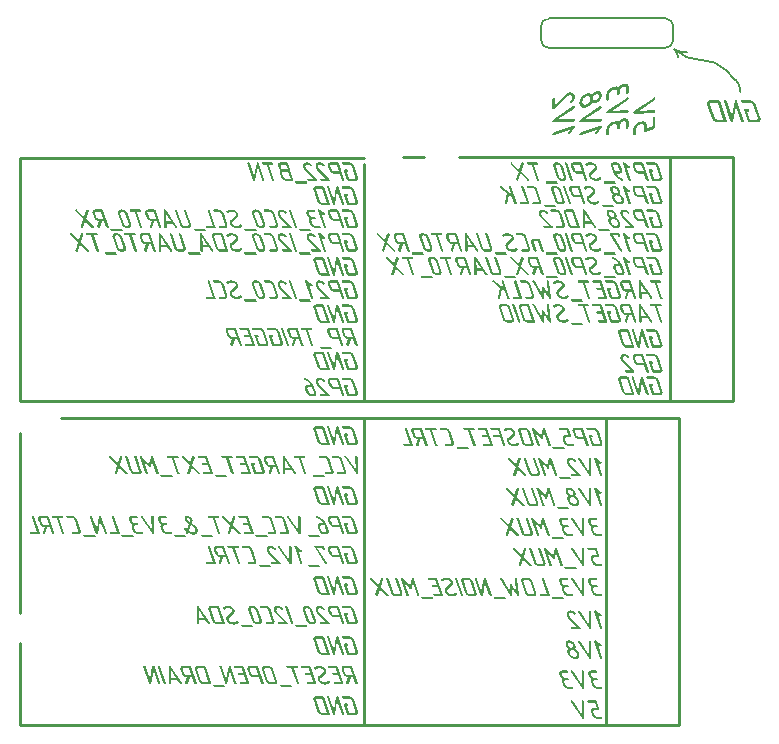
<source format=gbo>
G04*
G04 #@! TF.GenerationSoftware,Altium Limited,Altium Designer,23.3.1 (30)*
G04*
G04 Layer_Color=32896*
%FSLAX44Y44*%
%MOMM*%
G71*
G04*
G04 #@! TF.SameCoordinates,CE036B66-C370-4B77-A0BB-D4AF881507E5*
G04*
G04*
G04 #@! TF.FilePolarity,Positive*
G04*
G01*
G75*
%ADD10C,0.2000*%
%ADD13C,0.2500*%
G36*
X995396Y687958D02*
X995658Y687920D01*
X995902Y687883D01*
X996127Y687845D01*
X996314Y687789D01*
X996483Y687733D01*
X996633Y687676D01*
X996745Y687639D01*
X996820Y687601D01*
X996876Y687583D01*
X996895Y687564D01*
X997139Y687395D01*
X997345Y687208D01*
X997533Y686983D01*
X997701Y686739D01*
X997832Y686496D01*
X997945Y686233D01*
X998039Y685971D01*
X998114Y685708D01*
X998170Y685464D01*
X998207Y685240D01*
X998245Y685033D01*
X998264Y684846D01*
X998282Y684696D01*
Y680797D01*
X998264Y680591D01*
X998226Y680403D01*
X998151Y680235D01*
X998095Y680085D01*
X998020Y679953D01*
X997945Y679860D01*
X997907Y679803D01*
X997889Y679785D01*
X997739Y679635D01*
X997607Y679503D01*
X997476Y679410D01*
X997364Y679335D01*
X997251Y679279D01*
X997176Y679241D01*
X997120Y679204D01*
X997101D01*
X996914Y679166D01*
X996745Y679147D01*
X996595D01*
X996464Y679166D01*
X996370Y679185D01*
X996295Y679204D01*
X996239Y679241D01*
X996220D01*
X996108Y679335D01*
X996033Y679447D01*
X995977Y679578D01*
X995939Y679691D01*
X995920Y679803D01*
X995902Y679897D01*
Y683665D01*
X995864Y684059D01*
X995789Y684396D01*
X995658Y684677D01*
X995527Y684883D01*
X995396Y685052D01*
X995264Y685165D01*
X995189Y685221D01*
X995152Y685240D01*
X994890Y685352D01*
X994627Y685389D01*
X994346Y685408D01*
X994083Y685389D01*
X993858Y685352D01*
X993671Y685315D01*
X993596Y685296D01*
X993540Y685277D01*
X993521Y685258D01*
X993502D01*
X993127Y685108D01*
X992790Y684921D01*
X992471Y684715D01*
X992228Y684509D01*
X992003Y684340D01*
X991853Y684190D01*
X991759Y684077D01*
X991721Y684059D01*
Y684040D01*
X991478Y683684D01*
X991290Y683309D01*
X991159Y682971D01*
X991065Y682653D01*
X991009Y682390D01*
X990990Y682184D01*
X990972Y682109D01*
Y680160D01*
X990953Y679935D01*
X990916Y679728D01*
X990841Y679560D01*
X990784Y679410D01*
X990709Y679279D01*
X990634Y679185D01*
X990597Y679129D01*
X990578Y679110D01*
X990428Y678960D01*
X990297Y678848D01*
X990166Y678735D01*
X990034Y678660D01*
X989941Y678604D01*
X989866Y678566D01*
X989809Y678548D01*
X989791D01*
X989622Y678510D01*
X989453Y678491D01*
X989303D01*
X989172Y678510D01*
X989060Y678529D01*
X988985Y678548D01*
X988929Y678566D01*
X988910D01*
X988797Y678679D01*
X988722Y678791D01*
X988666Y678922D01*
X988629Y679035D01*
X988610Y679147D01*
X988591Y679241D01*
Y681172D01*
X988554Y681547D01*
X988479Y681847D01*
X988347Y682109D01*
X988216Y682334D01*
X988085Y682484D01*
X987954Y682597D01*
X987879Y682672D01*
X987841Y682690D01*
X987710Y682765D01*
X987560Y682821D01*
X987260Y682915D01*
X986979Y682934D01*
X986698Y682915D01*
X986473Y682896D01*
X986285Y682859D01*
X986210Y682840D01*
X986154Y682821D01*
X986135Y682803D01*
X986117D01*
X984280Y682184D01*
X983905Y682034D01*
X983567Y681828D01*
X983249Y681603D01*
X983005Y681378D01*
X982780Y681172D01*
X982630Y681003D01*
X982536Y680891D01*
X982499Y680872D01*
Y680853D01*
X982255Y680497D01*
X982086Y680141D01*
X981955Y679803D01*
X981880Y679503D01*
X981824Y679241D01*
X981805Y679035D01*
X981787Y678960D01*
Y675192D01*
X981768Y674967D01*
X981730Y674780D01*
X981655Y674592D01*
X981599Y674442D01*
X981524Y674311D01*
X981449Y674217D01*
X981412Y674161D01*
X981393Y674142D01*
X981243Y673992D01*
X981112Y673880D01*
X980981Y673767D01*
X980849Y673692D01*
X980756Y673636D01*
X980681Y673599D01*
X980624Y673580D01*
X980606D01*
X980437Y673543D01*
X980268Y673524D01*
X980118D01*
X979987Y673543D01*
X979874Y673561D01*
X979800Y673580D01*
X979743Y673599D01*
X979725D01*
X979612Y673711D01*
X979537Y673824D01*
X979481Y673955D01*
X979443Y674086D01*
X979425Y674199D01*
X979406Y674292D01*
Y678060D01*
X979425Y678435D01*
X979462Y678810D01*
X979537Y679166D01*
X979631Y679522D01*
X979856Y680178D01*
X979987Y680478D01*
X980118Y680778D01*
X980249Y681041D01*
X980381Y681266D01*
X980493Y681472D01*
X980606Y681640D01*
X980699Y681790D01*
X980774Y681884D01*
X980812Y681959D01*
X980831Y681978D01*
X981112Y682334D01*
X981393Y682653D01*
X981693Y682934D01*
X981974Y683196D01*
X982274Y683440D01*
X982555Y683646D01*
X982836Y683834D01*
X983099Y684002D01*
X983342Y684152D01*
X983567Y684265D01*
X983773Y684377D01*
X983942Y684452D01*
X984092Y684509D01*
X984186Y684546D01*
X984261Y684584D01*
X984280D01*
X986117Y685202D01*
X986529Y685333D01*
X986942Y685408D01*
X987298Y685446D01*
X987616D01*
X987897D01*
X988104Y685427D01*
X988179D01*
X988235Y685408D01*
X988254D01*
X988272D01*
X988629Y685315D01*
X988929Y685221D01*
X989191Y685090D01*
X989397Y684958D01*
X989547Y684846D01*
X989660Y684752D01*
X989716Y684677D01*
X989734Y684659D01*
X989959Y685033D01*
X990222Y685389D01*
X990484Y685708D01*
X990728Y685989D01*
X990953Y686196D01*
X991122Y686364D01*
X991197Y686439D01*
X991253Y686477D01*
X991272Y686514D01*
X991290D01*
X991665Y686795D01*
X992059Y687039D01*
X992415Y687245D01*
X992753Y687414D01*
X993034Y687545D01*
X993165Y687601D01*
X993259Y687639D01*
X993352Y687676D01*
X993409Y687695D01*
X993446Y687714D01*
X993465D01*
X993821Y687826D01*
X994158Y687901D01*
X994496Y687939D01*
X994815Y687976D01*
X995114D01*
X995396Y687958D01*
D02*
G37*
G36*
X972530Y681584D02*
X972793Y681565D01*
X973018Y681528D01*
X973224Y681490D01*
X973411Y681453D01*
X973580Y681397D01*
X973711Y681359D01*
X973824Y681303D01*
X973899Y681284D01*
X973936Y681247D01*
X973955D01*
X974217Y681059D01*
X974461Y680853D01*
X974667Y680628D01*
X974836Y680385D01*
X974986Y680122D01*
X975117Y679860D01*
X975211Y679597D01*
X975304Y679335D01*
X975361Y679091D01*
X975417Y678866D01*
X975454Y678641D01*
X975473Y678473D01*
Y678304D01*
X975492Y678191D01*
Y678098D01*
X975473Y677666D01*
X975417Y677254D01*
X975342Y676861D01*
X975248Y676486D01*
X975136Y676111D01*
X975005Y675773D01*
X974855Y675436D01*
X974723Y675136D01*
X974573Y674874D01*
X974424Y674630D01*
X974292Y674405D01*
X974180Y674236D01*
X974086Y674086D01*
X974011Y673992D01*
X973955Y673917D01*
X973936Y673899D01*
X973674Y673599D01*
X973392Y673318D01*
X973111Y673074D01*
X972830Y672849D01*
X972549Y672643D01*
X972287Y672437D01*
X972024Y672268D01*
X971762Y672137D01*
X971537Y672005D01*
X971312Y671893D01*
X971124Y671799D01*
X970956Y671724D01*
X970824Y671668D01*
X970731Y671631D01*
X970656Y671593D01*
X970637D01*
X970243Y671481D01*
X969850Y671387D01*
X969493Y671331D01*
X969175Y671312D01*
X968912Y671293D01*
X968706D01*
X968631D01*
X968575D01*
X968556D01*
X968538D01*
X968181Y671349D01*
X967881Y671424D01*
X967638Y671537D01*
X967450Y671649D01*
X967300Y671762D01*
X967188Y671837D01*
X967132Y671912D01*
X967113Y671930D01*
X966850Y671424D01*
X966551Y670956D01*
X966232Y670525D01*
X965913Y670150D01*
X965632Y669850D01*
X965501Y669737D01*
X965388Y669625D01*
X965313Y669550D01*
X965238Y669494D01*
X965201Y669456D01*
X965182Y669437D01*
X964676Y669062D01*
X964189Y668725D01*
X963720Y668463D01*
X963289Y668238D01*
X963083Y668144D01*
X962914Y668069D01*
X962764Y667994D01*
X962633Y667938D01*
X962520Y667900D01*
X962445Y667863D01*
X962389Y667844D01*
X962370D01*
X961939Y667713D01*
X961508Y667619D01*
X961114Y667544D01*
X960740Y667507D01*
X960383Y667488D01*
X960065Y667507D01*
X959746Y667525D01*
X959465Y667582D01*
X959221Y667619D01*
X958996Y667675D01*
X958809Y667732D01*
X958659Y667788D01*
X958528Y667844D01*
X958434Y667881D01*
X958378Y667919D01*
X958359D01*
X958040Y668125D01*
X957778Y668369D01*
X957534Y668650D01*
X957328Y668931D01*
X957159Y669250D01*
X957009Y669550D01*
X956897Y669868D01*
X956803Y670168D01*
X956728Y670468D01*
X956672Y670750D01*
X956634Y670993D01*
X956616Y671218D01*
X956597Y671387D01*
X956578Y671537D01*
Y671649D01*
X956597Y672155D01*
X956653Y672643D01*
X956747Y673111D01*
X956841Y673561D01*
X956972Y673992D01*
X957122Y674386D01*
X957272Y674761D01*
X957440Y675098D01*
X957609Y675398D01*
X957759Y675661D01*
X957909Y675904D01*
X958040Y676111D01*
X958153Y676261D01*
X958228Y676373D01*
X958284Y676448D01*
X958303Y676467D01*
X958640Y676861D01*
X958996Y677217D01*
X959352Y677554D01*
X959690Y677854D01*
X960046Y678135D01*
X960383Y678360D01*
X960702Y678585D01*
X961021Y678773D01*
X961302Y678941D01*
X961564Y679072D01*
X961789Y679185D01*
X961995Y679279D01*
X962145Y679335D01*
X962277Y679391D01*
X962352Y679429D01*
X962370D01*
X962914Y679578D01*
X963439Y679691D01*
X963926Y679747D01*
X964357Y679766D01*
X964526D01*
X964695D01*
X964845D01*
X964976Y679747D01*
X965070D01*
X965145Y679728D01*
X965182D01*
X965201D01*
X965669Y679616D01*
X966063Y679466D01*
X966382Y679279D01*
X966644Y679072D01*
X966850Y678885D01*
X966982Y678716D01*
X967075Y678604D01*
X967094Y678585D01*
Y678566D01*
X967281Y678885D01*
X967506Y679185D01*
X967750Y679466D01*
X967975Y679710D01*
X968200Y679916D01*
X968369Y680066D01*
X968444Y680122D01*
X968500Y680160D01*
X968519Y680197D01*
X968538D01*
X968912Y680460D01*
X969287Y680685D01*
X969643Y680891D01*
X969962Y681041D01*
X970243Y681172D01*
X970450Y681247D01*
X970524Y681284D01*
X970581Y681303D01*
X970618Y681322D01*
X970637D01*
X970993Y681434D01*
X971330Y681509D01*
X971668Y681565D01*
X971968Y681584D01*
X972268Y681603D01*
X972530Y681584D01*
D02*
G37*
G36*
X949327Y680460D02*
X949609Y680422D01*
X949890Y680366D01*
X950133Y680310D01*
X950358Y680235D01*
X950565Y680160D01*
X950733Y680085D01*
X950883Y680010D01*
X950996Y679953D01*
X951071Y679897D01*
X951127Y679878D01*
X951146Y679860D01*
X951408Y679653D01*
X951652Y679410D01*
X951858Y679166D01*
X952027Y678904D01*
X952177Y678623D01*
X952289Y678341D01*
X952402Y678079D01*
X952477Y677816D01*
X952533Y677554D01*
X952589Y677310D01*
X952626Y677104D01*
X952645Y676917D01*
Y676767D01*
X952664Y676636D01*
Y676542D01*
X952626Y676111D01*
X952608Y675923D01*
X952570Y675736D01*
X952533Y675567D01*
X952514Y675455D01*
X952477Y675380D01*
Y675342D01*
X952402Y675098D01*
X952308Y674855D01*
X952195Y674611D01*
X952083Y674386D01*
X951989Y674180D01*
X951914Y674030D01*
X951858Y673917D01*
X951839Y673899D01*
Y673880D01*
X951614Y673449D01*
X951371Y673036D01*
X951108Y672662D01*
X950846Y672324D01*
X950621Y672043D01*
X950508Y671930D01*
X950415Y671837D01*
X950340Y671762D01*
X950302Y671705D01*
X950265Y671668D01*
X950246Y671649D01*
X950115Y671537D01*
X949984Y671462D01*
X949871Y671387D01*
X949777Y671331D01*
X949702Y671293D01*
X949646Y671274D01*
X949627Y671256D01*
X949609D01*
X949421Y671218D01*
X949271Y671199D01*
X949121Y671218D01*
X948990Y671237D01*
X948896Y671274D01*
X948821Y671312D01*
X948784Y671331D01*
X948765Y671349D01*
X948653Y671462D01*
X948578Y671574D01*
X948521Y671705D01*
X948484Y671837D01*
X948465Y671949D01*
X948446Y672043D01*
Y672118D01*
X948540Y672643D01*
X948709Y672905D01*
X948877Y673111D01*
X948934Y673186D01*
X948990Y673261D01*
X949009Y673280D01*
X949027Y673299D01*
X949234Y673505D01*
X949402Y673730D01*
X949571Y673955D01*
X949702Y674161D01*
X949834Y674349D01*
X949909Y674499D01*
X949965Y674592D01*
X949984Y674630D01*
X950077Y674855D01*
X950152Y675080D01*
X950208Y675286D01*
X950246Y675473D01*
X950265Y675642D01*
X950283Y675754D01*
Y676092D01*
X950246Y676279D01*
X950208Y676467D01*
X950171Y676617D01*
X950133Y676748D01*
X950096Y676842D01*
X950077Y676898D01*
X950059Y676917D01*
X949965Y677085D01*
X949871Y677235D01*
X949777Y677348D01*
X949684Y677460D01*
X949609Y677535D01*
X949534Y677591D01*
X949496Y677629D01*
X949477Y677648D01*
X949327Y677741D01*
X949177Y677816D01*
X948859Y677910D01*
X948540Y677966D01*
X948259D01*
X947997Y677929D01*
X947809Y677910D01*
X947734Y677891D01*
X947678Y677873D01*
X947640Y677854D01*
X947622D01*
X947397Y677760D01*
X947172Y677648D01*
X946965Y677535D01*
X946778Y677404D01*
X946609Y677292D01*
X946497Y677217D01*
X946422Y677142D01*
X946384Y677123D01*
X935587Y666682D01*
X935418Y666532D01*
X935268Y666419D01*
X935118Y666326D01*
X935006Y666251D01*
X934894Y666195D01*
X934819Y666157D01*
X934781Y666138D01*
X934762D01*
X934594Y666082D01*
X934425D01*
X934294D01*
X934181Y666138D01*
X934088Y666195D01*
X933994Y666269D01*
X933881Y666457D01*
X933806Y666682D01*
X933769Y666869D01*
X933750Y666944D01*
Y674405D01*
X933769Y674630D01*
X933806Y674817D01*
X933881Y674986D01*
X933956Y675155D01*
X934013Y675267D01*
X934088Y675361D01*
X934125Y675417D01*
X934144Y675436D01*
X934294Y675586D01*
X934444Y675717D01*
X934575Y675811D01*
X934687Y675904D01*
X934800Y675961D01*
X934875Y675998D01*
X934931Y676017D01*
X934950D01*
X935118Y676054D01*
X935268Y676073D01*
X935400Y676054D01*
X935531Y676036D01*
X935625Y675998D01*
X935700Y675979D01*
X935737Y675961D01*
X935756Y675942D01*
X935887Y675848D01*
X935981Y675736D01*
X936037Y675623D01*
X936093Y675511D01*
X936112Y675398D01*
X936131Y675305D01*
Y669812D01*
X945166Y678773D01*
X945616Y679129D01*
X946066Y679447D01*
X946459Y679691D01*
X946834Y679897D01*
X947134Y680047D01*
X947265Y680103D01*
X947378Y680160D01*
X947472Y680197D01*
X947528Y680216D01*
X947565Y680235D01*
X947584D01*
X947959Y680347D01*
X948334Y680422D01*
X948671Y680460D01*
X949009Y680478D01*
X949327Y680460D01*
D02*
G37*
G36*
X997757Y676204D02*
X997870Y676186D01*
X997945Y676148D01*
X997982Y676129D01*
X998001Y676111D01*
X998114Y675979D01*
X998189Y675848D01*
X998245Y675736D01*
X998282Y675604D01*
X998301Y675511D01*
X998320Y675417D01*
Y675342D01*
X998301Y675211D01*
X998282Y675080D01*
X998207Y674855D01*
X998151Y674761D01*
X998114Y674686D01*
X998095Y674630D01*
X998076Y674611D01*
X997889Y674349D01*
X997701Y674161D01*
X997626Y674086D01*
X997551Y674030D01*
X997514Y673992D01*
X997495Y673974D01*
X983942Y664976D01*
X997551Y665220D01*
X997720Y665201D01*
X997851Y665163D01*
X997964Y665107D01*
X998057Y665051D01*
X998132Y665014D01*
X998170Y664957D01*
X998207Y664939D01*
Y664920D01*
X998320Y664657D01*
Y664376D01*
X998301Y664189D01*
X998264Y664001D01*
X998207Y663833D01*
X998132Y663683D01*
X998057Y663570D01*
X998001Y663476D01*
X997964Y663401D01*
X997945Y663383D01*
X997795Y663214D01*
X997664Y663083D01*
X997514Y662970D01*
X997401Y662895D01*
X997289Y662820D01*
X997195Y662783D01*
X997139Y662745D01*
X997120D01*
X996764Y662689D01*
X980362Y662633D01*
X980193Y662652D01*
X980043Y662689D01*
X979912Y662727D01*
X979818Y662783D01*
X979631Y662933D01*
X979518Y663083D01*
X979462Y663233D01*
X979425Y663345D01*
X979406Y663439D01*
Y663476D01*
X979443Y663645D01*
X979500Y663795D01*
X979537Y663926D01*
X979593Y664039D01*
X979631Y664133D01*
X979668Y664189D01*
X979687Y664226D01*
Y664245D01*
X979931Y664507D01*
X980156Y664714D01*
X980249Y664789D01*
X980324Y664845D01*
X980362Y664882D01*
X980381Y664901D01*
X996764Y675979D01*
X997158Y676186D01*
X997326Y676223D01*
X997495Y676242D01*
X997645D01*
X997757Y676204D01*
D02*
G37*
G36*
X1020454Y676111D02*
X1020567Y676092D01*
X1020642Y676054D01*
X1020679Y676036D01*
X1020698Y676017D01*
X1020810Y675886D01*
X1020885Y675754D01*
X1020941Y675642D01*
X1020979Y675511D01*
X1020998Y675417D01*
X1021016Y675323D01*
Y675248D01*
X1020998Y675117D01*
X1020979Y674986D01*
X1020904Y674761D01*
X1020848Y674667D01*
X1020810Y674592D01*
X1020792Y674536D01*
X1020773Y674517D01*
X1020585Y674255D01*
X1020398Y674067D01*
X1020323Y673992D01*
X1020248Y673936D01*
X1020210Y673899D01*
X1020192Y673880D01*
X1006639Y664882D01*
X1020248Y665126D01*
X1020417Y665107D01*
X1020548Y665070D01*
X1020660Y665014D01*
X1020754Y664957D01*
X1020829Y664920D01*
X1020866Y664864D01*
X1020904Y664845D01*
Y664826D01*
X1021016Y664564D01*
Y664282D01*
X1020998Y664095D01*
X1020960Y663907D01*
X1020904Y663739D01*
X1020829Y663589D01*
X1020754Y663476D01*
X1020698Y663383D01*
X1020660Y663308D01*
X1020642Y663289D01*
X1020492Y663120D01*
X1020360Y662989D01*
X1020210Y662877D01*
X1020098Y662802D01*
X1019986Y662727D01*
X1019892Y662689D01*
X1019836Y662652D01*
X1019817D01*
X1019461Y662595D01*
X1003059Y662539D01*
X1002890Y662558D01*
X1002740Y662595D01*
X1002609Y662633D01*
X1002515Y662689D01*
X1002327Y662839D01*
X1002215Y662989D01*
X1002159Y663139D01*
X1002121Y663251D01*
X1002103Y663345D01*
Y663383D01*
X1002140Y663551D01*
X1002196Y663701D01*
X1002234Y663833D01*
X1002290Y663945D01*
X1002327Y664039D01*
X1002365Y664095D01*
X1002384Y664133D01*
Y664151D01*
X1002627Y664414D01*
X1002852Y664620D01*
X1002946Y664695D01*
X1003021Y664751D01*
X1003059Y664789D01*
X1003077Y664807D01*
X1019461Y675886D01*
X1019854Y676092D01*
X1020023Y676129D01*
X1020192Y676148D01*
X1020342D01*
X1020454Y676111D01*
D02*
G37*
G36*
X995396Y658528D02*
X995658Y658490D01*
X995902Y658453D01*
X996127Y658415D01*
X996314Y658359D01*
X996483Y658303D01*
X996633Y658247D01*
X996745Y658209D01*
X996820Y658171D01*
X996876Y658153D01*
X996895Y658134D01*
X997139Y657965D01*
X997345Y657778D01*
X997533Y657553D01*
X997701Y657309D01*
X997832Y657066D01*
X997945Y656803D01*
X998039Y656541D01*
X998114Y656278D01*
X998170Y656035D01*
X998207Y655810D01*
X998245Y655603D01*
X998264Y655416D01*
X998282Y655266D01*
Y651367D01*
X998264Y651161D01*
X998226Y650973D01*
X998151Y650805D01*
X998095Y650655D01*
X998020Y650524D01*
X997945Y650430D01*
X997907Y650374D01*
X997889Y650355D01*
X997739Y650205D01*
X997607Y650074D01*
X997476Y649980D01*
X997364Y649905D01*
X997251Y649849D01*
X997176Y649811D01*
X997120Y649774D01*
X997101D01*
X996914Y649736D01*
X996745Y649717D01*
X996595D01*
X996464Y649736D01*
X996370Y649755D01*
X996295Y649774D01*
X996239Y649811D01*
X996220D01*
X996108Y649905D01*
X996033Y650017D01*
X995977Y650149D01*
X995939Y650261D01*
X995920Y650374D01*
X995902Y650467D01*
Y654235D01*
X995864Y654629D01*
X995789Y654966D01*
X995658Y655247D01*
X995527Y655453D01*
X995396Y655622D01*
X995264Y655735D01*
X995189Y655791D01*
X995152Y655810D01*
X994890Y655922D01*
X994627Y655960D01*
X994346Y655978D01*
X994083Y655960D01*
X993858Y655922D01*
X993671Y655885D01*
X993596Y655866D01*
X993540Y655847D01*
X993521Y655828D01*
X993502D01*
X993127Y655678D01*
X992790Y655491D01*
X992471Y655285D01*
X992228Y655079D01*
X992003Y654910D01*
X991853Y654760D01*
X991759Y654647D01*
X991721Y654629D01*
Y654610D01*
X991478Y654254D01*
X991290Y653879D01*
X991159Y653541D01*
X991065Y653223D01*
X991009Y652960D01*
X990990Y652754D01*
X990972Y652679D01*
Y650730D01*
X990953Y650505D01*
X990916Y650298D01*
X990841Y650130D01*
X990784Y649980D01*
X990709Y649849D01*
X990634Y649755D01*
X990597Y649699D01*
X990578Y649680D01*
X990428Y649530D01*
X990297Y649417D01*
X990166Y649305D01*
X990034Y649230D01*
X989941Y649174D01*
X989866Y649136D01*
X989809Y649118D01*
X989791D01*
X989622Y649080D01*
X989453Y649061D01*
X989303D01*
X989172Y649080D01*
X989060Y649099D01*
X988985Y649118D01*
X988929Y649136D01*
X988910D01*
X988797Y649249D01*
X988722Y649361D01*
X988666Y649492D01*
X988629Y649605D01*
X988610Y649717D01*
X988591Y649811D01*
Y651742D01*
X988554Y652117D01*
X988479Y652417D01*
X988347Y652679D01*
X988216Y652904D01*
X988085Y653054D01*
X987954Y653167D01*
X987879Y653242D01*
X987841Y653260D01*
X987710Y653335D01*
X987560Y653391D01*
X987260Y653485D01*
X986979Y653504D01*
X986698Y653485D01*
X986473Y653466D01*
X986285Y653429D01*
X986210Y653410D01*
X986154Y653391D01*
X986135Y653373D01*
X986117D01*
X984280Y652754D01*
X983905Y652604D01*
X983567Y652398D01*
X983249Y652173D01*
X983005Y651948D01*
X982780Y651742D01*
X982630Y651573D01*
X982536Y651461D01*
X982499Y651442D01*
Y651423D01*
X982255Y651067D01*
X982086Y650711D01*
X981955Y650374D01*
X981880Y650074D01*
X981824Y649811D01*
X981805Y649605D01*
X981787Y649530D01*
Y645762D01*
X981768Y645537D01*
X981730Y645350D01*
X981655Y645162D01*
X981599Y645012D01*
X981524Y644881D01*
X981449Y644787D01*
X981412Y644731D01*
X981393Y644713D01*
X981243Y644563D01*
X981112Y644450D01*
X980981Y644337D01*
X980849Y644263D01*
X980756Y644206D01*
X980681Y644169D01*
X980624Y644150D01*
X980606D01*
X980437Y644113D01*
X980268Y644094D01*
X980118D01*
X979987Y644113D01*
X979874Y644131D01*
X979800Y644150D01*
X979743Y644169D01*
X979725D01*
X979612Y644281D01*
X979537Y644394D01*
X979481Y644525D01*
X979443Y644656D01*
X979425Y644769D01*
X979406Y644862D01*
Y648630D01*
X979425Y649005D01*
X979462Y649380D01*
X979537Y649736D01*
X979631Y650092D01*
X979856Y650748D01*
X979987Y651048D01*
X980118Y651348D01*
X980249Y651611D01*
X980381Y651836D01*
X980493Y652042D01*
X980606Y652210D01*
X980699Y652361D01*
X980774Y652454D01*
X980812Y652529D01*
X980831Y652548D01*
X981112Y652904D01*
X981393Y653223D01*
X981693Y653504D01*
X981974Y653766D01*
X982274Y654010D01*
X982555Y654216D01*
X982836Y654404D01*
X983099Y654572D01*
X983342Y654722D01*
X983567Y654835D01*
X983773Y654947D01*
X983942Y655022D01*
X984092Y655079D01*
X984186Y655116D01*
X984261Y655154D01*
X984280D01*
X986117Y655772D01*
X986529Y655903D01*
X986942Y655978D01*
X987298Y656016D01*
X987616D01*
X987897D01*
X988104Y655997D01*
X988179D01*
X988235Y655978D01*
X988254D01*
X988272D01*
X988629Y655885D01*
X988929Y655791D01*
X989191Y655660D01*
X989397Y655528D01*
X989547Y655416D01*
X989660Y655322D01*
X989716Y655247D01*
X989734Y655229D01*
X989959Y655603D01*
X990222Y655960D01*
X990484Y656278D01*
X990728Y656559D01*
X990953Y656766D01*
X991122Y656934D01*
X991197Y657009D01*
X991253Y657047D01*
X991272Y657084D01*
X991290D01*
X991665Y657365D01*
X992059Y657609D01*
X992415Y657815D01*
X992753Y657984D01*
X993034Y658115D01*
X993165Y658171D01*
X993259Y658209D01*
X993352Y658247D01*
X993409Y658265D01*
X993446Y658284D01*
X993465D01*
X993821Y658396D01*
X994158Y658471D01*
X994496Y658509D01*
X994815Y658546D01*
X995114D01*
X995396Y658528D01*
D02*
G37*
G36*
X974930Y668800D02*
X975042Y668781D01*
X975117Y668744D01*
X975154Y668725D01*
X975173Y668706D01*
X975286Y668575D01*
X975361Y668444D01*
X975417Y668331D01*
X975454Y668200D01*
X975473Y668107D01*
X975492Y668013D01*
Y667938D01*
X975473Y667806D01*
X975454Y667675D01*
X975379Y667450D01*
X975323Y667357D01*
X975286Y667282D01*
X975267Y667225D01*
X975248Y667207D01*
X975061Y666944D01*
X974873Y666757D01*
X974798Y666682D01*
X974723Y666626D01*
X974686Y666588D01*
X974667Y666569D01*
X961114Y657572D01*
X974723Y657815D01*
X974892Y657797D01*
X975023Y657759D01*
X975136Y657703D01*
X975229Y657647D01*
X975304Y657609D01*
X975342Y657553D01*
X975379Y657534D01*
Y657515D01*
X975492Y657253D01*
Y656972D01*
X975473Y656784D01*
X975436Y656597D01*
X975379Y656428D01*
X975304Y656278D01*
X975229Y656166D01*
X975173Y656072D01*
X975136Y655997D01*
X975117Y655978D01*
X974967Y655810D01*
X974836Y655678D01*
X974686Y655566D01*
X974573Y655491D01*
X974461Y655416D01*
X974367Y655378D01*
X974311Y655341D01*
X974292D01*
X973936Y655285D01*
X957534Y655229D01*
X957365Y655247D01*
X957215Y655285D01*
X957084Y655322D01*
X956990Y655378D01*
X956803Y655528D01*
X956691Y655678D01*
X956634Y655828D01*
X956597Y655941D01*
X956578Y656035D01*
Y656072D01*
X956616Y656241D01*
X956672Y656391D01*
X956709Y656522D01*
X956766Y656634D01*
X956803Y656728D01*
X956841Y656784D01*
X956859Y656822D01*
Y656841D01*
X957103Y657103D01*
X957328Y657309D01*
X957422Y657384D01*
X957496Y657440D01*
X957534Y657478D01*
X957553Y657497D01*
X973936Y668575D01*
X974330Y668781D01*
X974498Y668819D01*
X974667Y668838D01*
X974817D01*
X974930Y668800D01*
D02*
G37*
G36*
X952102D02*
X952214Y668781D01*
X952289Y668744D01*
X952327Y668725D01*
X952345Y668706D01*
X952458Y668575D01*
X952533Y668444D01*
X952589Y668331D01*
X952626Y668200D01*
X952645Y668107D01*
X952664Y668013D01*
Y667938D01*
X952645Y667806D01*
X952626Y667675D01*
X952552Y667450D01*
X952495Y667357D01*
X952458Y667282D01*
X952439Y667225D01*
X952420Y667207D01*
X952233Y666944D01*
X952045Y666757D01*
X951971Y666682D01*
X951896Y666626D01*
X951858Y666588D01*
X951839Y666569D01*
X938287Y657572D01*
X951896Y657815D01*
X952064Y657797D01*
X952195Y657759D01*
X952308Y657703D01*
X952402Y657647D01*
X952477Y657609D01*
X952514Y657553D01*
X952552Y657534D01*
Y657515D01*
X952664Y657253D01*
Y656972D01*
X952645Y656784D01*
X952608Y656597D01*
X952552Y656428D01*
X952477Y656278D01*
X952402Y656166D01*
X952345Y656072D01*
X952308Y655997D01*
X952289Y655978D01*
X952139Y655810D01*
X952008Y655678D01*
X951858Y655566D01*
X951746Y655491D01*
X951633Y655416D01*
X951539Y655378D01*
X951483Y655341D01*
X951464D01*
X951108Y655285D01*
X934706Y655229D01*
X934537Y655247D01*
X934388Y655285D01*
X934256Y655322D01*
X934163Y655378D01*
X933975Y655528D01*
X933863Y655678D01*
X933806Y655828D01*
X933769Y655941D01*
X933750Y656035D01*
Y656072D01*
X933788Y656241D01*
X933844Y656391D01*
X933881Y656522D01*
X933938Y656634D01*
X933975Y656728D01*
X934013Y656784D01*
X934031Y656822D01*
Y656841D01*
X934275Y657103D01*
X934500Y657309D01*
X934594Y657384D01*
X934669Y657440D01*
X934706Y657478D01*
X934725Y657497D01*
X951108Y668575D01*
X951502Y668781D01*
X951671Y668819D01*
X951839Y668838D01*
X951989D01*
X952102Y668800D01*
D02*
G37*
G36*
X1020285Y659577D02*
X1020417Y659559D01*
X1020510Y659521D01*
X1020585Y659502D01*
X1020623Y659484D01*
X1020642Y659465D01*
X1020773Y659371D01*
X1020866Y659259D01*
X1020923Y659128D01*
X1020979Y659015D01*
X1020998Y658903D01*
X1021016Y658809D01*
Y651386D01*
X1020998Y651180D01*
X1020960Y650973D01*
X1020904Y650786D01*
X1020829Y650636D01*
X1020642Y650355D01*
X1020435Y650149D01*
X1020210Y649980D01*
X1020023Y649867D01*
X1019948Y649830D01*
X1019892Y649811D01*
X1019854Y649792D01*
X1019836D01*
X1012487Y647281D01*
X1012281Y647224D01*
X1012094Y647206D01*
X1011925D01*
X1011794Y647224D01*
X1011681Y647281D01*
X1011588Y647355D01*
X1011438Y647524D01*
X1011344Y647712D01*
X1011307Y647880D01*
X1011288Y647955D01*
Y651742D01*
X1011250Y652117D01*
X1011175Y652417D01*
X1011063Y652679D01*
X1010932Y652904D01*
X1010782Y653054D01*
X1010669Y653167D01*
X1010594Y653242D01*
X1010557Y653260D01*
X1010425Y653335D01*
X1010275Y653391D01*
X1009976Y653485D01*
X1009676Y653504D01*
X1009413Y653485D01*
X1009169Y653466D01*
X1008982Y653429D01*
X1008907Y653410D01*
X1008851Y653391D01*
X1008832Y653373D01*
X1008813D01*
X1006976Y652754D01*
X1006583Y652585D01*
X1006245Y652379D01*
X1005927Y652154D01*
X1005664Y651948D01*
X1005458Y651742D01*
X1005308Y651554D01*
X1005214Y651442D01*
X1005177Y651423D01*
Y651404D01*
X1004952Y651048D01*
X1004783Y650692D01*
X1004652Y650355D01*
X1004577Y650055D01*
X1004521Y649811D01*
X1004502Y649605D01*
X1004483Y649530D01*
Y645762D01*
X1004464Y645556D01*
X1004427Y645350D01*
X1004352Y645181D01*
X1004296Y645031D01*
X1004221Y644900D01*
X1004146Y644806D01*
X1004108Y644750D01*
X1004090Y644731D01*
X1003940Y644581D01*
X1003808Y644450D01*
X1003677Y644356D01*
X1003565Y644281D01*
X1003452Y644225D01*
X1003377Y644188D01*
X1003321Y644150D01*
X1003302D01*
X1003115Y644113D01*
X1002946Y644094D01*
X1002796D01*
X1002665Y644113D01*
X1002571Y644131D01*
X1002496Y644150D01*
X1002440Y644188D01*
X1002421D01*
X1002309Y644281D01*
X1002234Y644413D01*
X1002178Y644525D01*
X1002140Y644656D01*
X1002121Y644769D01*
X1002103Y644862D01*
Y648630D01*
X1002121Y649005D01*
X1002159Y649380D01*
X1002234Y649736D01*
X1002327Y650092D01*
X1002552Y650748D01*
X1002684Y651048D01*
X1002815Y651348D01*
X1002946Y651611D01*
X1003077Y651836D01*
X1003190Y652042D01*
X1003302Y652210D01*
X1003396Y652361D01*
X1003471Y652454D01*
X1003509Y652529D01*
X1003527Y652548D01*
X1003808Y652904D01*
X1004090Y653223D01*
X1004389Y653504D01*
X1004671Y653766D01*
X1004971Y654010D01*
X1005252Y654216D01*
X1005533Y654404D01*
X1005795Y654572D01*
X1006039Y654722D01*
X1006264Y654835D01*
X1006470Y654947D01*
X1006639Y655022D01*
X1006789Y655079D01*
X1006883Y655116D01*
X1006958Y655154D01*
X1006976D01*
X1008813Y655772D01*
X1009188Y655885D01*
X1009526Y655960D01*
X1009863Y655997D01*
X1010182Y656016D01*
X1010482D01*
X1010763Y655997D01*
X1011025Y655960D01*
X1011269Y655903D01*
X1011475Y655847D01*
X1011663Y655772D01*
X1011831Y655716D01*
X1011981Y655641D01*
X1012075Y655585D01*
X1012169Y655547D01*
X1012206Y655528D01*
X1012225Y655510D01*
X1012487Y655322D01*
X1012694Y655116D01*
X1012900Y654891D01*
X1013068Y654647D01*
X1013200Y654404D01*
X1013312Y654160D01*
X1013406Y653916D01*
X1013481Y653673D01*
X1013556Y653448D01*
X1013593Y653242D01*
X1013631Y653054D01*
X1013650Y652885D01*
X1013668Y652754D01*
Y650092D01*
X1018636Y651779D01*
Y657928D01*
X1018655Y658153D01*
X1018692Y658340D01*
X1018767Y658509D01*
X1018842Y658678D01*
X1018898Y658790D01*
X1018973Y658884D01*
X1019011Y658940D01*
X1019029Y658959D01*
X1019180Y659109D01*
X1019329Y659240D01*
X1019461Y659334D01*
X1019573Y659409D01*
X1019686Y659465D01*
X1019761Y659502D01*
X1019817Y659540D01*
X1019836D01*
X1020004Y659577D01*
X1020154Y659596D01*
X1020285Y659577D01*
D02*
G37*
G36*
X974986Y652304D02*
X975098Y652286D01*
X975173Y652267D01*
X975229Y652248D01*
X975248D01*
X975379Y652136D01*
X975473Y652042D01*
X975529Y651929D01*
X975586Y651836D01*
X975604Y651761D01*
X975623Y651704D01*
Y651648D01*
X975604Y651423D01*
X975548Y651217D01*
X975529Y651142D01*
X975492Y651086D01*
X975473Y651048D01*
Y651030D01*
X975361Y650823D01*
X975248Y650636D01*
X975211Y650561D01*
X975173Y650505D01*
X975136Y650486D01*
Y650467D01*
X971443Y645500D01*
X971293Y645331D01*
X971143Y645200D01*
X971012Y645106D01*
X970899Y645031D01*
X970787Y644975D01*
X970712Y644937D01*
X970656Y644900D01*
X970637D01*
X970468Y644862D01*
X970300Y644844D01*
X970150D01*
X970018Y644881D01*
X969906Y644900D01*
X969831Y644937D01*
X969775Y644956D01*
X969756Y644975D01*
X969643Y645087D01*
X969568Y645200D01*
X969493Y645331D01*
X969456Y645443D01*
X969437Y645556D01*
X969418Y645631D01*
Y645706D01*
X969437Y645875D01*
X969475Y646043D01*
X969531Y646212D01*
X969606Y646343D01*
X969662Y646475D01*
X969718Y646568D01*
X969756Y646625D01*
X969775Y646643D01*
X971818Y648968D01*
X957759Y644188D01*
X957553Y644131D01*
X957384Y644113D01*
X957234D01*
X957103Y644131D01*
X957009Y644169D01*
X956934Y644206D01*
X956897Y644225D01*
X956878Y644244D01*
X956784Y644356D01*
X956709Y644469D01*
X956653Y644600D01*
X956616Y644713D01*
X956597Y644825D01*
X956578Y644919D01*
Y644994D01*
X956597Y645181D01*
X956634Y645368D01*
X956672Y645537D01*
X956747Y645687D01*
X956803Y645800D01*
X956841Y645912D01*
X956878Y645968D01*
X956897Y645987D01*
X957028Y646137D01*
X957178Y646250D01*
X957309Y646362D01*
X957459Y646437D01*
X957590Y646512D01*
X957684Y646550D01*
X957759Y646587D01*
X957778D01*
X974311Y652229D01*
X974517Y652286D01*
X974705Y652304D01*
X974855Y652323D01*
X974986Y652304D01*
D02*
G37*
G36*
X952158D02*
X952270Y652286D01*
X952345Y652267D01*
X952402Y652248D01*
X952420D01*
X952552Y652136D01*
X952645Y652042D01*
X952701Y651929D01*
X952758Y651836D01*
X952776Y651761D01*
X952795Y651704D01*
Y651648D01*
X952776Y651423D01*
X952720Y651217D01*
X952701Y651142D01*
X952664Y651086D01*
X952645Y651048D01*
Y651030D01*
X952533Y650823D01*
X952420Y650636D01*
X952383Y650561D01*
X952345Y650505D01*
X952308Y650486D01*
Y650467D01*
X948615Y645500D01*
X948465Y645331D01*
X948315Y645200D01*
X948184Y645106D01*
X948072Y645031D01*
X947959Y644975D01*
X947884Y644937D01*
X947828Y644900D01*
X947809D01*
X947640Y644862D01*
X947472Y644844D01*
X947322D01*
X947190Y644881D01*
X947078Y644900D01*
X947003Y644937D01*
X946947Y644956D01*
X946928Y644975D01*
X946815Y645087D01*
X946740Y645200D01*
X946666Y645331D01*
X946628Y645443D01*
X946609Y645556D01*
X946591Y645631D01*
Y645706D01*
X946609Y645875D01*
X946647Y646043D01*
X946703Y646212D01*
X946778Y646343D01*
X946834Y646475D01*
X946890Y646568D01*
X946928Y646625D01*
X946947Y646643D01*
X948990Y648968D01*
X934931Y644188D01*
X934725Y644131D01*
X934556Y644113D01*
X934406D01*
X934275Y644131D01*
X934181Y644169D01*
X934106Y644206D01*
X934069Y644225D01*
X934050Y644244D01*
X933956Y644356D01*
X933881Y644469D01*
X933825Y644600D01*
X933788Y644713D01*
X933769Y644825D01*
X933750Y644919D01*
Y644994D01*
X933769Y645181D01*
X933806Y645368D01*
X933844Y645537D01*
X933919Y645687D01*
X933975Y645800D01*
X934013Y645912D01*
X934050Y645968D01*
X934069Y645987D01*
X934200Y646137D01*
X934350Y646250D01*
X934481Y646362D01*
X934631Y646437D01*
X934762Y646512D01*
X934856Y646550D01*
X934931Y646587D01*
X934950D01*
X951483Y652229D01*
X951689Y652286D01*
X951877Y652304D01*
X952027Y652323D01*
X952158Y652304D01*
D02*
G37*
G36*
X1089005Y673895D02*
X1089174Y673858D01*
X1089324Y673820D01*
X1089455Y673764D01*
X1089568Y673689D01*
X1089643Y673652D01*
X1089699Y673614D01*
X1089718Y673595D01*
X1089886Y673445D01*
X1090036Y673295D01*
X1090149Y673127D01*
X1090242Y672977D01*
X1090318Y672845D01*
X1090374Y672733D01*
X1090393Y672658D01*
X1090411Y672639D01*
X1096016Y656200D01*
X1096072Y655993D01*
X1096091Y655806D01*
Y655656D01*
X1096072Y655525D01*
X1096035Y655431D01*
X1095997Y655356D01*
X1095979Y655319D01*
X1095960Y655300D01*
X1095847Y655206D01*
X1095735Y655131D01*
X1095604Y655075D01*
X1095491Y655038D01*
X1095379Y655019D01*
X1095285Y655000D01*
X1095210D01*
X1095023Y655019D01*
X1094835Y655056D01*
X1094666Y655094D01*
X1094517Y655169D01*
X1094404Y655225D01*
X1094292Y655262D01*
X1094235Y655300D01*
X1094217Y655319D01*
X1094067Y655450D01*
X1093954Y655581D01*
X1093842Y655731D01*
X1093767Y655862D01*
X1093692Y655993D01*
X1093654Y656087D01*
X1093617Y656162D01*
Y656181D01*
X1089324Y668778D01*
X1086831Y655562D01*
X1086756Y655375D01*
X1086644Y655244D01*
X1086512Y655131D01*
X1086362Y655075D01*
X1086212Y655038D01*
X1086100Y655019D01*
X1086025Y655000D01*
X1085987D01*
X1085800Y655019D01*
X1085631Y655056D01*
X1085519Y655075D01*
X1085500Y655094D01*
X1085481D01*
X1085050Y655356D01*
X1084881Y655506D01*
X1084750Y655675D01*
X1084638Y655844D01*
X1084563Y655975D01*
X1084488Y656106D01*
X1084450Y656200D01*
X1084413Y656275D01*
Y656293D01*
X1078808Y672733D01*
X1078752Y672939D01*
Y673108D01*
Y673258D01*
X1078789Y673389D01*
X1078827Y673502D01*
X1078864Y673577D01*
X1078883Y673614D01*
X1078902Y673633D01*
X1079014Y673727D01*
X1079127Y673801D01*
X1079258Y673839D01*
X1079370Y673876D01*
X1079464Y673895D01*
X1079539Y673914D01*
X1079614D01*
X1079783Y673895D01*
X1079970Y673858D01*
X1080120Y673801D01*
X1080270Y673745D01*
X1080401Y673689D01*
X1080495Y673633D01*
X1080570Y673595D01*
X1080589Y673577D01*
X1080758Y673427D01*
X1080889Y673277D01*
X1080982Y673127D01*
X1081076Y672995D01*
X1081132Y672883D01*
X1081170Y672789D01*
X1081207Y672733D01*
Y672714D01*
X1085500Y660136D01*
X1087993Y673277D01*
X1088068Y673483D01*
X1088181Y673652D01*
X1088331Y673764D01*
X1088462Y673839D01*
X1088612Y673876D01*
X1088724Y673914D01*
X1088837D01*
X1089005Y673895D01*
D02*
G37*
G36*
X1101059D02*
X1101358Y673858D01*
X1101658Y673801D01*
X1101940Y673727D01*
X1102483Y673539D01*
X1102727Y673445D01*
X1102971Y673333D01*
X1103177Y673220D01*
X1103364Y673127D01*
X1103533Y673014D01*
X1103683Y672939D01*
X1103795Y672864D01*
X1103870Y672808D01*
X1103926Y672770D01*
X1103945Y672752D01*
X1104227Y672527D01*
X1104470Y672302D01*
X1104714Y672077D01*
X1104920Y671833D01*
X1105107Y671608D01*
X1105276Y671365D01*
X1105426Y671158D01*
X1105557Y670933D01*
X1105670Y670746D01*
X1105764Y670558D01*
X1105857Y670390D01*
X1105913Y670259D01*
X1105970Y670127D01*
X1106007Y670052D01*
X1106026Y669996D01*
Y669977D01*
X1109794Y658955D01*
X1109887Y658655D01*
X1109944Y658355D01*
X1109981Y658074D01*
X1110000Y657812D01*
Y657568D01*
X1109981Y657324D01*
X1109944Y657118D01*
X1109906Y656931D01*
X1109850Y656743D01*
X1109794Y656593D01*
X1109756Y656462D01*
X1109700Y656350D01*
X1109663Y656256D01*
X1109625Y656200D01*
X1109588Y656162D01*
Y656143D01*
X1109438Y655937D01*
X1109250Y655769D01*
X1109063Y655619D01*
X1108875Y655487D01*
X1108669Y655375D01*
X1108482Y655281D01*
X1108088Y655150D01*
X1107732Y655056D01*
X1107563Y655038D01*
X1107432Y655019D01*
X1107319Y655000D01*
X1100740D01*
X1100515Y655019D01*
X1100328Y655056D01*
X1100140Y655113D01*
X1099990Y655188D01*
X1099709Y655375D01*
X1099484Y655600D01*
X1099334Y655825D01*
X1099221Y656012D01*
X1099184Y656087D01*
X1099165Y656143D01*
X1099146Y656181D01*
Y656200D01*
X1096016Y665385D01*
X1095960Y665591D01*
X1095922Y665779D01*
X1095941Y665928D01*
X1095960Y666060D01*
X1096016Y666191D01*
X1096091Y666285D01*
X1096260Y666416D01*
X1096447Y666510D01*
X1096616Y666547D01*
X1096691Y666566D01*
X1098640D01*
X1098847Y666547D01*
X1099053Y666510D01*
X1099221Y666435D01*
X1099371Y666378D01*
X1099503Y666303D01*
X1099596Y666228D01*
X1099653Y666191D01*
X1099671Y666172D01*
X1099821Y666022D01*
X1099953Y665891D01*
X1100046Y665760D01*
X1100121Y665647D01*
X1100178Y665535D01*
X1100215Y665460D01*
X1100253Y665404D01*
Y665385D01*
X1100290Y665197D01*
X1100309Y665029D01*
Y664879D01*
X1100290Y664747D01*
X1100271Y664654D01*
X1100253Y664579D01*
X1100215Y664523D01*
Y664504D01*
X1100121Y664391D01*
X1100009Y664316D01*
X1099878Y664260D01*
X1099765Y664223D01*
X1099653Y664204D01*
X1099559Y664185D01*
X1098828D01*
X1101133Y657381D01*
X1106363D01*
X1106570Y657399D01*
X1106757Y657437D01*
X1106832D01*
X1106888Y657456D01*
X1106907Y657474D01*
X1106926D01*
X1107094Y657587D01*
X1107226Y657699D01*
X1107301Y657793D01*
X1107338Y657831D01*
X1107413Y657999D01*
X1107469Y658187D01*
X1107488Y658374D01*
X1107469Y658562D01*
X1107451Y658712D01*
X1107432Y658843D01*
X1107394Y658918D01*
Y658955D01*
X1103627Y669977D01*
X1103533Y670202D01*
X1103439Y670390D01*
X1103383Y670465D01*
X1103364Y670521D01*
X1103327Y670558D01*
Y670577D01*
X1103233Y670690D01*
X1103139Y670802D01*
X1102914Y671027D01*
X1102821Y671121D01*
X1102746Y671196D01*
X1102689Y671233D01*
X1102671Y671252D01*
X1102483Y671346D01*
X1102296Y671421D01*
X1102108Y671458D01*
X1101940Y671496D01*
X1101790Y671515D01*
X1101658Y671533D01*
X1095116D01*
X1094891Y671552D01*
X1094704Y671590D01*
X1094535Y671665D01*
X1094367Y671740D01*
X1094254Y671796D01*
X1094160Y671871D01*
X1094104Y671908D01*
X1094085Y671927D01*
X1093935Y672077D01*
X1093804Y672227D01*
X1093710Y672358D01*
X1093635Y672470D01*
X1093579Y672583D01*
X1093542Y672658D01*
X1093504Y672714D01*
Y672733D01*
X1093467Y672902D01*
X1093448Y673052D01*
X1093467Y673183D01*
X1093485Y673314D01*
X1093523Y673408D01*
X1093542Y673483D01*
X1093560Y673520D01*
X1093579Y673539D01*
X1093673Y673670D01*
X1093785Y673764D01*
X1093917Y673820D01*
X1094029Y673876D01*
X1094142Y673895D01*
X1094235Y673914D01*
X1100740D01*
X1101059Y673895D01*
D02*
G37*
G36*
X1074272D02*
X1074478Y673858D01*
X1074665Y673801D01*
X1074815Y673727D01*
X1075096Y673539D01*
X1075303Y673333D01*
X1075471Y673108D01*
X1075584Y672920D01*
X1075621Y672845D01*
X1075640Y672789D01*
X1075659Y672752D01*
Y672733D01*
X1081301Y656200D01*
X1081357Y655993D01*
X1081376Y655806D01*
Y655637D01*
X1081339Y655506D01*
X1081282Y655394D01*
X1081226Y655300D01*
X1081039Y655150D01*
X1080851Y655056D01*
X1080683Y655019D01*
X1080608Y655000D01*
X1074065D01*
X1073765Y655019D01*
X1073466Y655056D01*
X1073166Y655113D01*
X1072885Y655188D01*
X1072341Y655375D01*
X1072097Y655469D01*
X1071853Y655581D01*
X1071647Y655694D01*
X1071460Y655787D01*
X1071291Y655900D01*
X1071141Y655975D01*
X1071029Y656050D01*
X1070954Y656106D01*
X1070898Y656143D01*
X1070879Y656162D01*
X1070598Y656387D01*
X1070335Y656612D01*
X1070110Y656856D01*
X1069885Y657081D01*
X1069698Y657324D01*
X1069529Y657549D01*
X1069379Y657774D01*
X1069248Y657999D01*
X1069136Y658187D01*
X1069042Y658374D01*
X1068948Y658543D01*
X1068892Y658674D01*
X1068836Y658805D01*
X1068798Y658880D01*
X1068779Y658936D01*
Y658955D01*
X1065012Y669977D01*
X1064918Y670277D01*
X1064862Y670558D01*
X1064824Y670840D01*
Y671083D01*
X1064843Y671571D01*
X1064880Y671777D01*
X1064918Y671964D01*
X1064974Y672152D01*
X1065030Y672302D01*
X1065068Y672433D01*
X1065124Y672545D01*
X1065162Y672639D01*
X1065199Y672695D01*
X1065237Y672733D01*
Y672752D01*
X1065386Y672958D01*
X1065555Y673127D01*
X1065743Y673295D01*
X1065930Y673427D01*
X1066117Y673539D01*
X1066324Y673633D01*
X1066717Y673764D01*
X1067074Y673858D01*
X1067223Y673876D01*
X1067373Y673895D01*
X1067486Y673914D01*
X1074065D01*
X1074272Y673895D01*
D02*
G37*
G36*
X1009504Y439913D02*
X1009645Y439882D01*
X1009770Y439851D01*
X1009879Y439804D01*
X1009973Y439741D01*
X1010036Y439710D01*
X1010082Y439679D01*
X1010098Y439663D01*
X1010239Y439538D01*
X1010364Y439413D01*
X1010457Y439273D01*
X1010535Y439148D01*
X1010598Y439039D01*
X1010645Y438945D01*
X1010660Y438882D01*
X1010676Y438867D01*
X1015347Y425167D01*
X1015394Y424995D01*
X1015409Y424839D01*
Y424714D01*
X1015394Y424605D01*
X1015362Y424527D01*
X1015331Y424464D01*
X1015315Y424433D01*
X1015300Y424417D01*
X1015206Y424339D01*
X1015112Y424277D01*
X1015003Y424230D01*
X1014909Y424198D01*
X1014816Y424183D01*
X1014737Y424167D01*
X1014675D01*
X1014519Y424183D01*
X1014363Y424214D01*
X1014222Y424245D01*
X1014097Y424308D01*
X1014003Y424355D01*
X1013910Y424386D01*
X1013863Y424417D01*
X1013847Y424433D01*
X1013722Y424542D01*
X1013628Y424651D01*
X1013535Y424776D01*
X1013472Y424886D01*
X1013410Y424995D01*
X1013379Y425073D01*
X1013347Y425136D01*
Y425151D01*
X1009770Y435649D01*
X1007692Y424636D01*
X1007630Y424480D01*
X1007536Y424370D01*
X1007427Y424277D01*
X1007302Y424230D01*
X1007177Y424198D01*
X1007083Y424183D01*
X1007021Y424167D01*
X1006990D01*
X1006833Y424183D01*
X1006693Y424214D01*
X1006599Y424230D01*
X1006583Y424245D01*
X1006568D01*
X1006208Y424464D01*
X1006068Y424589D01*
X1005958Y424730D01*
X1005865Y424870D01*
X1005802Y424980D01*
X1005740Y425089D01*
X1005709Y425167D01*
X1005677Y425229D01*
Y425245D01*
X1001007Y438945D01*
X1000960Y439117D01*
Y439257D01*
Y439382D01*
X1000991Y439492D01*
X1001022Y439585D01*
X1001053Y439648D01*
X1001069Y439679D01*
X1001085Y439695D01*
X1001179Y439773D01*
X1001272Y439835D01*
X1001382Y439866D01*
X1001475Y439898D01*
X1001553Y439913D01*
X1001616Y439929D01*
X1001678D01*
X1001819Y439913D01*
X1001975Y439882D01*
X1002100Y439835D01*
X1002225Y439788D01*
X1002334Y439741D01*
X1002412Y439695D01*
X1002475Y439663D01*
X1002491Y439648D01*
X1002631Y439523D01*
X1002741Y439398D01*
X1002819Y439273D01*
X1002897Y439163D01*
X1002944Y439070D01*
X1002975Y438992D01*
X1003006Y438945D01*
Y438929D01*
X1006583Y428447D01*
X1008661Y439398D01*
X1008723Y439570D01*
X1008817Y439710D01*
X1008942Y439804D01*
X1009051Y439866D01*
X1009176Y439898D01*
X1009270Y439929D01*
X1009364D01*
X1009504Y439913D01*
D02*
G37*
G36*
X1019549D02*
X1019799Y439882D01*
X1020049Y439835D01*
X1020283Y439773D01*
X1020736Y439616D01*
X1020939Y439538D01*
X1021142Y439445D01*
X1021314Y439351D01*
X1021470Y439273D01*
X1021611Y439179D01*
X1021736Y439117D01*
X1021829Y439054D01*
X1021892Y439007D01*
X1021939Y438976D01*
X1021954Y438960D01*
X1022189Y438773D01*
X1022392Y438586D01*
X1022595Y438398D01*
X1022767Y438195D01*
X1022923Y438008D01*
X1023064Y437804D01*
X1023188Y437633D01*
X1023298Y437445D01*
X1023391Y437289D01*
X1023470Y437133D01*
X1023548Y436992D01*
X1023595Y436883D01*
X1023642Y436773D01*
X1023673Y436711D01*
X1023688Y436664D01*
Y436648D01*
X1026828Y427463D01*
X1026906Y427213D01*
X1026953Y426963D01*
X1026984Y426729D01*
X1027000Y426510D01*
Y426307D01*
X1026984Y426104D01*
X1026953Y425932D01*
X1026922Y425776D01*
X1026875Y425620D01*
X1026828Y425495D01*
X1026797Y425386D01*
X1026750Y425292D01*
X1026719Y425214D01*
X1026688Y425167D01*
X1026656Y425136D01*
Y425120D01*
X1026531Y424948D01*
X1026375Y424808D01*
X1026219Y424683D01*
X1026063Y424573D01*
X1025891Y424480D01*
X1025735Y424402D01*
X1025407Y424292D01*
X1025110Y424214D01*
X1024969Y424198D01*
X1024860Y424183D01*
X1024766Y424167D01*
X1019283D01*
X1019096Y424183D01*
X1018940Y424214D01*
X1018783Y424261D01*
X1018658Y424324D01*
X1018424Y424480D01*
X1018237Y424667D01*
X1018112Y424855D01*
X1018018Y425011D01*
X1017987Y425073D01*
X1017971Y425120D01*
X1017955Y425151D01*
Y425167D01*
X1015347Y432821D01*
X1015300Y432993D01*
X1015269Y433149D01*
X1015284Y433274D01*
X1015300Y433384D01*
X1015347Y433493D01*
X1015409Y433571D01*
X1015550Y433680D01*
X1015706Y433759D01*
X1015847Y433790D01*
X1015909Y433805D01*
X1017534D01*
X1017706Y433790D01*
X1017877Y433759D01*
X1018018Y433696D01*
X1018143Y433649D01*
X1018252Y433587D01*
X1018330Y433524D01*
X1018377Y433493D01*
X1018393Y433477D01*
X1018518Y433352D01*
X1018627Y433243D01*
X1018705Y433134D01*
X1018768Y433040D01*
X1018815Y432946D01*
X1018846Y432884D01*
X1018877Y432837D01*
Y432821D01*
X1018908Y432665D01*
X1018924Y432524D01*
Y432399D01*
X1018908Y432290D01*
X1018893Y432212D01*
X1018877Y432150D01*
X1018846Y432103D01*
Y432087D01*
X1018768Y431993D01*
X1018674Y431931D01*
X1018565Y431884D01*
X1018471Y431853D01*
X1018377Y431837D01*
X1018299Y431822D01*
X1017690D01*
X1019611Y426151D01*
X1023969D01*
X1024141Y426167D01*
X1024297Y426198D01*
X1024360D01*
X1024407Y426214D01*
X1024423Y426229D01*
X1024438D01*
X1024579Y426323D01*
X1024688Y426417D01*
X1024751Y426495D01*
X1024782Y426526D01*
X1024844Y426667D01*
X1024891Y426823D01*
X1024907Y426979D01*
X1024891Y427135D01*
X1024875Y427260D01*
X1024860Y427370D01*
X1024829Y427432D01*
Y427463D01*
X1021689Y436648D01*
X1021611Y436836D01*
X1021533Y436992D01*
X1021486Y437055D01*
X1021470Y437102D01*
X1021439Y437133D01*
Y437148D01*
X1021361Y437242D01*
X1021283Y437336D01*
X1021095Y437523D01*
X1021017Y437601D01*
X1020955Y437664D01*
X1020908Y437695D01*
X1020892Y437711D01*
X1020736Y437789D01*
X1020580Y437851D01*
X1020424Y437882D01*
X1020283Y437914D01*
X1020158Y437929D01*
X1020049Y437945D01*
X1014597D01*
X1014409Y437961D01*
X1014253Y437992D01*
X1014113Y438054D01*
X1013972Y438117D01*
X1013878Y438164D01*
X1013800Y438226D01*
X1013753Y438257D01*
X1013738Y438273D01*
X1013613Y438398D01*
X1013503Y438523D01*
X1013425Y438632D01*
X1013363Y438726D01*
X1013316Y438820D01*
X1013285Y438882D01*
X1013253Y438929D01*
Y438945D01*
X1013222Y439085D01*
X1013207Y439210D01*
X1013222Y439320D01*
X1013238Y439429D01*
X1013269Y439507D01*
X1013285Y439570D01*
X1013300Y439601D01*
X1013316Y439616D01*
X1013394Y439726D01*
X1013488Y439804D01*
X1013597Y439851D01*
X1013691Y439898D01*
X1013785Y439913D01*
X1013863Y439929D01*
X1019283D01*
X1019549Y439913D01*
D02*
G37*
G36*
X997226D02*
X997398Y439882D01*
X997554Y439835D01*
X997679Y439773D01*
X997914Y439616D01*
X998085Y439445D01*
X998226Y439257D01*
X998320Y439101D01*
X998351Y439039D01*
X998367Y438992D01*
X998382Y438960D01*
Y438945D01*
X1003084Y425167D01*
X1003131Y424995D01*
X1003147Y424839D01*
Y424698D01*
X1003115Y424589D01*
X1003069Y424495D01*
X1003022Y424417D01*
X1002866Y424292D01*
X1002709Y424214D01*
X1002569Y424183D01*
X1002506Y424167D01*
X997055D01*
X996805Y424183D01*
X996555Y424214D01*
X996305Y424261D01*
X996070Y424324D01*
X995617Y424480D01*
X995414Y424558D01*
X995211Y424651D01*
X995039Y424745D01*
X994883Y424823D01*
X994743Y424917D01*
X994618Y424980D01*
X994524Y425042D01*
X994461Y425089D01*
X994415Y425120D01*
X994399Y425136D01*
X994165Y425323D01*
X993946Y425511D01*
X993758Y425714D01*
X993571Y425901D01*
X993415Y426104D01*
X993274Y426292D01*
X993149Y426479D01*
X993040Y426667D01*
X992946Y426823D01*
X992868Y426979D01*
X992790Y427120D01*
X992743Y427229D01*
X992696Y427338D01*
X992665Y427401D01*
X992649Y427448D01*
Y427463D01*
X989510Y436648D01*
X989432Y436898D01*
X989385Y437133D01*
X989353Y437367D01*
Y437570D01*
X989369Y437976D01*
X989400Y438148D01*
X989432Y438304D01*
X989478Y438461D01*
X989525Y438586D01*
X989556Y438695D01*
X989603Y438788D01*
X989634Y438867D01*
X989666Y438913D01*
X989697Y438945D01*
Y438960D01*
X989822Y439132D01*
X989963Y439273D01*
X990119Y439413D01*
X990275Y439523D01*
X990431Y439616D01*
X990603Y439695D01*
X990931Y439804D01*
X991228Y439882D01*
X991353Y439898D01*
X991478Y439913D01*
X991572Y439929D01*
X997055D01*
X997226Y439913D01*
D02*
G37*
G36*
X994883Y458898D02*
X995039Y458882D01*
X995196Y458851D01*
X995336Y458820D01*
X995430Y458804D01*
X995492Y458773D01*
X995524D01*
X995727Y458710D01*
X995930Y458632D01*
X996133Y458538D01*
X996320Y458445D01*
X996492Y458367D01*
X996617Y458304D01*
X996711Y458257D01*
X996727Y458242D01*
X996742D01*
X997101Y458054D01*
X997445Y457851D01*
X997757Y457632D01*
X998039Y457414D01*
X998273Y457226D01*
X998367Y457132D01*
X998445Y457054D01*
X998507Y456992D01*
X998554Y456961D01*
X998585Y456929D01*
X998601Y456914D01*
X998695Y456804D01*
X998757Y456695D01*
X998820Y456601D01*
X998867Y456523D01*
X998898Y456461D01*
X998913Y456414D01*
X998929Y456398D01*
Y456383D01*
X998960Y456226D01*
X998976Y456101D01*
X998960Y455976D01*
X998945Y455867D01*
X998913Y455789D01*
X998882Y455727D01*
X998867Y455695D01*
X998851Y455680D01*
X998757Y455586D01*
X998663Y455523D01*
X998554Y455477D01*
X998445Y455445D01*
X998351Y455430D01*
X998273Y455414D01*
X998211D01*
X997773Y455492D01*
X997554Y455633D01*
X997383Y455773D01*
X997320Y455820D01*
X997258Y455867D01*
X997242Y455883D01*
X997226Y455898D01*
X997055Y456070D01*
X996867Y456211D01*
X996680Y456351D01*
X996508Y456461D01*
X996352Y456570D01*
X996227Y456633D01*
X996149Y456679D01*
X996117Y456695D01*
X995930Y456773D01*
X995742Y456836D01*
X995571Y456883D01*
X995414Y456914D01*
X995274Y456929D01*
X995180Y456945D01*
X994899D01*
X994743Y456914D01*
X994586Y456883D01*
X994461Y456851D01*
X994352Y456820D01*
X994274Y456789D01*
X994227Y456773D01*
X994212Y456758D01*
X994071Y456679D01*
X993946Y456601D01*
X993852Y456523D01*
X993758Y456445D01*
X993696Y456383D01*
X993649Y456320D01*
X993618Y456289D01*
X993602Y456273D01*
X993524Y456148D01*
X993462Y456023D01*
X993384Y455758D01*
X993337Y455492D01*
Y455258D01*
X993368Y455039D01*
X993384Y454883D01*
X993399Y454821D01*
X993415Y454774D01*
X993430Y454742D01*
Y454727D01*
X993509Y454539D01*
X993602Y454352D01*
X993696Y454180D01*
X993805Y454024D01*
X993899Y453883D01*
X993962Y453790D01*
X994024Y453727D01*
X994040Y453696D01*
X1002741Y444698D01*
X1002866Y444558D01*
X1002959Y444433D01*
X1003037Y444308D01*
X1003100Y444214D01*
X1003147Y444120D01*
X1003178Y444058D01*
X1003194Y444026D01*
Y444011D01*
X1003240Y443870D01*
Y443730D01*
Y443620D01*
X1003194Y443527D01*
X1003147Y443448D01*
X1003084Y443370D01*
X1002928Y443277D01*
X1002741Y443214D01*
X1002584Y443183D01*
X1002522Y443167D01*
X996305D01*
X996117Y443183D01*
X995961Y443214D01*
X995820Y443277D01*
X995680Y443339D01*
X995586Y443386D01*
X995508Y443448D01*
X995461Y443480D01*
X995446Y443495D01*
X995321Y443620D01*
X995211Y443745D01*
X995133Y443855D01*
X995055Y443948D01*
X995008Y444042D01*
X994977Y444104D01*
X994961Y444151D01*
Y444167D01*
X994930Y444308D01*
X994914Y444433D01*
X994930Y444542D01*
X994946Y444651D01*
X994977Y444729D01*
X994993Y444792D01*
X995008Y444823D01*
X995024Y444839D01*
X995102Y444948D01*
X995196Y445026D01*
X995289Y445073D01*
X995383Y445120D01*
X995477Y445135D01*
X995555Y445151D01*
X1000132D01*
X992665Y452681D01*
X992368Y453055D01*
X992103Y453430D01*
X991900Y453758D01*
X991728Y454071D01*
X991603Y454321D01*
X991556Y454430D01*
X991509Y454524D01*
X991478Y454602D01*
X991462Y454649D01*
X991447Y454680D01*
Y454696D01*
X991353Y455008D01*
X991290Y455320D01*
X991259Y455602D01*
X991244Y455883D01*
X991259Y456148D01*
X991290Y456383D01*
X991337Y456617D01*
X991384Y456820D01*
X991447Y457007D01*
X991509Y457179D01*
X991572Y457320D01*
X991634Y457445D01*
X991681Y457539D01*
X991728Y457601D01*
X991743Y457648D01*
X991759Y457664D01*
X991931Y457882D01*
X992134Y458085D01*
X992337Y458257D01*
X992556Y458398D01*
X992790Y458523D01*
X993024Y458616D01*
X993243Y458710D01*
X993462Y458773D01*
X993680Y458820D01*
X993884Y458866D01*
X994055Y458898D01*
X994212Y458913D01*
X994336D01*
X994446Y458929D01*
X994524D01*
X994883Y458898D01*
D02*
G37*
G36*
X1019549Y458913D02*
X1019799Y458882D01*
X1020049Y458835D01*
X1020283Y458773D01*
X1020736Y458616D01*
X1020939Y458538D01*
X1021142Y458445D01*
X1021314Y458351D01*
X1021470Y458273D01*
X1021611Y458179D01*
X1021736Y458117D01*
X1021829Y458054D01*
X1021892Y458007D01*
X1021939Y457976D01*
X1021954Y457960D01*
X1022189Y457773D01*
X1022392Y457585D01*
X1022595Y457398D01*
X1022767Y457195D01*
X1022923Y457007D01*
X1023064Y456804D01*
X1023188Y456633D01*
X1023298Y456445D01*
X1023391Y456289D01*
X1023470Y456133D01*
X1023548Y455992D01*
X1023595Y455883D01*
X1023642Y455773D01*
X1023673Y455711D01*
X1023688Y455664D01*
Y455648D01*
X1026828Y446463D01*
X1026906Y446213D01*
X1026953Y445963D01*
X1026984Y445729D01*
X1027000Y445510D01*
Y445307D01*
X1026984Y445104D01*
X1026953Y444933D01*
X1026922Y444776D01*
X1026875Y444620D01*
X1026828Y444495D01*
X1026797Y444386D01*
X1026750Y444292D01*
X1026719Y444214D01*
X1026688Y444167D01*
X1026656Y444136D01*
Y444120D01*
X1026531Y443948D01*
X1026375Y443808D01*
X1026219Y443683D01*
X1026063Y443573D01*
X1025891Y443480D01*
X1025735Y443402D01*
X1025407Y443292D01*
X1025110Y443214D01*
X1024969Y443199D01*
X1024860Y443183D01*
X1024766Y443167D01*
X1019283D01*
X1019096Y443183D01*
X1018940Y443214D01*
X1018783Y443261D01*
X1018658Y443324D01*
X1018424Y443480D01*
X1018237Y443667D01*
X1018112Y443855D01*
X1018018Y444011D01*
X1017987Y444073D01*
X1017971Y444120D01*
X1017955Y444151D01*
Y444167D01*
X1015347Y451821D01*
X1015300Y451993D01*
X1015269Y452149D01*
X1015284Y452274D01*
X1015300Y452384D01*
X1015347Y452493D01*
X1015409Y452571D01*
X1015550Y452681D01*
X1015706Y452759D01*
X1015847Y452790D01*
X1015909Y452805D01*
X1017534D01*
X1017706Y452790D01*
X1017877Y452759D01*
X1018018Y452696D01*
X1018143Y452649D01*
X1018252Y452587D01*
X1018330Y452524D01*
X1018377Y452493D01*
X1018393Y452477D01*
X1018518Y452352D01*
X1018627Y452243D01*
X1018705Y452134D01*
X1018768Y452040D01*
X1018815Y451946D01*
X1018846Y451884D01*
X1018877Y451837D01*
Y451821D01*
X1018908Y451665D01*
X1018924Y451525D01*
Y451400D01*
X1018908Y451290D01*
X1018893Y451212D01*
X1018877Y451150D01*
X1018846Y451103D01*
Y451087D01*
X1018768Y450993D01*
X1018674Y450931D01*
X1018565Y450884D01*
X1018471Y450853D01*
X1018377Y450837D01*
X1018299Y450822D01*
X1017690D01*
X1019611Y445151D01*
X1023969D01*
X1024141Y445167D01*
X1024297Y445198D01*
X1024360D01*
X1024407Y445214D01*
X1024423Y445229D01*
X1024438D01*
X1024579Y445323D01*
X1024688Y445417D01*
X1024751Y445495D01*
X1024782Y445526D01*
X1024844Y445667D01*
X1024891Y445823D01*
X1024907Y445979D01*
X1024891Y446135D01*
X1024875Y446260D01*
X1024860Y446370D01*
X1024829Y446432D01*
Y446463D01*
X1021689Y455648D01*
X1021611Y455836D01*
X1021533Y455992D01*
X1021486Y456055D01*
X1021470Y456101D01*
X1021439Y456133D01*
Y456148D01*
X1021361Y456242D01*
X1021283Y456336D01*
X1021095Y456523D01*
X1021017Y456601D01*
X1020955Y456664D01*
X1020908Y456695D01*
X1020892Y456711D01*
X1020736Y456789D01*
X1020580Y456851D01*
X1020424Y456883D01*
X1020283Y456914D01*
X1020158Y456929D01*
X1020049Y456945D01*
X1014597D01*
X1014409Y456961D01*
X1014253Y456992D01*
X1014113Y457054D01*
X1013972Y457117D01*
X1013878Y457164D01*
X1013800Y457226D01*
X1013753Y457257D01*
X1013738Y457273D01*
X1013613Y457398D01*
X1013503Y457523D01*
X1013425Y457632D01*
X1013363Y457726D01*
X1013316Y457820D01*
X1013285Y457882D01*
X1013253Y457929D01*
Y457945D01*
X1013222Y458085D01*
X1013207Y458210D01*
X1013222Y458320D01*
X1013238Y458429D01*
X1013269Y458507D01*
X1013285Y458570D01*
X1013300Y458601D01*
X1013316Y458616D01*
X1013394Y458726D01*
X1013488Y458804D01*
X1013597Y458851D01*
X1013691Y458898D01*
X1013785Y458913D01*
X1013863Y458929D01*
X1019283D01*
X1019549Y458913D01*
D02*
G37*
G36*
X1009489D02*
X1009661Y458882D01*
X1009817Y458835D01*
X1009942Y458773D01*
X1010176Y458616D01*
X1010348Y458445D01*
X1010489Y458257D01*
X1010582Y458101D01*
X1010613Y458038D01*
X1010629Y457992D01*
X1010645Y457960D01*
Y457945D01*
X1015347Y444167D01*
X1015394Y443995D01*
X1015409Y443839D01*
Y443714D01*
X1015394Y443605D01*
X1015362Y443527D01*
X1015331Y443464D01*
X1015315Y443433D01*
X1015300Y443417D01*
X1015206Y443339D01*
X1015112Y443277D01*
X1015003Y443230D01*
X1014909Y443199D01*
X1014816Y443183D01*
X1014737Y443167D01*
X1014675D01*
X1014519Y443183D01*
X1014363Y443214D01*
X1014222Y443245D01*
X1014097Y443308D01*
X1014003Y443355D01*
X1013910Y443386D01*
X1013863Y443417D01*
X1013847Y443433D01*
X1013722Y443542D01*
X1013628Y443667D01*
X1013535Y443777D01*
X1013472Y443901D01*
X1013410Y444011D01*
X1013379Y444089D01*
X1013347Y444151D01*
Y444167D01*
X1011598Y449291D01*
X1007239D01*
X1006990Y449306D01*
X1006724Y449338D01*
X1006490Y449384D01*
X1006240Y449447D01*
X1005802Y449603D01*
X1005584Y449681D01*
X1005396Y449775D01*
X1005224Y449869D01*
X1005068Y449947D01*
X1004928Y450041D01*
X1004802Y450103D01*
X1004709Y450165D01*
X1004646Y450212D01*
X1004600Y450244D01*
X1004584Y450259D01*
X1004350Y450447D01*
X1004131Y450634D01*
X1003943Y450837D01*
X1003756Y451025D01*
X1003600Y451228D01*
X1003459Y451415D01*
X1003334Y451603D01*
X1003209Y451790D01*
X1003115Y451946D01*
X1003037Y452103D01*
X1002959Y452243D01*
X1002912Y452352D01*
X1002866Y452462D01*
X1002834Y452524D01*
X1002819Y452571D01*
Y452587D01*
X1001772Y455648D01*
X1001694Y455898D01*
X1001647Y456133D01*
X1001616Y456367D01*
Y456570D01*
X1001631Y456976D01*
X1001663Y457148D01*
X1001694Y457304D01*
X1001741Y457461D01*
X1001788Y457585D01*
X1001819Y457695D01*
X1001866Y457789D01*
X1001897Y457867D01*
X1001928Y457914D01*
X1001960Y457945D01*
Y457960D01*
X1002085Y458132D01*
X1002225Y458273D01*
X1002381Y458413D01*
X1002538Y458523D01*
X1002694Y458616D01*
X1002866Y458695D01*
X1003194Y458804D01*
X1003490Y458882D01*
X1003615Y458898D01*
X1003740Y458913D01*
X1003834Y458929D01*
X1009317D01*
X1009489Y458913D01*
D02*
G37*
G36*
X1009504Y479913D02*
X1009645Y479882D01*
X1009770Y479851D01*
X1009879Y479804D01*
X1009973Y479741D01*
X1010036Y479710D01*
X1010082Y479679D01*
X1010098Y479663D01*
X1010239Y479538D01*
X1010364Y479413D01*
X1010457Y479273D01*
X1010535Y479148D01*
X1010598Y479039D01*
X1010645Y478945D01*
X1010660Y478882D01*
X1010676Y478867D01*
X1015347Y465167D01*
X1015394Y464995D01*
X1015409Y464839D01*
Y464714D01*
X1015394Y464605D01*
X1015362Y464527D01*
X1015331Y464464D01*
X1015315Y464433D01*
X1015300Y464417D01*
X1015206Y464339D01*
X1015112Y464277D01*
X1015003Y464230D01*
X1014909Y464198D01*
X1014816Y464183D01*
X1014737Y464167D01*
X1014675D01*
X1014519Y464183D01*
X1014363Y464214D01*
X1014222Y464245D01*
X1014097Y464308D01*
X1014003Y464355D01*
X1013910Y464386D01*
X1013863Y464417D01*
X1013847Y464433D01*
X1013722Y464542D01*
X1013628Y464651D01*
X1013535Y464776D01*
X1013472Y464886D01*
X1013410Y464995D01*
X1013379Y465073D01*
X1013347Y465136D01*
Y465151D01*
X1009770Y475649D01*
X1007692Y464636D01*
X1007630Y464480D01*
X1007536Y464370D01*
X1007427Y464277D01*
X1007302Y464230D01*
X1007177Y464198D01*
X1007083Y464183D01*
X1007021Y464167D01*
X1006990D01*
X1006833Y464183D01*
X1006693Y464214D01*
X1006599Y464230D01*
X1006583Y464245D01*
X1006568D01*
X1006208Y464464D01*
X1006068Y464589D01*
X1005958Y464730D01*
X1005865Y464870D01*
X1005802Y464980D01*
X1005740Y465089D01*
X1005709Y465167D01*
X1005677Y465229D01*
Y465245D01*
X1001007Y478945D01*
X1000960Y479117D01*
Y479257D01*
Y479382D01*
X1000991Y479492D01*
X1001022Y479585D01*
X1001053Y479648D01*
X1001069Y479679D01*
X1001085Y479695D01*
X1001179Y479773D01*
X1001272Y479835D01*
X1001382Y479866D01*
X1001475Y479898D01*
X1001553Y479913D01*
X1001616Y479929D01*
X1001678D01*
X1001819Y479913D01*
X1001975Y479882D01*
X1002100Y479835D01*
X1002225Y479788D01*
X1002334Y479741D01*
X1002412Y479695D01*
X1002475Y479663D01*
X1002491Y479648D01*
X1002631Y479523D01*
X1002741Y479398D01*
X1002819Y479273D01*
X1002897Y479163D01*
X1002944Y479070D01*
X1002975Y478992D01*
X1003006Y478945D01*
Y478929D01*
X1006583Y468447D01*
X1008661Y479398D01*
X1008723Y479570D01*
X1008817Y479710D01*
X1008942Y479804D01*
X1009051Y479866D01*
X1009176Y479898D01*
X1009270Y479929D01*
X1009364D01*
X1009504Y479913D01*
D02*
G37*
G36*
X1019549D02*
X1019799Y479882D01*
X1020049Y479835D01*
X1020283Y479773D01*
X1020736Y479616D01*
X1020939Y479538D01*
X1021142Y479445D01*
X1021314Y479351D01*
X1021470Y479273D01*
X1021611Y479179D01*
X1021736Y479117D01*
X1021829Y479054D01*
X1021892Y479007D01*
X1021939Y478976D01*
X1021954Y478960D01*
X1022189Y478773D01*
X1022392Y478586D01*
X1022595Y478398D01*
X1022767Y478195D01*
X1022923Y478008D01*
X1023064Y477804D01*
X1023188Y477633D01*
X1023298Y477445D01*
X1023391Y477289D01*
X1023470Y477133D01*
X1023548Y476992D01*
X1023595Y476883D01*
X1023642Y476773D01*
X1023673Y476711D01*
X1023688Y476664D01*
Y476648D01*
X1026828Y467463D01*
X1026906Y467213D01*
X1026953Y466963D01*
X1026984Y466729D01*
X1027000Y466510D01*
Y466307D01*
X1026984Y466104D01*
X1026953Y465932D01*
X1026922Y465776D01*
X1026875Y465620D01*
X1026828Y465495D01*
X1026797Y465386D01*
X1026750Y465292D01*
X1026719Y465214D01*
X1026688Y465167D01*
X1026656Y465136D01*
Y465120D01*
X1026531Y464948D01*
X1026375Y464808D01*
X1026219Y464683D01*
X1026063Y464573D01*
X1025891Y464480D01*
X1025735Y464402D01*
X1025407Y464292D01*
X1025110Y464214D01*
X1024969Y464198D01*
X1024860Y464183D01*
X1024766Y464167D01*
X1019283D01*
X1019096Y464183D01*
X1018940Y464214D01*
X1018783Y464261D01*
X1018658Y464324D01*
X1018424Y464480D01*
X1018237Y464667D01*
X1018112Y464855D01*
X1018018Y465011D01*
X1017987Y465073D01*
X1017971Y465120D01*
X1017955Y465151D01*
Y465167D01*
X1015347Y472821D01*
X1015300Y472993D01*
X1015269Y473149D01*
X1015284Y473274D01*
X1015300Y473384D01*
X1015347Y473493D01*
X1015409Y473571D01*
X1015550Y473680D01*
X1015706Y473759D01*
X1015847Y473790D01*
X1015909Y473805D01*
X1017534D01*
X1017706Y473790D01*
X1017877Y473759D01*
X1018018Y473696D01*
X1018143Y473649D01*
X1018252Y473587D01*
X1018330Y473524D01*
X1018377Y473493D01*
X1018393Y473477D01*
X1018518Y473352D01*
X1018627Y473243D01*
X1018705Y473134D01*
X1018768Y473040D01*
X1018815Y472946D01*
X1018846Y472884D01*
X1018877Y472837D01*
Y472821D01*
X1018908Y472665D01*
X1018924Y472524D01*
Y472399D01*
X1018908Y472290D01*
X1018893Y472212D01*
X1018877Y472150D01*
X1018846Y472103D01*
Y472087D01*
X1018768Y471993D01*
X1018674Y471931D01*
X1018565Y471884D01*
X1018471Y471853D01*
X1018377Y471837D01*
X1018299Y471822D01*
X1017690D01*
X1019611Y466151D01*
X1023969D01*
X1024141Y466167D01*
X1024297Y466198D01*
X1024360D01*
X1024407Y466214D01*
X1024423Y466229D01*
X1024438D01*
X1024579Y466323D01*
X1024688Y466417D01*
X1024751Y466495D01*
X1024782Y466526D01*
X1024844Y466667D01*
X1024891Y466823D01*
X1024907Y466979D01*
X1024891Y467135D01*
X1024875Y467260D01*
X1024860Y467370D01*
X1024829Y467432D01*
Y467463D01*
X1021689Y476648D01*
X1021611Y476836D01*
X1021533Y476992D01*
X1021486Y477055D01*
X1021470Y477102D01*
X1021439Y477133D01*
Y477148D01*
X1021361Y477242D01*
X1021283Y477336D01*
X1021095Y477523D01*
X1021017Y477601D01*
X1020955Y477664D01*
X1020908Y477695D01*
X1020892Y477711D01*
X1020736Y477789D01*
X1020580Y477851D01*
X1020424Y477882D01*
X1020283Y477914D01*
X1020158Y477929D01*
X1020049Y477945D01*
X1014597D01*
X1014409Y477961D01*
X1014253Y477992D01*
X1014113Y478054D01*
X1013972Y478117D01*
X1013878Y478164D01*
X1013800Y478226D01*
X1013753Y478257D01*
X1013738Y478273D01*
X1013613Y478398D01*
X1013503Y478523D01*
X1013425Y478632D01*
X1013363Y478726D01*
X1013316Y478820D01*
X1013285Y478882D01*
X1013253Y478929D01*
Y478945D01*
X1013222Y479085D01*
X1013207Y479210D01*
X1013222Y479320D01*
X1013238Y479429D01*
X1013269Y479507D01*
X1013285Y479570D01*
X1013300Y479601D01*
X1013316Y479616D01*
X1013394Y479726D01*
X1013488Y479804D01*
X1013597Y479851D01*
X1013691Y479898D01*
X1013785Y479913D01*
X1013863Y479929D01*
X1019283D01*
X1019549Y479913D01*
D02*
G37*
G36*
X997226D02*
X997398Y479882D01*
X997554Y479835D01*
X997679Y479773D01*
X997914Y479616D01*
X998085Y479445D01*
X998226Y479257D01*
X998320Y479101D01*
X998351Y479039D01*
X998367Y478992D01*
X998382Y478960D01*
Y478945D01*
X1003084Y465167D01*
X1003131Y464995D01*
X1003147Y464839D01*
Y464698D01*
X1003115Y464589D01*
X1003069Y464495D01*
X1003022Y464417D01*
X1002866Y464292D01*
X1002709Y464214D01*
X1002569Y464183D01*
X1002506Y464167D01*
X997055D01*
X996805Y464183D01*
X996555Y464214D01*
X996305Y464261D01*
X996070Y464324D01*
X995617Y464480D01*
X995414Y464558D01*
X995211Y464651D01*
X995039Y464745D01*
X994883Y464823D01*
X994743Y464917D01*
X994618Y464980D01*
X994524Y465042D01*
X994461Y465089D01*
X994415Y465120D01*
X994399Y465136D01*
X994165Y465323D01*
X993946Y465511D01*
X993758Y465714D01*
X993571Y465901D01*
X993415Y466104D01*
X993274Y466292D01*
X993149Y466479D01*
X993040Y466667D01*
X992946Y466823D01*
X992868Y466979D01*
X992790Y467120D01*
X992743Y467229D01*
X992696Y467338D01*
X992665Y467401D01*
X992649Y467448D01*
Y467463D01*
X989510Y476648D01*
X989432Y476898D01*
X989385Y477133D01*
X989353Y477367D01*
Y477570D01*
X989369Y477976D01*
X989400Y478148D01*
X989432Y478304D01*
X989478Y478461D01*
X989525Y478586D01*
X989556Y478695D01*
X989603Y478788D01*
X989634Y478867D01*
X989666Y478913D01*
X989697Y478945D01*
Y478960D01*
X989822Y479132D01*
X989963Y479273D01*
X990119Y479413D01*
X990275Y479523D01*
X990431Y479616D01*
X990603Y479695D01*
X990931Y479804D01*
X991228Y479882D01*
X991353Y479898D01*
X991478Y479913D01*
X991572Y479929D01*
X997055D01*
X997226Y479913D01*
D02*
G37*
G36*
X929837Y501272D02*
X929994Y501241D01*
X930134Y501194D01*
X930259Y501131D01*
X930353Y501069D01*
X930431Y501022D01*
X930493Y500991D01*
X930509Y500975D01*
X930650Y500850D01*
X930759Y500741D01*
X930837Y500631D01*
X930915Y500538D01*
X930962Y500444D01*
X930993Y500382D01*
X931025Y500335D01*
Y500319D01*
X931087Y500085D01*
X932712Y486323D01*
Y486182D01*
X932696Y486057D01*
X932665Y485948D01*
X932634Y485870D01*
X932508Y485714D01*
X932384Y485620D01*
X932243Y485573D01*
X932134Y485542D01*
X932040Y485526D01*
X932009D01*
X931884Y485542D01*
X931774Y485557D01*
X931556Y485620D01*
X931478Y485651D01*
X931415Y485682D01*
X931368Y485714D01*
X931353D01*
X931134Y485885D01*
X930962Y486041D01*
X930900Y486104D01*
X930853Y486151D01*
X930837Y486182D01*
X930822Y486198D01*
X926573Y492477D01*
X926604Y486166D01*
X926557Y485948D01*
X926463Y485792D01*
X926354Y485682D01*
X926213Y485604D01*
X926088Y485557D01*
X925979Y485542D01*
X925901Y485526D01*
X925870D01*
X925729Y485542D01*
X925604Y485557D01*
X925479Y485588D01*
X925370Y485635D01*
X925276Y485682D01*
X925213Y485714D01*
X925167Y485729D01*
X925151Y485745D01*
X925026Y485838D01*
X924917Y485932D01*
X924823Y486026D01*
X924761Y486120D01*
X924698Y486198D01*
X924667Y486260D01*
X924636Y486307D01*
Y486323D01*
X916888Y500085D01*
X916794Y500303D01*
X916747Y500460D01*
Y500600D01*
Y500710D01*
X916778Y500819D01*
X916809Y500881D01*
X916841Y500944D01*
X916856Y500975D01*
X916872Y500991D01*
X916950Y501085D01*
X917044Y501163D01*
X917153Y501209D01*
X917247Y501256D01*
X917341Y501272D01*
X917419Y501288D01*
X917481D01*
X917622Y501272D01*
X917762Y501256D01*
X918012Y501163D01*
X918215Y501038D01*
X918387Y500897D01*
X918528Y500756D01*
X918622Y500631D01*
X918684Y500538D01*
X918700Y500522D01*
Y500507D01*
X924761Y489509D01*
X924682Y495211D01*
X924698Y495352D01*
X924729Y495492D01*
X924776Y495602D01*
X924823Y495695D01*
X924932Y495836D01*
X925042Y495930D01*
X925167Y495992D01*
X925276Y496023D01*
X925339Y496039D01*
X925370D01*
X925495Y496023D01*
X925604Y496008D01*
X925838Y495914D01*
X926041Y495789D01*
X926213Y495648D01*
X926369Y495508D01*
X926479Y495383D01*
X926541Y495289D01*
X926573Y495274D01*
Y495258D01*
X930415Y489509D01*
X928978Y500522D01*
X928994Y500663D01*
X929025Y500788D01*
X929056Y500881D01*
X929088Y500960D01*
X929119Y501022D01*
X929150Y501069D01*
X929166Y501100D01*
X929181D01*
X929259Y501163D01*
X929337Y501209D01*
X929494Y501272D01*
X929572D01*
X929634Y501288D01*
X929681D01*
X929837Y501272D01*
D02*
G37*
G36*
X984386Y501272D02*
X984636Y501241D01*
X984886Y501194D01*
X985120Y501131D01*
X985573Y500975D01*
X985776Y500897D01*
X985979Y500803D01*
X986151Y500710D01*
X986307Y500631D01*
X986448Y500538D01*
X986573Y500475D01*
X986667Y500413D01*
X986729Y500366D01*
X986776Y500335D01*
X986792Y500319D01*
X987026Y500132D01*
X987229Y499944D01*
X987432Y499757D01*
X987604Y499554D01*
X987760Y499366D01*
X987901Y499163D01*
X988026Y498991D01*
X988135Y498804D01*
X988229Y498648D01*
X988307Y498492D01*
X988385Y498351D01*
X988432Y498242D01*
X988479Y498132D01*
X988510Y498070D01*
X988525Y498023D01*
Y498007D01*
X991665Y488822D01*
X991743Y488572D01*
X991790Y488322D01*
X991822Y488088D01*
X991837Y487869D01*
Y487666D01*
X991822Y487463D01*
X991790Y487291D01*
X991759Y487135D01*
X991712Y486979D01*
X991665Y486854D01*
X991634Y486744D01*
X991587Y486651D01*
X991556Y486573D01*
X991525Y486526D01*
X991493Y486494D01*
Y486479D01*
X991368Y486307D01*
X991212Y486166D01*
X991056Y486041D01*
X990900Y485932D01*
X990728Y485838D01*
X990572Y485760D01*
X990244Y485651D01*
X989947Y485573D01*
X989806Y485557D01*
X989697Y485542D01*
X989603Y485526D01*
X984120D01*
X983933Y485542D01*
X983777Y485573D01*
X983621Y485620D01*
X983495Y485682D01*
X983261Y485838D01*
X983074Y486026D01*
X982949Y486213D01*
X982855Y486370D01*
X982824Y486432D01*
X982808Y486479D01*
X982793Y486510D01*
Y486526D01*
X980184Y494180D01*
X980137Y494352D01*
X980106Y494508D01*
X980121Y494633D01*
X980137Y494742D01*
X980184Y494852D01*
X980246Y494930D01*
X980387Y495039D01*
X980543Y495117D01*
X980684Y495149D01*
X980746Y495164D01*
X982371D01*
X982543Y495149D01*
X982714Y495117D01*
X982855Y495055D01*
X982980Y495008D01*
X983089Y494945D01*
X983167Y494883D01*
X983214Y494852D01*
X983230Y494836D01*
X983355Y494711D01*
X983464Y494602D01*
X983542Y494492D01*
X983605Y494399D01*
X983652Y494305D01*
X983683Y494243D01*
X983714Y494196D01*
Y494180D01*
X983745Y494024D01*
X983761Y493883D01*
Y493758D01*
X983745Y493649D01*
X983730Y493571D01*
X983714Y493508D01*
X983683Y493461D01*
Y493446D01*
X983605Y493352D01*
X983511Y493290D01*
X983402Y493243D01*
X983308Y493212D01*
X983214Y493196D01*
X983136Y493180D01*
X982527D01*
X984448Y487510D01*
X988807D01*
X988979Y487525D01*
X989135Y487557D01*
X989197D01*
X989244Y487572D01*
X989260Y487588D01*
X989275D01*
X989416Y487682D01*
X989525Y487775D01*
X989588Y487854D01*
X989619Y487885D01*
X989681Y488025D01*
X989728Y488182D01*
X989744Y488338D01*
X989728Y488494D01*
X989713Y488619D01*
X989697Y488728D01*
X989666Y488791D01*
Y488822D01*
X986526Y498007D01*
X986448Y498195D01*
X986370Y498351D01*
X986323Y498413D01*
X986307Y498460D01*
X986276Y498492D01*
Y498507D01*
X986198Y498601D01*
X986120Y498694D01*
X985932Y498882D01*
X985854Y498960D01*
X985792Y499023D01*
X985745Y499054D01*
X985729Y499069D01*
X985573Y499147D01*
X985417Y499210D01*
X985261Y499241D01*
X985120Y499272D01*
X984995Y499288D01*
X984886Y499304D01*
X979434D01*
X979247Y499319D01*
X979090Y499351D01*
X978950Y499413D01*
X978809Y499476D01*
X978716Y499522D01*
X978637Y499585D01*
X978590Y499616D01*
X978575Y499632D01*
X978450Y499757D01*
X978341Y499882D01*
X978262Y499991D01*
X978200Y500085D01*
X978153Y500178D01*
X978122Y500241D01*
X978091Y500288D01*
Y500303D01*
X978059Y500444D01*
X978044Y500569D01*
X978059Y500678D01*
X978075Y500788D01*
X978106Y500866D01*
X978122Y500928D01*
X978138Y500960D01*
X978153Y500975D01*
X978231Y501085D01*
X978325Y501163D01*
X978434Y501209D01*
X978528Y501256D01*
X978622Y501272D01*
X978700Y501288D01*
X984120D01*
X984386Y501272D01*
D02*
G37*
G36*
X1024922D02*
X1025079Y501241D01*
X1025219Y501178D01*
X1025344Y501131D01*
X1025453Y501069D01*
X1025532Y501006D01*
X1025579Y500975D01*
X1025594Y500960D01*
X1025719Y500835D01*
X1025813Y500725D01*
X1025907Y500616D01*
X1025969Y500507D01*
X1026016Y500429D01*
X1026047Y500366D01*
X1026063Y500319D01*
Y500303D01*
X1026110Y500163D01*
X1026125Y500022D01*
Y499897D01*
X1026110Y499788D01*
X1026094Y499694D01*
X1026078Y499632D01*
X1026063Y499585D01*
Y499569D01*
X1025969Y499476D01*
X1025875Y499413D01*
X1025766Y499366D01*
X1025657Y499335D01*
X1025563Y499319D01*
X1025485Y499304D01*
X1022579D01*
X1026937Y486526D01*
X1026984Y486354D01*
X1027000Y486198D01*
Y486073D01*
X1026984Y485963D01*
X1026953Y485885D01*
X1026922Y485823D01*
X1026906Y485792D01*
X1026891Y485776D01*
X1026797Y485698D01*
X1026703Y485635D01*
X1026594Y485588D01*
X1026500Y485557D01*
X1026406Y485542D01*
X1026328Y485526D01*
X1026266D01*
X1026110Y485542D01*
X1025953Y485573D01*
X1025813Y485604D01*
X1025688Y485667D01*
X1025594Y485714D01*
X1025500Y485745D01*
X1025453Y485776D01*
X1025438Y485792D01*
X1025313Y485901D01*
X1025219Y486026D01*
X1025126Y486135D01*
X1025063Y486260D01*
X1025001Y486370D01*
X1024969Y486448D01*
X1024938Y486510D01*
Y486526D01*
X1020580Y499304D01*
X1017752D01*
X1017565Y499319D01*
X1017409Y499351D01*
X1017268Y499413D01*
X1017128Y499476D01*
X1017034Y499522D01*
X1016956Y499585D01*
X1016909Y499616D01*
X1016893Y499632D01*
X1016768Y499757D01*
X1016659Y499882D01*
X1016581Y499991D01*
X1016518Y500085D01*
X1016471Y500178D01*
X1016440Y500241D01*
X1016409Y500288D01*
Y500303D01*
X1016378Y500444D01*
X1016362Y500569D01*
X1016378Y500678D01*
X1016393Y500788D01*
X1016425Y500866D01*
X1016440Y500928D01*
X1016456Y500960D01*
X1016471Y500975D01*
X1016550Y501085D01*
X1016643Y501163D01*
X1016753Y501209D01*
X1016846Y501256D01*
X1016940Y501272D01*
X1017018Y501288D01*
X1024735D01*
X1024922Y501272D01*
D02*
G37*
G36*
X1007989Y501397D02*
X1008208Y501319D01*
X1008411Y501194D01*
X1008583Y501069D01*
X1008723Y500928D01*
X1008817Y500803D01*
X1008895Y500725D01*
X1008911Y500710D01*
Y500694D01*
X1018268Y486823D01*
X1018424Y486526D01*
X1018471Y486354D01*
Y486213D01*
Y486088D01*
X1018440Y485979D01*
X1018408Y485901D01*
X1018377Y485838D01*
X1018362Y485807D01*
X1018346Y485792D01*
X1018268Y485698D01*
X1018174Y485635D01*
X1018065Y485588D01*
X1017955Y485557D01*
X1017862Y485542D01*
X1017799Y485526D01*
X1017721D01*
X1017487Y485573D01*
X1017299Y485620D01*
X1017221Y485651D01*
X1017159Y485682D01*
X1017128Y485698D01*
X1017112D01*
X1016909Y485854D01*
X1016753Y485995D01*
X1016706Y486057D01*
X1016659Y486104D01*
X1016643Y486135D01*
X1016628Y486151D01*
X1014472Y489369D01*
X1009255D01*
X1009270Y486198D01*
X1009239Y486041D01*
X1009208Y485917D01*
X1009161Y485807D01*
X1009114Y485729D01*
X1009083Y485682D01*
X1009036Y485651D01*
X1009020Y485620D01*
X1009005D01*
X1008848Y485573D01*
X1008708Y485542D01*
X1008614Y485526D01*
X1008583D01*
X1008442Y485542D01*
X1008302Y485573D01*
X1008161Y485620D01*
X1008036Y485667D01*
X1007927Y485714D01*
X1007849Y485760D01*
X1007786Y485792D01*
X1007770Y485807D01*
X1007630Y485917D01*
X1007521Y486041D01*
X1007411Y486151D01*
X1007349Y486260D01*
X1007286Y486354D01*
X1007255Y486432D01*
X1007224Y486479D01*
Y486494D01*
X1007193Y486823D01*
X1007068Y500678D01*
X1007083Y500803D01*
X1007099Y500928D01*
X1007177Y501116D01*
X1007286Y501241D01*
X1007411Y501334D01*
X1007536Y501397D01*
X1007630Y501413D01*
X1007708Y501428D01*
X1007864D01*
X1007989Y501397D01*
D02*
G37*
G36*
X998851Y501272D02*
X999023Y501241D01*
X999179Y501194D01*
X999304Y501131D01*
X999538Y500975D01*
X999710Y500803D01*
X999851Y500616D01*
X999944Y500460D01*
X999976Y500397D01*
X999991Y500350D01*
X1000007Y500319D01*
Y500303D01*
X1004709Y486526D01*
X1004756Y486354D01*
X1004771Y486198D01*
Y486073D01*
X1004756Y485963D01*
X1004724Y485885D01*
X1004693Y485823D01*
X1004678Y485792D01*
X1004662Y485776D01*
X1004568Y485698D01*
X1004474Y485635D01*
X1004365Y485588D01*
X1004271Y485557D01*
X1004178Y485542D01*
X1004100Y485526D01*
X1004037D01*
X1003881Y485542D01*
X1003725Y485573D01*
X1003584Y485604D01*
X1003459Y485667D01*
X1003365Y485714D01*
X1003272Y485745D01*
X1003225Y485776D01*
X1003209Y485792D01*
X1003084Y485901D01*
X1002990Y486026D01*
X1002897Y486135D01*
X1002834Y486260D01*
X1002772Y486370D01*
X1002741Y486448D01*
X1002709Y486510D01*
Y486526D01*
X1000960Y491650D01*
X998695D01*
X997086Y485979D01*
X997039Y485885D01*
X996992Y485807D01*
X996914Y485682D01*
X996851Y485620D01*
X996820Y485604D01*
X996695Y485557D01*
X996570Y485542D01*
X996461Y485526D01*
X996430D01*
X996273Y485542D01*
X996133Y485573D01*
X995992Y485604D01*
X995867Y485667D01*
X995774Y485714D01*
X995680Y485745D01*
X995633Y485776D01*
X995617Y485792D01*
X995477Y485917D01*
X995352Y486041D01*
X995258Y486166D01*
X995180Y486276D01*
X995117Y486385D01*
X995086Y486463D01*
X995055Y486510D01*
Y486526D01*
X995024Y486869D01*
Y487010D01*
X996523Y491650D01*
X996601D01*
X996352Y491665D01*
X996102Y491696D01*
X995852Y491743D01*
X995617Y491806D01*
X995164Y491962D01*
X994961Y492040D01*
X994758Y492134D01*
X994586Y492227D01*
X994430Y492305D01*
X994290Y492399D01*
X994165Y492462D01*
X994071Y492524D01*
X994008Y492571D01*
X993962Y492602D01*
X993946Y492618D01*
X993712Y492805D01*
X993493Y492993D01*
X993306Y493196D01*
X993118Y493383D01*
X992962Y493587D01*
X992821Y493774D01*
X992696Y493961D01*
X992571Y494149D01*
X992478Y494305D01*
X992400Y494461D01*
X992321Y494602D01*
X992274Y494711D01*
X992228Y494821D01*
X992196Y494883D01*
X992181Y494930D01*
Y494945D01*
X991134Y498007D01*
X991056Y498257D01*
X991009Y498492D01*
X990978Y498726D01*
Y498929D01*
X990994Y499335D01*
X991025Y499507D01*
X991056Y499663D01*
X991103Y499819D01*
X991150Y499944D01*
X991181Y500054D01*
X991228Y500147D01*
X991259Y500225D01*
X991290Y500272D01*
X991322Y500303D01*
Y500319D01*
X991447Y500491D01*
X991587Y500631D01*
X991743Y500772D01*
X991900Y500882D01*
X992056Y500975D01*
X992228Y501053D01*
X992556Y501163D01*
X992852Y501241D01*
X992977Y501256D01*
X993102Y501272D01*
X993196Y501288D01*
X998679D01*
X998851Y501272D01*
D02*
G37*
G36*
X974326D02*
X974498Y501241D01*
X974654Y501194D01*
X974779Y501131D01*
X975013Y500975D01*
X975185Y500803D01*
X975326Y500616D01*
X975419Y500460D01*
X975451Y500397D01*
X975466Y500350D01*
X975482Y500319D01*
Y500303D01*
X980200Y486479D01*
X980246Y486307D01*
X980262Y486166D01*
X980246Y486041D01*
X980231Y485932D01*
X980184Y485838D01*
X980121Y485760D01*
X979981Y485651D01*
X979825Y485573D01*
X979668Y485542D01*
X979622Y485526D01*
X973389D01*
X973201Y485542D01*
X973045Y485573D01*
X972905Y485620D01*
X972764Y485682D01*
X972670Y485745D01*
X972592Y485792D01*
X972545Y485823D01*
X972530Y485838D01*
X972405Y485963D01*
X972295Y486088D01*
X972217Y486198D01*
X972155Y486307D01*
X972108Y486401D01*
X972076Y486463D01*
X972045Y486510D01*
Y486526D01*
X972014Y486666D01*
X971998Y486791D01*
X972014Y486901D01*
X972030Y487010D01*
X972061Y487088D01*
X972076Y487151D01*
X972092Y487182D01*
X972108Y487197D01*
X972186Y487307D01*
X972280Y487385D01*
X972389Y487432D01*
X972483Y487479D01*
X972576Y487494D01*
X972654Y487510D01*
X977841D01*
X975919Y493180D01*
X972311D01*
X972123Y493196D01*
X971967Y493227D01*
X971827Y493274D01*
X971686Y493336D01*
X971592Y493399D01*
X971514Y493446D01*
X971467Y493477D01*
X971452Y493493D01*
X971327Y493618D01*
X971217Y493743D01*
X971139Y493852D01*
X971077Y493961D01*
X971030Y494055D01*
X970999Y494118D01*
X970967Y494164D01*
Y494180D01*
X970936Y494321D01*
X970921Y494446D01*
X970936Y494555D01*
X970952Y494664D01*
X970983Y494742D01*
X970999Y494805D01*
X971014Y494836D01*
X971030Y494852D01*
X971108Y494961D01*
X971202Y495039D01*
X971311Y495086D01*
X971405Y495133D01*
X971499Y495149D01*
X971577Y495164D01*
X975232D01*
X973826Y499304D01*
X968702D01*
X968515Y499319D01*
X968359Y499351D01*
X968218Y499398D01*
X968078Y499460D01*
X967984Y499522D01*
X967906Y499569D01*
X967859Y499601D01*
X967843Y499616D01*
X967718Y499741D01*
X967609Y499866D01*
X967531Y499976D01*
X967468Y500085D01*
X967421Y500178D01*
X967390Y500241D01*
X967359Y500288D01*
Y500303D01*
X967328Y500444D01*
X967312Y500569D01*
X967328Y500678D01*
X967343Y500788D01*
X967375Y500866D01*
X967390Y500928D01*
X967406Y500960D01*
X967421Y500975D01*
X967500Y501085D01*
X967593Y501163D01*
X967703Y501209D01*
X967796Y501256D01*
X967890Y501272D01*
X967968Y501288D01*
X974154D01*
X974326Y501272D01*
D02*
G37*
G36*
X963610D02*
X963766Y501241D01*
X963907Y501178D01*
X964032Y501131D01*
X964141Y501069D01*
X964219Y501006D01*
X964266Y500975D01*
X964282Y500960D01*
X964407Y500835D01*
X964500Y500725D01*
X964594Y500616D01*
X964657Y500507D01*
X964703Y500429D01*
X964735Y500366D01*
X964750Y500319D01*
Y500303D01*
X964797Y500163D01*
X964813Y500022D01*
Y499897D01*
X964797Y499788D01*
X964781Y499694D01*
X964766Y499632D01*
X964750Y499585D01*
Y499569D01*
X964657Y499476D01*
X964563Y499413D01*
X964454Y499366D01*
X964344Y499335D01*
X964250Y499319D01*
X964172Y499304D01*
X961267D01*
X965625Y486526D01*
X965672Y486354D01*
X965688Y486198D01*
Y486073D01*
X965672Y485963D01*
X965641Y485885D01*
X965609Y485823D01*
X965594Y485792D01*
X965578Y485776D01*
X965484Y485698D01*
X965391Y485635D01*
X965281Y485588D01*
X965188Y485557D01*
X965094Y485542D01*
X965016Y485526D01*
X964953D01*
X964797Y485542D01*
X964641Y485573D01*
X964500Y485604D01*
X964375Y485667D01*
X964282Y485714D01*
X964188Y485745D01*
X964141Y485776D01*
X964126Y485792D01*
X964000Y485901D01*
X963907Y486026D01*
X963813Y486135D01*
X963751Y486260D01*
X963688Y486370D01*
X963657Y486448D01*
X963626Y486510D01*
Y486526D01*
X959267Y499304D01*
X956440D01*
X956253Y499319D01*
X956096Y499351D01*
X955956Y499413D01*
X955815Y499476D01*
X955721Y499522D01*
X955643Y499585D01*
X955596Y499616D01*
X955581Y499632D01*
X955456Y499757D01*
X955347Y499882D01*
X955268Y499991D01*
X955206Y500085D01*
X955159Y500178D01*
X955128Y500241D01*
X955097Y500288D01*
Y500303D01*
X955065Y500444D01*
X955050Y500569D01*
X955065Y500678D01*
X955081Y500788D01*
X955112Y500866D01*
X955128Y500928D01*
X955143Y500960D01*
X955159Y500975D01*
X955237Y501085D01*
X955331Y501163D01*
X955440Y501209D01*
X955534Y501256D01*
X955628Y501272D01*
X955706Y501288D01*
X963422D01*
X963610Y501272D01*
D02*
G37*
G36*
X913014Y501272D02*
X913185Y501241D01*
X913342Y501194D01*
X913466Y501131D01*
X913701Y500975D01*
X913873Y500803D01*
X914013Y500616D01*
X914107Y500460D01*
X914138Y500397D01*
X914154Y500350D01*
X914169Y500319D01*
Y500303D01*
X918871Y486526D01*
X918918Y486354D01*
X918934Y486198D01*
Y486057D01*
X918903Y485948D01*
X918856Y485854D01*
X918809Y485776D01*
X918653Y485651D01*
X918496Y485573D01*
X918356Y485542D01*
X918293Y485526D01*
X912842D01*
X912592Y485542D01*
X912342Y485573D01*
X912092Y485620D01*
X911858Y485682D01*
X911405Y485838D01*
X911201Y485916D01*
X910998Y486010D01*
X910827Y486104D01*
X910670Y486182D01*
X910530Y486276D01*
X910405Y486338D01*
X910311Y486401D01*
X910249Y486448D01*
X910202Y486479D01*
X910186Y486494D01*
X909952Y486682D01*
X909733Y486869D01*
X909546Y487072D01*
X909358Y487260D01*
X909202Y487463D01*
X909061Y487650D01*
X908936Y487838D01*
X908827Y488025D01*
X908733Y488182D01*
X908655Y488338D01*
X908577Y488478D01*
X908530Y488588D01*
X908484Y488697D01*
X908452Y488760D01*
X908437Y488806D01*
Y488822D01*
X905297Y498007D01*
X905219Y498257D01*
X905172Y498491D01*
X905141Y498726D01*
Y498929D01*
X905156Y499335D01*
X905187Y499507D01*
X905219Y499663D01*
X905266Y499819D01*
X905312Y499944D01*
X905344Y500053D01*
X905390Y500147D01*
X905422Y500225D01*
X905453Y500272D01*
X905484Y500303D01*
Y500319D01*
X905609Y500491D01*
X905750Y500631D01*
X905906Y500772D01*
X906062Y500881D01*
X906218Y500975D01*
X906390Y501053D01*
X906718Y501163D01*
X907015Y501241D01*
X907140Y501256D01*
X907265Y501272D01*
X907359Y501288D01*
X912842D01*
X913014Y501272D01*
D02*
G37*
G36*
X900720D02*
X900876Y501241D01*
X901001Y501194D01*
X901126Y501147D01*
X901235Y501100D01*
X901313Y501053D01*
X901376Y501022D01*
X901392Y501006D01*
X901532Y500881D01*
X901641Y500756D01*
X901720Y500647D01*
X901798Y500538D01*
X901844Y500444D01*
X901876Y500366D01*
X901907Y500319D01*
Y500303D01*
X906609Y486526D01*
X906656Y486354D01*
X906671Y486198D01*
Y486073D01*
X906656Y485963D01*
X906625Y485885D01*
X906593Y485823D01*
X906578Y485792D01*
X906562Y485776D01*
X906468Y485698D01*
X906375Y485635D01*
X906265Y485588D01*
X906171Y485557D01*
X906078Y485542D01*
X906000Y485526D01*
X905937D01*
X905781Y485542D01*
X905625Y485573D01*
X905484Y485604D01*
X905359Y485667D01*
X905266Y485714D01*
X905172Y485745D01*
X905125Y485776D01*
X905109Y485792D01*
X904984Y485901D01*
X904891Y486026D01*
X904797Y486135D01*
X904734Y486260D01*
X904672Y486370D01*
X904641Y486448D01*
X904609Y486510D01*
Y486526D01*
X899908Y500303D01*
X899861Y500475D01*
Y500616D01*
Y500741D01*
X899892Y500835D01*
X899923Y500913D01*
X899954Y500975D01*
X899970Y501006D01*
X899986Y501022D01*
X900079Y501116D01*
X900173Y501178D01*
X900267Y501225D01*
X900360Y501256D01*
X900454Y501272D01*
X900517Y501288D01*
X900579D01*
X900720Y501272D01*
D02*
G37*
G36*
X893940D02*
X894190Y501241D01*
X894440Y501194D01*
X894675Y501131D01*
X895127Y500975D01*
X895331Y500897D01*
X895534Y500803D01*
X895705Y500710D01*
X895862Y500631D01*
X896002Y500538D01*
X896127Y500475D01*
X896221Y500413D01*
X896283Y500366D01*
X896330Y500335D01*
X896346Y500319D01*
X896580Y500132D01*
X896783Y499944D01*
X896986Y499757D01*
X897158Y499554D01*
X897314Y499366D01*
X897455Y499163D01*
X897580Y498991D01*
X897689Y498804D01*
X897783Y498648D01*
X897861Y498491D01*
X897939Y498351D01*
X897986Y498242D01*
X898033Y498132D01*
X898064Y498070D01*
X898080Y498023D01*
Y498007D01*
X901220Y488822D01*
X901298Y488572D01*
X901345Y488322D01*
X901376Y488088D01*
X901392Y487869D01*
Y487666D01*
X901376Y487463D01*
X901345Y487291D01*
X901313Y487135D01*
X901266Y486979D01*
X901220Y486854D01*
X901188Y486744D01*
X901142Y486651D01*
X901110Y486573D01*
X901079Y486526D01*
X901048Y486494D01*
Y486479D01*
X900923Y486307D01*
X900767Y486166D01*
X900611Y486041D01*
X900454Y485932D01*
X900282Y485838D01*
X900126Y485760D01*
X899798Y485651D01*
X899501Y485573D01*
X899361Y485557D01*
X899251Y485542D01*
X899158Y485526D01*
X895971D01*
X895721Y485542D01*
X895471Y485573D01*
X895221Y485620D01*
X894987Y485682D01*
X894534Y485838D01*
X894331Y485916D01*
X894128Y486010D01*
X893956Y486104D01*
X893800Y486182D01*
X893659Y486276D01*
X893534Y486338D01*
X893440Y486401D01*
X893378Y486448D01*
X893331Y486479D01*
X893316Y486494D01*
X893081Y486682D01*
X892862Y486869D01*
X892675Y487072D01*
X892487Y487260D01*
X892331Y487463D01*
X892191Y487650D01*
X892066Y487838D01*
X891956Y488025D01*
X891863Y488182D01*
X891785Y488338D01*
X891706Y488478D01*
X891660Y488588D01*
X891613Y488697D01*
X891581Y488760D01*
X891566Y488806D01*
Y488822D01*
X888426Y498007D01*
X888348Y498257D01*
X888301Y498491D01*
X888270Y498726D01*
Y498929D01*
X888286Y499335D01*
X888317Y499507D01*
X888348Y499663D01*
X888395Y499819D01*
X888442Y499944D01*
X888473Y500053D01*
X888520Y500147D01*
X888551Y500225D01*
X888582Y500272D01*
X888614Y500303D01*
Y500319D01*
X888738Y500491D01*
X888879Y500631D01*
X889035Y500772D01*
X889192Y500881D01*
X889348Y500975D01*
X889520Y501053D01*
X889848Y501163D01*
X890144Y501241D01*
X890269Y501256D01*
X890394Y501272D01*
X890488Y501288D01*
X893675D01*
X893940Y501272D01*
D02*
G37*
G36*
X938710Y501256D02*
X939257Y501194D01*
X939757Y501085D01*
X939975Y501038D01*
X940179Y500975D01*
X940381Y500913D01*
X940538Y500866D01*
X940694Y500803D01*
X940819Y500756D01*
X940913Y500725D01*
X940991Y500694D01*
X941038Y500663D01*
X941053D01*
X941303Y500553D01*
X941537Y500444D01*
X941741Y500319D01*
X941944Y500210D01*
X942131Y500085D01*
X942303Y499975D01*
X942443Y499866D01*
X942584Y499772D01*
X942709Y499663D01*
X942803Y499585D01*
X942896Y499507D01*
X942975Y499429D01*
X943021Y499382D01*
X943068Y499335D01*
X943084Y499319D01*
X943100Y499304D01*
X943334Y499007D01*
X943537Y498726D01*
X943709Y498445D01*
X943849Y498195D01*
X943959Y497976D01*
X944021Y497820D01*
X944053Y497757D01*
X944068Y497710D01*
X944084Y497679D01*
Y497663D01*
X944162Y497414D01*
X944209Y497164D01*
X944224Y496945D01*
X944240Y496742D01*
Y496570D01*
Y496445D01*
X944224Y496367D01*
Y496336D01*
X944177Y496117D01*
X944099Y495930D01*
X944021Y495758D01*
X943943Y495633D01*
X943881Y495523D01*
X943818Y495445D01*
X943771Y495398D01*
X943756Y495383D01*
X939460Y491134D01*
X939366Y491009D01*
X939272Y490884D01*
X939210Y490775D01*
X939163Y490665D01*
X939132Y490587D01*
X939116Y490525D01*
X939101Y490478D01*
Y490462D01*
Y490259D01*
Y490072D01*
X939132Y489900D01*
X939147Y489759D01*
X939179Y489634D01*
X939194Y489541D01*
X939226Y489478D01*
Y489463D01*
X939288Y489306D01*
X939351Y489150D01*
X939382Y489103D01*
X939397Y489056D01*
X939429Y489025D01*
Y489010D01*
X939538Y488853D01*
X939616Y488728D01*
X939679Y488650D01*
X939710Y488635D01*
Y488619D01*
X939850Y488478D01*
X939975Y488353D01*
X940116Y488244D01*
X940241Y488150D01*
X940335Y488088D01*
X940413Y488041D01*
X940475Y488025D01*
X940491Y488010D01*
X940975Y487822D01*
X941444Y487682D01*
X941850Y487572D01*
X942053Y487541D01*
X942225Y487510D01*
X942381Y487479D01*
X942522Y487463D01*
X942647Y487447D01*
X942756D01*
X942834Y487432D01*
X942943D01*
X943240Y487447D01*
X943506Y487479D01*
X943756Y487525D01*
X943974Y487572D01*
X944162Y487619D01*
X944287Y487666D01*
X944380Y487697D01*
X944396Y487713D01*
X944412D01*
X944662Y487822D01*
X944896Y487963D01*
X945115Y488088D01*
X945318Y488228D01*
X945490Y488338D01*
X945615Y488432D01*
X945693Y488510D01*
X945724Y488525D01*
X945802Y488588D01*
X945896Y488619D01*
X946052Y488681D01*
X946114D01*
X946161Y488697D01*
X946208D01*
X946364Y488681D01*
X946505Y488650D01*
X946646Y488603D01*
X946770Y488541D01*
X946880Y488478D01*
X946958Y488432D01*
X947005Y488400D01*
X947020Y488385D01*
X947145Y488275D01*
X947255Y488150D01*
X947348Y488025D01*
X947411Y487916D01*
X947474Y487822D01*
X947505Y487744D01*
X947536Y487682D01*
Y487666D01*
X947583Y487479D01*
Y487322D01*
X947552Y487182D01*
X947505Y487072D01*
X947458Y486979D01*
X947395Y486916D01*
X947364Y486869D01*
X947348Y486854D01*
X947161Y486698D01*
X947005Y486573D01*
X946864Y486463D01*
X946739Y486370D01*
X946646Y486291D01*
X946567Y486245D01*
X946521Y486213D01*
X946505Y486198D01*
X946364Y486120D01*
X946208Y486026D01*
X946052Y485963D01*
X945911Y485901D01*
X945771Y485854D01*
X945661Y485807D01*
X945599Y485792D01*
X945568Y485776D01*
X945255Y485667D01*
X944927Y485588D01*
X944599Y485526D01*
X944302Y485495D01*
X944037Y485463D01*
X943928D01*
X943834Y485448D01*
X943646D01*
X943365Y485463D01*
X943068Y485479D01*
X942787Y485510D01*
X942537Y485542D01*
X942318Y485573D01*
X942147Y485604D01*
X942084Y485620D01*
X942037Y485635D01*
X941991D01*
X941616Y485760D01*
X941256Y485870D01*
X940928Y485979D01*
X940647Y486088D01*
X940397Y486182D01*
X940303Y486213D01*
X940225Y486245D01*
X940163Y486276D01*
X940116Y486291D01*
X940085Y486307D01*
X940069D01*
X939694Y486494D01*
X939366Y486713D01*
X939069Y486932D01*
X938804Y487151D01*
X938601Y487338D01*
X938445Y487494D01*
X938398Y487557D01*
X938351Y487604D01*
X938335Y487619D01*
X938320Y487635D01*
X938070Y487963D01*
X937851Y488291D01*
X937663Y488603D01*
X937523Y488900D01*
X937398Y489150D01*
X937351Y489244D01*
X937320Y489338D01*
X937289Y489416D01*
X937273Y489463D01*
X937257Y489494D01*
Y489509D01*
X937148Y489853D01*
X937085Y490197D01*
X937054Y490509D01*
Y490790D01*
Y491025D01*
Y491118D01*
X937070Y491196D01*
Y491259D01*
X937085Y491306D01*
Y491337D01*
Y491353D01*
X937148Y491681D01*
X937242Y491962D01*
X937367Y492196D01*
X937476Y492399D01*
X937585Y492556D01*
X937679Y492665D01*
X937726Y492743D01*
X937757Y492758D01*
X941991Y496945D01*
X942084Y497054D01*
X942147Y497179D01*
X942162Y497289D01*
X942178Y497414D01*
Y497507D01*
X942162Y497585D01*
X942147Y497648D01*
Y497663D01*
X942084Y497804D01*
X942037Y497898D01*
X942006Y497960D01*
X941991Y497976D01*
X941694Y498351D01*
X941428Y498569D01*
X941319Y498648D01*
X941209Y498726D01*
X941116Y498773D01*
X941053Y498820D01*
X941006Y498851D01*
X940991D01*
X940569Y499007D01*
X940163Y499132D01*
X939804Y499210D01*
X939475Y499272D01*
X939319Y499288D01*
X939194Y499304D01*
X939085Y499319D01*
X938991Y499335D01*
X938804D01*
X938491Y499319D01*
X938210Y499304D01*
X937929Y499257D01*
X937679Y499210D01*
X937429Y499147D01*
X937210Y499069D01*
X937007Y498991D01*
X936820Y498913D01*
X936664Y498835D01*
X936507Y498757D01*
X936398Y498694D01*
X936289Y498616D01*
X936211Y498569D01*
X936148Y498523D01*
X936117Y498507D01*
X936101Y498491D01*
X936008Y498367D01*
X935898Y498288D01*
X935805Y498226D01*
X935711Y498179D01*
X935633Y498148D01*
X935570Y498132D01*
X935523D01*
X935367Y498148D01*
X935227Y498179D01*
X935086Y498242D01*
X934961Y498304D01*
X934867Y498351D01*
X934774Y498413D01*
X934727Y498445D01*
X934711Y498460D01*
X934570Y498585D01*
X934446Y498710D01*
X934352Y498835D01*
X934289Y498944D01*
X934242Y499038D01*
X934196Y499101D01*
X934180Y499147D01*
Y499163D01*
X934149Y499335D01*
X934133Y499460D01*
X934149Y499554D01*
Y499569D01*
Y499585D01*
X934196Y499741D01*
X934242Y499851D01*
X934305Y499913D01*
X934321Y499929D01*
X934602Y500163D01*
X934899Y500366D01*
X935195Y500538D01*
X935461Y500694D01*
X935695Y500803D01*
X935789Y500850D01*
X935883Y500881D01*
X935945Y500913D01*
X935992Y500928D01*
X936023Y500944D01*
X936039D01*
X936414Y501053D01*
X936773Y501147D01*
X937132Y501209D01*
X937445Y501241D01*
X937726Y501272D01*
X937835D01*
X937945Y501288D01*
X938132D01*
X938710Y501256D01*
D02*
G37*
G36*
X959845Y483167D02*
X950207Y483167D01*
X949535Y485151D01*
X959174Y485151D01*
X959845Y483167D01*
D02*
G37*
G36*
X891519Y521272D02*
X891660Y521241D01*
X891800Y521194D01*
X891925Y521147D01*
X892019Y521085D01*
X892113Y521038D01*
X892160Y521006D01*
X892175Y520991D01*
X892316Y520882D01*
X892425Y520772D01*
X892519Y520663D01*
X892597Y520553D01*
X892644Y520460D01*
X892675Y520382D01*
X892706Y520335D01*
Y520319D01*
X897408Y506526D01*
X897455Y506354D01*
X897471Y506198D01*
X897455Y506073D01*
X897439Y505963D01*
X897424Y505885D01*
X897393Y505823D01*
X897377Y505792D01*
X897361Y505776D01*
X897268Y505698D01*
X897174Y505635D01*
X897065Y505588D01*
X896971Y505557D01*
X896877Y505542D01*
X896799Y505526D01*
X896737D01*
X896580Y505542D01*
X896424Y505573D01*
X896283Y505604D01*
X896159Y505667D01*
X896065Y505714D01*
X895971Y505745D01*
X895924Y505776D01*
X895909Y505792D01*
X895784Y505901D01*
X895690Y506010D01*
X895596Y506135D01*
X895534Y506245D01*
X895471Y506354D01*
X895440Y506432D01*
X895409Y506494D01*
Y506510D01*
X893456Y512243D01*
X891363Y513899D01*
X889691Y506010D01*
X889613Y505854D01*
X889520Y505729D01*
X889410Y505651D01*
X889301Y505588D01*
X889207Y505557D01*
X889113Y505542D01*
X889051Y505526D01*
X889035D01*
X888879Y505542D01*
X888723Y505573D01*
X888582Y505620D01*
X888442Y505682D01*
X888348Y505729D01*
X888254Y505776D01*
X888207Y505807D01*
X888192Y505823D01*
X888051Y505932D01*
X887942Y506041D01*
X887832Y506151D01*
X887770Y506260D01*
X887708Y506370D01*
X887676Y506448D01*
X887645Y506494D01*
Y506510D01*
X887614Y506979D01*
X889504Y515164D01*
X883505Y519600D01*
X883365Y519741D01*
X883240Y519882D01*
X883146Y519991D01*
X883084Y520085D01*
X883037Y520163D01*
X883006Y520225D01*
X882990Y520257D01*
Y520272D01*
X882959Y520413D01*
X882943Y520553D01*
X882959Y520678D01*
X882974Y520772D01*
X883006Y520866D01*
X883037Y520928D01*
X883053Y520960D01*
X883068Y520975D01*
X883146Y521085D01*
X883240Y521163D01*
X883334Y521209D01*
X883427Y521256D01*
X883521Y521272D01*
X883584Y521288D01*
X883646D01*
X883787Y521272D01*
X883943Y521241D01*
X884083Y521194D01*
X884208Y521131D01*
X884318Y521069D01*
X884411Y521022D01*
X884474Y520991D01*
X884490Y520975D01*
X892628Y514696D01*
X890707Y520319D01*
X890660Y520491D01*
X890644Y520631D01*
X890660Y520756D01*
X890676Y520866D01*
X890707Y520944D01*
X890738Y521006D01*
X890754Y521038D01*
X890769Y521053D01*
X890863Y521131D01*
X890957Y521194D01*
X891066Y521225D01*
X891160Y521256D01*
X891254Y521272D01*
X891316Y521288D01*
X891378D01*
X891519Y521272D01*
D02*
G37*
G36*
X929837D02*
X929994Y521241D01*
X930134Y521194D01*
X930259Y521131D01*
X930353Y521069D01*
X930431Y521022D01*
X930493Y520991D01*
X930509Y520975D01*
X930650Y520850D01*
X930759Y520741D01*
X930837Y520631D01*
X930915Y520538D01*
X930962Y520444D01*
X930993Y520382D01*
X931025Y520335D01*
Y520319D01*
X931087Y520085D01*
X932712Y506323D01*
Y506182D01*
X932696Y506057D01*
X932665Y505948D01*
X932634Y505870D01*
X932508Y505714D01*
X932384Y505620D01*
X932243Y505573D01*
X932134Y505542D01*
X932040Y505526D01*
X932009D01*
X931884Y505542D01*
X931774Y505557D01*
X931556Y505620D01*
X931478Y505651D01*
X931415Y505682D01*
X931368Y505714D01*
X931353D01*
X931134Y505885D01*
X930962Y506041D01*
X930900Y506104D01*
X930853Y506151D01*
X930837Y506182D01*
X930822Y506198D01*
X926573Y512477D01*
X926604Y506166D01*
X926557Y505948D01*
X926463Y505792D01*
X926354Y505682D01*
X926213Y505604D01*
X926088Y505557D01*
X925979Y505542D01*
X925901Y505526D01*
X925870D01*
X925729Y505542D01*
X925604Y505557D01*
X925479Y505588D01*
X925370Y505635D01*
X925276Y505682D01*
X925213Y505714D01*
X925167Y505729D01*
X925151Y505745D01*
X925026Y505838D01*
X924917Y505932D01*
X924823Y506026D01*
X924761Y506120D01*
X924698Y506198D01*
X924667Y506260D01*
X924636Y506307D01*
Y506323D01*
X916888Y520085D01*
X916794Y520303D01*
X916747Y520460D01*
Y520600D01*
Y520710D01*
X916778Y520819D01*
X916809Y520882D01*
X916841Y520944D01*
X916856Y520975D01*
X916872Y520991D01*
X916950Y521085D01*
X917044Y521163D01*
X917153Y521209D01*
X917247Y521256D01*
X917341Y521272D01*
X917419Y521288D01*
X917481D01*
X917622Y521272D01*
X917762Y521256D01*
X918012Y521163D01*
X918215Y521038D01*
X918387Y520897D01*
X918528Y520756D01*
X918622Y520631D01*
X918684Y520538D01*
X918700Y520522D01*
Y520507D01*
X924761Y509509D01*
X924682Y515211D01*
X924698Y515352D01*
X924729Y515492D01*
X924776Y515602D01*
X924823Y515695D01*
X924932Y515836D01*
X925042Y515930D01*
X925167Y515992D01*
X925276Y516023D01*
X925339Y516039D01*
X925370D01*
X925495Y516023D01*
X925604Y516008D01*
X925838Y515914D01*
X926041Y515789D01*
X926213Y515648D01*
X926369Y515508D01*
X926479Y515383D01*
X926541Y515289D01*
X926573Y515274D01*
Y515258D01*
X930415Y509509D01*
X928978Y520522D01*
X928994Y520663D01*
X929025Y520788D01*
X929056Y520882D01*
X929088Y520960D01*
X929119Y521022D01*
X929150Y521069D01*
X929166Y521100D01*
X929181D01*
X929259Y521163D01*
X929337Y521209D01*
X929494Y521272D01*
X929572D01*
X929634Y521288D01*
X929681D01*
X929837Y521272D01*
D02*
G37*
G36*
X984386Y521272D02*
X984636Y521241D01*
X984886Y521194D01*
X985120Y521131D01*
X985573Y520975D01*
X985776Y520897D01*
X985979Y520803D01*
X986151Y520710D01*
X986307Y520631D01*
X986448Y520538D01*
X986573Y520475D01*
X986667Y520413D01*
X986729Y520366D01*
X986776Y520335D01*
X986792Y520319D01*
X987026Y520132D01*
X987229Y519944D01*
X987432Y519757D01*
X987604Y519554D01*
X987760Y519366D01*
X987901Y519163D01*
X988026Y518991D01*
X988135Y518804D01*
X988229Y518648D01*
X988307Y518492D01*
X988385Y518351D01*
X988432Y518242D01*
X988479Y518132D01*
X988510Y518070D01*
X988525Y518023D01*
Y518007D01*
X991665Y508822D01*
X991743Y508572D01*
X991790Y508322D01*
X991822Y508088D01*
X991837Y507869D01*
Y507666D01*
X991822Y507463D01*
X991790Y507291D01*
X991759Y507135D01*
X991712Y506979D01*
X991665Y506854D01*
X991634Y506744D01*
X991587Y506651D01*
X991556Y506573D01*
X991525Y506526D01*
X991493Y506494D01*
Y506479D01*
X991368Y506307D01*
X991212Y506166D01*
X991056Y506041D01*
X990900Y505932D01*
X990728Y505839D01*
X990572Y505760D01*
X990244Y505651D01*
X989947Y505573D01*
X989806Y505557D01*
X989697Y505542D01*
X989603Y505526D01*
X984120D01*
X983933Y505542D01*
X983777Y505573D01*
X983621Y505620D01*
X983495Y505682D01*
X983261Y505839D01*
X983074Y506026D01*
X982949Y506213D01*
X982855Y506370D01*
X982824Y506432D01*
X982808Y506479D01*
X982793Y506510D01*
Y506526D01*
X980184Y514180D01*
X980137Y514352D01*
X980106Y514508D01*
X980121Y514633D01*
X980137Y514742D01*
X980184Y514852D01*
X980246Y514930D01*
X980387Y515039D01*
X980543Y515117D01*
X980684Y515149D01*
X980746Y515164D01*
X982371D01*
X982543Y515149D01*
X982714Y515117D01*
X982855Y515055D01*
X982980Y515008D01*
X983089Y514945D01*
X983167Y514883D01*
X983214Y514852D01*
X983230Y514836D01*
X983355Y514711D01*
X983464Y514602D01*
X983542Y514492D01*
X983605Y514399D01*
X983652Y514305D01*
X983683Y514243D01*
X983714Y514196D01*
Y514180D01*
X983745Y514024D01*
X983761Y513883D01*
Y513758D01*
X983745Y513649D01*
X983730Y513571D01*
X983714Y513508D01*
X983683Y513461D01*
Y513446D01*
X983605Y513352D01*
X983511Y513290D01*
X983402Y513243D01*
X983308Y513212D01*
X983214Y513196D01*
X983136Y513180D01*
X982527D01*
X984448Y507510D01*
X988807D01*
X988979Y507525D01*
X989135Y507557D01*
X989197D01*
X989244Y507572D01*
X989260Y507588D01*
X989275D01*
X989416Y507682D01*
X989525Y507775D01*
X989588Y507854D01*
X989619Y507885D01*
X989681Y508025D01*
X989728Y508182D01*
X989744Y508338D01*
X989728Y508494D01*
X989713Y508619D01*
X989697Y508728D01*
X989666Y508791D01*
Y508822D01*
X986526Y518007D01*
X986448Y518195D01*
X986370Y518351D01*
X986323Y518413D01*
X986307Y518460D01*
X986276Y518492D01*
Y518507D01*
X986198Y518601D01*
X986120Y518694D01*
X985932Y518882D01*
X985854Y518960D01*
X985792Y519023D01*
X985745Y519054D01*
X985729Y519069D01*
X985573Y519148D01*
X985417Y519210D01*
X985261Y519241D01*
X985120Y519272D01*
X984995Y519288D01*
X984886Y519304D01*
X979434D01*
X979247Y519319D01*
X979090Y519351D01*
X978950Y519413D01*
X978809Y519476D01*
X978716Y519523D01*
X978637Y519585D01*
X978590Y519616D01*
X978575Y519632D01*
X978450Y519757D01*
X978341Y519882D01*
X978262Y519991D01*
X978200Y520085D01*
X978153Y520178D01*
X978122Y520241D01*
X978091Y520288D01*
Y520303D01*
X978059Y520444D01*
X978044Y520569D01*
X978059Y520678D01*
X978075Y520788D01*
X978106Y520866D01*
X978122Y520928D01*
X978138Y520960D01*
X978153Y520975D01*
X978231Y521085D01*
X978325Y521163D01*
X978434Y521209D01*
X978528Y521256D01*
X978622Y521272D01*
X978700Y521288D01*
X984120D01*
X984386Y521272D01*
D02*
G37*
G36*
X1024922D02*
X1025079Y521241D01*
X1025219Y521178D01*
X1025344Y521131D01*
X1025453Y521069D01*
X1025532Y521007D01*
X1025579Y520975D01*
X1025594Y520960D01*
X1025719Y520835D01*
X1025813Y520725D01*
X1025907Y520616D01*
X1025969Y520507D01*
X1026016Y520429D01*
X1026047Y520366D01*
X1026063Y520319D01*
Y520303D01*
X1026110Y520163D01*
X1026125Y520022D01*
Y519897D01*
X1026110Y519788D01*
X1026094Y519694D01*
X1026078Y519632D01*
X1026063Y519585D01*
Y519569D01*
X1025969Y519476D01*
X1025875Y519413D01*
X1025766Y519366D01*
X1025657Y519335D01*
X1025563Y519319D01*
X1025485Y519304D01*
X1022579D01*
X1026937Y506526D01*
X1026984Y506354D01*
X1027000Y506198D01*
Y506073D01*
X1026984Y505963D01*
X1026953Y505885D01*
X1026922Y505823D01*
X1026906Y505792D01*
X1026891Y505776D01*
X1026797Y505698D01*
X1026703Y505635D01*
X1026594Y505588D01*
X1026500Y505557D01*
X1026406Y505542D01*
X1026328Y505526D01*
X1026266D01*
X1026110Y505542D01*
X1025953Y505573D01*
X1025813Y505604D01*
X1025688Y505667D01*
X1025594Y505714D01*
X1025500Y505745D01*
X1025453Y505776D01*
X1025438Y505792D01*
X1025313Y505901D01*
X1025219Y506026D01*
X1025126Y506135D01*
X1025063Y506260D01*
X1025001Y506370D01*
X1024969Y506448D01*
X1024938Y506510D01*
Y506526D01*
X1020580Y519304D01*
X1017752D01*
X1017565Y519319D01*
X1017409Y519351D01*
X1017268Y519413D01*
X1017128Y519476D01*
X1017034Y519523D01*
X1016956Y519585D01*
X1016909Y519616D01*
X1016893Y519632D01*
X1016768Y519757D01*
X1016659Y519882D01*
X1016581Y519991D01*
X1016518Y520085D01*
X1016471Y520178D01*
X1016440Y520241D01*
X1016409Y520288D01*
Y520303D01*
X1016378Y520444D01*
X1016362Y520569D01*
X1016378Y520678D01*
X1016393Y520788D01*
X1016425Y520866D01*
X1016440Y520928D01*
X1016456Y520960D01*
X1016471Y520975D01*
X1016550Y521085D01*
X1016643Y521163D01*
X1016753Y521209D01*
X1016846Y521256D01*
X1016940Y521272D01*
X1017018Y521288D01*
X1024735D01*
X1024922Y521272D01*
D02*
G37*
G36*
X1007989Y521397D02*
X1008208Y521319D01*
X1008411Y521194D01*
X1008583Y521069D01*
X1008723Y520928D01*
X1008817Y520803D01*
X1008895Y520725D01*
X1008911Y520710D01*
Y520694D01*
X1018268Y506823D01*
X1018424Y506526D01*
X1018471Y506354D01*
Y506213D01*
Y506088D01*
X1018440Y505979D01*
X1018408Y505901D01*
X1018377Y505839D01*
X1018362Y505807D01*
X1018346Y505792D01*
X1018268Y505698D01*
X1018174Y505635D01*
X1018065Y505588D01*
X1017955Y505557D01*
X1017862Y505542D01*
X1017799Y505526D01*
X1017721D01*
X1017487Y505573D01*
X1017299Y505620D01*
X1017221Y505651D01*
X1017159Y505682D01*
X1017128Y505698D01*
X1017112D01*
X1016909Y505854D01*
X1016753Y505995D01*
X1016706Y506057D01*
X1016659Y506104D01*
X1016643Y506135D01*
X1016628Y506151D01*
X1014472Y509369D01*
X1009255D01*
X1009270Y506198D01*
X1009239Y506041D01*
X1009208Y505917D01*
X1009161Y505807D01*
X1009114Y505729D01*
X1009083Y505682D01*
X1009036Y505651D01*
X1009020Y505620D01*
X1009005D01*
X1008848Y505573D01*
X1008708Y505542D01*
X1008614Y505526D01*
X1008583D01*
X1008442Y505542D01*
X1008302Y505573D01*
X1008161Y505620D01*
X1008036Y505667D01*
X1007927Y505714D01*
X1007849Y505760D01*
X1007786Y505792D01*
X1007770Y505807D01*
X1007630Y505917D01*
X1007521Y506041D01*
X1007411Y506151D01*
X1007349Y506260D01*
X1007286Y506354D01*
X1007255Y506432D01*
X1007224Y506479D01*
Y506494D01*
X1007193Y506823D01*
X1007068Y520678D01*
X1007083Y520803D01*
X1007099Y520928D01*
X1007177Y521116D01*
X1007286Y521241D01*
X1007411Y521334D01*
X1007536Y521397D01*
X1007630Y521413D01*
X1007708Y521428D01*
X1007864D01*
X1007989Y521397D01*
D02*
G37*
G36*
X998851Y521272D02*
X999023Y521241D01*
X999179Y521194D01*
X999304Y521131D01*
X999538Y520975D01*
X999710Y520803D01*
X999851Y520616D01*
X999944Y520460D01*
X999976Y520397D01*
X999991Y520350D01*
X1000007Y520319D01*
Y520303D01*
X1004709Y506526D01*
X1004756Y506354D01*
X1004771Y506198D01*
Y506073D01*
X1004756Y505963D01*
X1004724Y505885D01*
X1004693Y505823D01*
X1004678Y505792D01*
X1004662Y505776D01*
X1004568Y505698D01*
X1004474Y505635D01*
X1004365Y505588D01*
X1004271Y505557D01*
X1004178Y505542D01*
X1004100Y505526D01*
X1004037D01*
X1003881Y505542D01*
X1003725Y505573D01*
X1003584Y505604D01*
X1003459Y505667D01*
X1003365Y505714D01*
X1003272Y505745D01*
X1003225Y505776D01*
X1003209Y505792D01*
X1003084Y505901D01*
X1002990Y506026D01*
X1002897Y506135D01*
X1002834Y506260D01*
X1002772Y506370D01*
X1002741Y506448D01*
X1002709Y506510D01*
Y506526D01*
X1000960Y511650D01*
X998695D01*
X997086Y505979D01*
X997039Y505885D01*
X996992Y505807D01*
X996914Y505682D01*
X996851Y505620D01*
X996820Y505604D01*
X996695Y505557D01*
X996570Y505542D01*
X996461Y505526D01*
X996430D01*
X996273Y505542D01*
X996133Y505573D01*
X995992Y505604D01*
X995867Y505667D01*
X995774Y505714D01*
X995680Y505745D01*
X995633Y505776D01*
X995617Y505792D01*
X995477Y505917D01*
X995352Y506041D01*
X995258Y506166D01*
X995180Y506276D01*
X995117Y506385D01*
X995086Y506463D01*
X995055Y506510D01*
Y506526D01*
X995024Y506869D01*
Y507010D01*
X996523Y511650D01*
X996601D01*
X996352Y511665D01*
X996102Y511696D01*
X995852Y511743D01*
X995617Y511806D01*
X995164Y511962D01*
X994961Y512040D01*
X994758Y512134D01*
X994586Y512227D01*
X994430Y512306D01*
X994290Y512399D01*
X994165Y512462D01*
X994071Y512524D01*
X994008Y512571D01*
X993962Y512602D01*
X993946Y512618D01*
X993712Y512805D01*
X993493Y512993D01*
X993306Y513196D01*
X993118Y513383D01*
X992962Y513587D01*
X992821Y513774D01*
X992696Y513961D01*
X992571Y514149D01*
X992478Y514305D01*
X992400Y514461D01*
X992321Y514602D01*
X992274Y514711D01*
X992228Y514821D01*
X992196Y514883D01*
X992181Y514930D01*
Y514945D01*
X991134Y518007D01*
X991056Y518257D01*
X991009Y518492D01*
X990978Y518726D01*
Y518929D01*
X990994Y519335D01*
X991025Y519507D01*
X991056Y519663D01*
X991103Y519819D01*
X991150Y519944D01*
X991181Y520054D01*
X991228Y520147D01*
X991259Y520225D01*
X991290Y520272D01*
X991322Y520303D01*
Y520319D01*
X991447Y520491D01*
X991587Y520631D01*
X991743Y520772D01*
X991900Y520882D01*
X992056Y520975D01*
X992228Y521053D01*
X992556Y521163D01*
X992852Y521241D01*
X992977Y521256D01*
X993102Y521272D01*
X993196Y521288D01*
X998679D01*
X998851Y521272D01*
D02*
G37*
G36*
X974326D02*
X974498Y521241D01*
X974654Y521194D01*
X974779Y521131D01*
X975013Y520975D01*
X975185Y520803D01*
X975326Y520616D01*
X975419Y520460D01*
X975451Y520397D01*
X975466Y520350D01*
X975482Y520319D01*
Y520303D01*
X980200Y506479D01*
X980246Y506307D01*
X980262Y506166D01*
X980246Y506041D01*
X980231Y505932D01*
X980184Y505839D01*
X980121Y505760D01*
X979981Y505651D01*
X979825Y505573D01*
X979668Y505542D01*
X979622Y505526D01*
X973389D01*
X973201Y505542D01*
X973045Y505573D01*
X972905Y505620D01*
X972764Y505682D01*
X972670Y505745D01*
X972592Y505792D01*
X972545Y505823D01*
X972530Y505839D01*
X972405Y505963D01*
X972295Y506088D01*
X972217Y506198D01*
X972155Y506307D01*
X972108Y506401D01*
X972076Y506463D01*
X972045Y506510D01*
Y506526D01*
X972014Y506666D01*
X971998Y506791D01*
X972014Y506901D01*
X972030Y507010D01*
X972061Y507088D01*
X972076Y507151D01*
X972092Y507182D01*
X972108Y507197D01*
X972186Y507307D01*
X972280Y507385D01*
X972389Y507432D01*
X972483Y507479D01*
X972576Y507494D01*
X972654Y507510D01*
X977841D01*
X975919Y513180D01*
X972311D01*
X972123Y513196D01*
X971967Y513227D01*
X971827Y513274D01*
X971686Y513336D01*
X971592Y513399D01*
X971514Y513446D01*
X971467Y513477D01*
X971452Y513493D01*
X971327Y513618D01*
X971217Y513743D01*
X971139Y513852D01*
X971077Y513961D01*
X971030Y514055D01*
X970999Y514118D01*
X970967Y514165D01*
Y514180D01*
X970936Y514321D01*
X970921Y514446D01*
X970936Y514555D01*
X970952Y514664D01*
X970983Y514742D01*
X970999Y514805D01*
X971014Y514836D01*
X971030Y514852D01*
X971108Y514961D01*
X971202Y515039D01*
X971311Y515086D01*
X971405Y515133D01*
X971499Y515149D01*
X971577Y515164D01*
X975232D01*
X973826Y519304D01*
X968702D01*
X968515Y519319D01*
X968359Y519351D01*
X968218Y519398D01*
X968078Y519460D01*
X967984Y519523D01*
X967906Y519569D01*
X967859Y519601D01*
X967843Y519616D01*
X967718Y519741D01*
X967609Y519866D01*
X967531Y519976D01*
X967468Y520085D01*
X967421Y520178D01*
X967390Y520241D01*
X967359Y520288D01*
Y520303D01*
X967328Y520444D01*
X967312Y520569D01*
X967328Y520678D01*
X967343Y520788D01*
X967375Y520866D01*
X967390Y520928D01*
X967406Y520960D01*
X967421Y520975D01*
X967500Y521085D01*
X967593Y521163D01*
X967703Y521209D01*
X967796Y521256D01*
X967890Y521272D01*
X967968Y521288D01*
X974154D01*
X974326Y521272D01*
D02*
G37*
G36*
X963610D02*
X963766Y521241D01*
X963907Y521178D01*
X964032Y521131D01*
X964141Y521069D01*
X964219Y521007D01*
X964266Y520975D01*
X964282Y520960D01*
X964407Y520835D01*
X964500Y520725D01*
X964594Y520616D01*
X964657Y520507D01*
X964703Y520429D01*
X964735Y520366D01*
X964750Y520319D01*
Y520303D01*
X964797Y520163D01*
X964813Y520022D01*
Y519897D01*
X964797Y519788D01*
X964781Y519694D01*
X964766Y519632D01*
X964750Y519585D01*
Y519569D01*
X964657Y519476D01*
X964563Y519413D01*
X964454Y519366D01*
X964344Y519335D01*
X964250Y519319D01*
X964172Y519304D01*
X961267D01*
X965625Y506526D01*
X965672Y506354D01*
X965688Y506198D01*
Y506073D01*
X965672Y505963D01*
X965641Y505885D01*
X965609Y505823D01*
X965594Y505792D01*
X965578Y505776D01*
X965484Y505698D01*
X965391Y505635D01*
X965281Y505588D01*
X965188Y505557D01*
X965094Y505542D01*
X965016Y505526D01*
X964953D01*
X964797Y505542D01*
X964641Y505573D01*
X964500Y505604D01*
X964375Y505667D01*
X964282Y505714D01*
X964188Y505745D01*
X964141Y505776D01*
X964126Y505792D01*
X964000Y505901D01*
X963907Y506026D01*
X963813Y506135D01*
X963751Y506260D01*
X963688Y506370D01*
X963657Y506448D01*
X963626Y506510D01*
Y506526D01*
X959267Y519304D01*
X956440D01*
X956253Y519319D01*
X956096Y519351D01*
X955956Y519413D01*
X955815Y519476D01*
X955721Y519523D01*
X955643Y519585D01*
X955596Y519616D01*
X955581Y519632D01*
X955456Y519757D01*
X955347Y519882D01*
X955268Y519991D01*
X955206Y520085D01*
X955159Y520178D01*
X955128Y520241D01*
X955097Y520288D01*
Y520303D01*
X955065Y520444D01*
X955050Y520569D01*
X955065Y520678D01*
X955081Y520788D01*
X955112Y520866D01*
X955128Y520928D01*
X955143Y520960D01*
X955159Y520975D01*
X955237Y521085D01*
X955331Y521163D01*
X955440Y521209D01*
X955534Y521256D01*
X955628Y521272D01*
X955706Y521288D01*
X963422D01*
X963610Y521272D01*
D02*
G37*
G36*
X910811Y521272D02*
X911061Y521241D01*
X911311Y521194D01*
X911545Y521131D01*
X911998Y520975D01*
X912201Y520897D01*
X912404Y520803D01*
X912576Y520710D01*
X912732Y520631D01*
X912873Y520538D01*
X912998Y520475D01*
X913092Y520413D01*
X913154Y520366D01*
X913201Y520335D01*
X913217Y520319D01*
X913451Y520132D01*
X913654Y519944D01*
X913857Y519757D01*
X914029Y519554D01*
X914185Y519366D01*
X914326Y519163D01*
X914451Y518991D01*
X914560Y518804D01*
X914654Y518648D01*
X914732Y518491D01*
X914810Y518351D01*
X914857Y518242D01*
X914904Y518132D01*
X914935Y518070D01*
X914950Y518023D01*
Y518007D01*
X918090Y508822D01*
X918168Y508572D01*
X918215Y508322D01*
X918247Y508088D01*
X918262Y507869D01*
Y507666D01*
X918247Y507463D01*
X918215Y507291D01*
X918184Y507135D01*
X918137Y506979D01*
X918090Y506854D01*
X918059Y506744D01*
X918012Y506651D01*
X917981Y506573D01*
X917950Y506526D01*
X917918Y506494D01*
Y506479D01*
X917794Y506307D01*
X917637Y506166D01*
X917497Y506041D01*
X917325Y505932D01*
X917169Y505838D01*
X916997Y505760D01*
X916669Y505651D01*
X916372Y505573D01*
X916247Y505557D01*
X916138Y505542D01*
X916044Y505526D01*
X912092D01*
X911904Y505542D01*
X911748Y505573D01*
X911608Y505635D01*
X911467Y505698D01*
X911373Y505745D01*
X911295Y505807D01*
X911248Y505838D01*
X911233Y505854D01*
X911108Y505979D01*
X910998Y506104D01*
X910920Y506213D01*
X910842Y506307D01*
X910795Y506401D01*
X910764Y506463D01*
X910749Y506510D01*
Y506526D01*
X910717Y506666D01*
X910702Y506791D01*
X910717Y506901D01*
X910733Y507010D01*
X910764Y507088D01*
X910780Y507151D01*
X910795Y507182D01*
X910811Y507197D01*
X910889Y507307D01*
X910983Y507385D01*
X911077Y507432D01*
X911170Y507479D01*
X911264Y507494D01*
X911342Y507510D01*
X915232D01*
X915419Y507525D01*
X915560Y507557D01*
X915622D01*
X915669Y507572D01*
X915700Y507588D01*
X915716D01*
X915841Y507682D01*
X915950Y507775D01*
X916013Y507854D01*
X916044Y507885D01*
X916106Y508025D01*
X916153Y508182D01*
X916169Y508338D01*
X916153Y508494D01*
X916138Y508619D01*
X916122Y508728D01*
X916091Y508791D01*
Y508822D01*
X912951Y518007D01*
X912873Y518195D01*
X912795Y518351D01*
X912748Y518413D01*
X912732Y518460D01*
X912701Y518491D01*
Y518507D01*
X912623Y518601D01*
X912545Y518694D01*
X912357Y518882D01*
X912279Y518960D01*
X912217Y519023D01*
X912170Y519069D01*
X912154Y519085D01*
X911998Y519163D01*
X911842Y519210D01*
X911686Y519257D01*
X911545Y519272D01*
X911420Y519288D01*
X911311Y519304D01*
X907390D01*
X907218Y519319D01*
X907046Y519351D01*
X906906Y519413D01*
X906781Y519476D01*
X906687Y519522D01*
X906609Y519585D01*
X906562Y519616D01*
X906546Y519632D01*
X906422Y519757D01*
X906312Y519882D01*
X906234Y519991D01*
X906156Y520085D01*
X906109Y520178D01*
X906078Y520241D01*
X906062Y520288D01*
Y520303D01*
X906031Y520444D01*
X906015Y520569D01*
Y520678D01*
X906031Y520788D01*
X906062Y520866D01*
X906078Y520928D01*
X906093Y520960D01*
X906109Y520975D01*
X906187Y521085D01*
X906281Y521163D01*
X906390Y521209D01*
X906484Y521256D01*
X906578Y521272D01*
X906656Y521288D01*
X910545D01*
X910811Y521272D01*
D02*
G37*
G36*
X902251D02*
X902407Y521241D01*
X902532Y521194D01*
X902657Y521147D01*
X902766Y521100D01*
X902844Y521053D01*
X902907Y521022D01*
X902922Y521006D01*
X903063Y520882D01*
X903172Y520756D01*
X903250Y520647D01*
X903328Y520538D01*
X903375Y520444D01*
X903407Y520366D01*
X903438Y520319D01*
Y520303D01*
X908140Y506526D01*
X908187Y506354D01*
X908202Y506198D01*
Y506057D01*
X908171Y505948D01*
X908140Y505854D01*
X908077Y505776D01*
X907937Y505651D01*
X907781Y505573D01*
X907624Y505542D01*
X907577Y505526D01*
X901360D01*
X901173Y505542D01*
X901017Y505573D01*
X900876Y505635D01*
X900735Y505698D01*
X900642Y505745D01*
X900564Y505807D01*
X900517Y505838D01*
X900501Y505854D01*
X900376Y505979D01*
X900267Y506104D01*
X900189Y506213D01*
X900111Y506307D01*
X900064Y506401D01*
X900033Y506463D01*
X900017Y506510D01*
Y506526D01*
X899986Y506666D01*
X899970Y506791D01*
X899986Y506901D01*
X900001Y507010D01*
X900033Y507088D01*
X900048Y507151D01*
X900064Y507182D01*
X900079Y507197D01*
X900157Y507307D01*
X900251Y507385D01*
X900345Y507432D01*
X900439Y507479D01*
X900532Y507494D01*
X900611Y507510D01*
X905797D01*
X901438Y520303D01*
X901392Y520475D01*
Y520616D01*
Y520741D01*
X901423Y520835D01*
X901454Y520913D01*
X901485Y520975D01*
X901501Y521006D01*
X901516Y521022D01*
X901610Y521116D01*
X901704Y521178D01*
X901798Y521225D01*
X901891Y521256D01*
X901985Y521272D01*
X902048Y521288D01*
X902110D01*
X902251Y521272D01*
D02*
G37*
G36*
X938710Y521256D02*
X939257Y521194D01*
X939757Y521085D01*
X939975Y521038D01*
X940179Y520975D01*
X940381Y520913D01*
X940538Y520866D01*
X940694Y520803D01*
X940819Y520756D01*
X940913Y520725D01*
X940991Y520694D01*
X941038Y520663D01*
X941053D01*
X941303Y520553D01*
X941537Y520444D01*
X941741Y520319D01*
X941944Y520210D01*
X942131Y520085D01*
X942303Y519975D01*
X942443Y519866D01*
X942584Y519772D01*
X942709Y519663D01*
X942803Y519585D01*
X942896Y519507D01*
X942975Y519429D01*
X943021Y519382D01*
X943068Y519335D01*
X943084Y519319D01*
X943100Y519304D01*
X943334Y519007D01*
X943537Y518726D01*
X943709Y518445D01*
X943849Y518195D01*
X943959Y517976D01*
X944021Y517820D01*
X944053Y517757D01*
X944068Y517710D01*
X944084Y517679D01*
Y517663D01*
X944162Y517414D01*
X944209Y517164D01*
X944224Y516945D01*
X944240Y516742D01*
Y516570D01*
Y516445D01*
X944224Y516367D01*
Y516336D01*
X944177Y516117D01*
X944099Y515930D01*
X944021Y515758D01*
X943943Y515633D01*
X943881Y515523D01*
X943818Y515445D01*
X943771Y515398D01*
X943756Y515383D01*
X939460Y511134D01*
X939366Y511009D01*
X939272Y510884D01*
X939210Y510775D01*
X939163Y510665D01*
X939132Y510587D01*
X939116Y510525D01*
X939101Y510478D01*
Y510462D01*
Y510259D01*
Y510072D01*
X939132Y509900D01*
X939147Y509759D01*
X939179Y509634D01*
X939194Y509541D01*
X939226Y509478D01*
Y509463D01*
X939288Y509306D01*
X939351Y509150D01*
X939382Y509103D01*
X939397Y509056D01*
X939429Y509025D01*
Y509010D01*
X939538Y508853D01*
X939616Y508728D01*
X939679Y508650D01*
X939710Y508635D01*
Y508619D01*
X939850Y508478D01*
X939975Y508353D01*
X940116Y508244D01*
X940241Y508150D01*
X940335Y508088D01*
X940413Y508041D01*
X940475Y508025D01*
X940491Y508010D01*
X940975Y507822D01*
X941444Y507682D01*
X941850Y507572D01*
X942053Y507541D01*
X942225Y507510D01*
X942381Y507479D01*
X942522Y507463D01*
X942647Y507447D01*
X942756D01*
X942834Y507432D01*
X942943D01*
X943240Y507447D01*
X943506Y507479D01*
X943756Y507525D01*
X943974Y507572D01*
X944162Y507619D01*
X944287Y507666D01*
X944380Y507697D01*
X944396Y507713D01*
X944412D01*
X944662Y507822D01*
X944896Y507963D01*
X945115Y508088D01*
X945318Y508228D01*
X945490Y508338D01*
X945615Y508432D01*
X945693Y508510D01*
X945724Y508525D01*
X945802Y508588D01*
X945896Y508619D01*
X946052Y508681D01*
X946114D01*
X946161Y508697D01*
X946208D01*
X946364Y508681D01*
X946505Y508650D01*
X946646Y508603D01*
X946770Y508541D01*
X946880Y508478D01*
X946958Y508432D01*
X947005Y508400D01*
X947020Y508385D01*
X947145Y508275D01*
X947255Y508150D01*
X947348Y508025D01*
X947411Y507916D01*
X947474Y507822D01*
X947505Y507744D01*
X947536Y507682D01*
Y507666D01*
X947583Y507479D01*
Y507322D01*
X947552Y507182D01*
X947505Y507072D01*
X947458Y506979D01*
X947395Y506916D01*
X947364Y506869D01*
X947348Y506854D01*
X947161Y506698D01*
X947005Y506573D01*
X946864Y506463D01*
X946739Y506370D01*
X946646Y506291D01*
X946567Y506245D01*
X946521Y506213D01*
X946505Y506198D01*
X946364Y506120D01*
X946208Y506026D01*
X946052Y505963D01*
X945911Y505901D01*
X945771Y505854D01*
X945661Y505807D01*
X945599Y505792D01*
X945568Y505776D01*
X945255Y505667D01*
X944927Y505588D01*
X944599Y505526D01*
X944302Y505495D01*
X944037Y505463D01*
X943928D01*
X943834Y505448D01*
X943646D01*
X943365Y505463D01*
X943068Y505479D01*
X942787Y505510D01*
X942537Y505542D01*
X942318Y505573D01*
X942147Y505604D01*
X942084Y505620D01*
X942037Y505635D01*
X941991D01*
X941616Y505760D01*
X941256Y505870D01*
X940928Y505979D01*
X940647Y506088D01*
X940397Y506182D01*
X940303Y506213D01*
X940225Y506245D01*
X940163Y506276D01*
X940116Y506291D01*
X940085Y506307D01*
X940069D01*
X939694Y506494D01*
X939366Y506713D01*
X939069Y506932D01*
X938804Y507151D01*
X938601Y507338D01*
X938445Y507494D01*
X938398Y507557D01*
X938351Y507604D01*
X938335Y507619D01*
X938320Y507635D01*
X938070Y507963D01*
X937851Y508291D01*
X937663Y508603D01*
X937523Y508900D01*
X937398Y509150D01*
X937351Y509244D01*
X937320Y509338D01*
X937289Y509416D01*
X937273Y509463D01*
X937257Y509494D01*
Y509509D01*
X937148Y509853D01*
X937085Y510197D01*
X937054Y510509D01*
Y510790D01*
Y511025D01*
Y511118D01*
X937070Y511196D01*
Y511259D01*
X937085Y511306D01*
Y511337D01*
Y511353D01*
X937148Y511681D01*
X937242Y511962D01*
X937367Y512196D01*
X937476Y512399D01*
X937585Y512556D01*
X937679Y512665D01*
X937726Y512743D01*
X937757Y512758D01*
X941991Y516945D01*
X942084Y517054D01*
X942147Y517179D01*
X942162Y517289D01*
X942178Y517414D01*
Y517507D01*
X942162Y517585D01*
X942147Y517648D01*
Y517663D01*
X942084Y517804D01*
X942037Y517898D01*
X942006Y517960D01*
X941991Y517976D01*
X941694Y518351D01*
X941428Y518569D01*
X941319Y518648D01*
X941209Y518726D01*
X941116Y518773D01*
X941053Y518820D01*
X941006Y518851D01*
X940991D01*
X940569Y519007D01*
X940163Y519132D01*
X939804Y519210D01*
X939475Y519272D01*
X939319Y519288D01*
X939194Y519304D01*
X939085Y519319D01*
X938991Y519335D01*
X938804D01*
X938491Y519319D01*
X938210Y519304D01*
X937929Y519257D01*
X937679Y519210D01*
X937429Y519147D01*
X937210Y519069D01*
X937007Y518991D01*
X936820Y518913D01*
X936664Y518835D01*
X936507Y518757D01*
X936398Y518694D01*
X936289Y518616D01*
X936211Y518569D01*
X936148Y518523D01*
X936117Y518507D01*
X936101Y518491D01*
X936008Y518367D01*
X935898Y518288D01*
X935805Y518226D01*
X935711Y518179D01*
X935633Y518148D01*
X935570Y518132D01*
X935523D01*
X935367Y518148D01*
X935227Y518179D01*
X935086Y518242D01*
X934961Y518304D01*
X934867Y518351D01*
X934774Y518413D01*
X934727Y518445D01*
X934711Y518460D01*
X934570Y518585D01*
X934446Y518710D01*
X934352Y518835D01*
X934289Y518945D01*
X934242Y519038D01*
X934196Y519101D01*
X934180Y519147D01*
Y519163D01*
X934149Y519335D01*
X934133Y519460D01*
X934149Y519554D01*
Y519569D01*
Y519585D01*
X934196Y519741D01*
X934242Y519851D01*
X934305Y519913D01*
X934321Y519929D01*
X934602Y520163D01*
X934899Y520366D01*
X935195Y520538D01*
X935461Y520694D01*
X935695Y520803D01*
X935789Y520850D01*
X935883Y520882D01*
X935945Y520913D01*
X935992Y520928D01*
X936023Y520944D01*
X936039D01*
X936414Y521053D01*
X936773Y521147D01*
X937132Y521209D01*
X937445Y521241D01*
X937726Y521272D01*
X937835D01*
X937945Y521288D01*
X938132D01*
X938710Y521256D01*
D02*
G37*
G36*
X959845Y503167D02*
X950207Y503167D01*
X949535Y505151D01*
X959174Y505151D01*
X959845Y503167D01*
D02*
G37*
G36*
X993993Y541381D02*
X994165Y541334D01*
X994227Y541319D01*
X994274Y541288D01*
X994305Y541272D01*
X994321D01*
X994493Y541178D01*
X994649Y541085D01*
X994711Y541053D01*
X994758Y541022D01*
X994774Y540991D01*
X994790D01*
X998929Y537914D01*
X999070Y537789D01*
X999179Y537664D01*
X999257Y537554D01*
X999320Y537461D01*
X999366Y537367D01*
X999398Y537304D01*
X999429Y537257D01*
Y537242D01*
X999460Y537101D01*
X999476Y536961D01*
Y536836D01*
X999445Y536726D01*
X999429Y536633D01*
X999398Y536570D01*
X999382Y536523D01*
X999366Y536508D01*
X999273Y536414D01*
X999179Y536351D01*
X999070Y536289D01*
X998976Y536258D01*
X998882Y536242D01*
X998820Y536226D01*
X998757D01*
X998617Y536242D01*
X998476Y536273D01*
X998335Y536320D01*
X998226Y536383D01*
X998117Y536429D01*
X998039Y536476D01*
X997992Y536508D01*
X997976Y536523D01*
X996039Y538226D01*
X1000023Y526510D01*
X1000069Y526338D01*
X1000085Y526198D01*
Y526073D01*
X1000069Y525963D01*
X1000038Y525885D01*
X1000007Y525823D01*
X999991Y525792D01*
X999976Y525776D01*
X999882Y525698D01*
X999788Y525635D01*
X999679Y525588D01*
X999585Y525557D01*
X999491Y525542D01*
X999413Y525526D01*
X999351D01*
X999195Y525542D01*
X999038Y525573D01*
X998898Y525604D01*
X998773Y525667D01*
X998679Y525714D01*
X998585Y525745D01*
X998539Y525776D01*
X998523Y525792D01*
X998398Y525901D01*
X998304Y526026D01*
X998211Y526135D01*
X998148Y526260D01*
X998085Y526370D01*
X998054Y526448D01*
X998023Y526510D01*
Y526526D01*
X993321Y540303D01*
X993274Y540475D01*
X993259Y540632D01*
X993243Y540756D01*
X993259Y540866D01*
X993274Y540960D01*
X993290Y541022D01*
X993306Y541069D01*
Y541085D01*
X993399Y541194D01*
X993477Y541272D01*
X993571Y541319D01*
X993649Y541366D01*
X993712Y541381D01*
X993758Y541397D01*
X993805D01*
X993993Y541381D01*
D02*
G37*
G36*
X908265Y541272D02*
X908421Y541241D01*
X908562Y541194D01*
X908687Y541131D01*
X908796Y541069D01*
X908874Y541022D01*
X908936Y540991D01*
X908952Y540975D01*
X909093Y540866D01*
X909202Y540741D01*
X909280Y540631D01*
X909358Y540522D01*
X909405Y540444D01*
X909436Y540366D01*
X909468Y540319D01*
Y540303D01*
X909561Y540038D01*
X909530Y539725D01*
X907390Y533399D01*
X913810Y527072D01*
X913904Y526963D01*
X913982Y526869D01*
X914076Y526682D01*
X914107Y526619D01*
X914138Y526573D01*
X914154Y526541D01*
Y526526D01*
X914201Y526370D01*
X914216Y526229D01*
X914201Y526120D01*
X914185Y526010D01*
X914154Y525917D01*
X914123Y525854D01*
X914107Y525823D01*
X914091Y525807D01*
X913982Y525714D01*
X913873Y525651D01*
X913763Y525588D01*
X913670Y525557D01*
X913576Y525542D01*
X913513Y525526D01*
X913451D01*
X913029Y525604D01*
X912904Y525667D01*
X912811Y525745D01*
X912717Y525792D01*
X912639Y525854D01*
X912592Y525885D01*
X912545Y525917D01*
X912514Y525948D01*
X906781Y531790D01*
X905016Y526010D01*
X904938Y525854D01*
X904828Y525729D01*
X904719Y525651D01*
X904609Y525588D01*
X904500Y525557D01*
X904422Y525542D01*
X904360Y525526D01*
X904344D01*
X904188Y525542D01*
X904032Y525573D01*
X903891Y525620D01*
X903750Y525682D01*
X903657Y525729D01*
X903563Y525776D01*
X903516Y525807D01*
X903500Y525823D01*
X903360Y525932D01*
X903250Y526057D01*
X903157Y526182D01*
X903079Y526292D01*
X903032Y526385D01*
X903000Y526463D01*
X902969Y526510D01*
Y526526D01*
X902922Y526776D01*
X902938Y527057D01*
X905062Y533399D01*
X898642Y539725D01*
X898549Y539835D01*
X898470Y539944D01*
X898408Y540038D01*
X898361Y540116D01*
X898314Y540194D01*
X898299Y540241D01*
X898283Y540272D01*
Y540288D01*
X898252Y540429D01*
X898236Y540569D01*
Y540678D01*
X898267Y540788D01*
X898283Y540866D01*
X898314Y540944D01*
X898330Y540975D01*
X898345Y540991D01*
X898439Y541085D01*
X898549Y541163D01*
X898642Y541209D01*
X898752Y541256D01*
X898830Y541272D01*
X898908Y541288D01*
X899205D01*
X899470Y541194D01*
X899658Y541069D01*
X899814Y540960D01*
X899908Y540882D01*
X899923Y540866D01*
X899939Y540850D01*
X905672Y535039D01*
X907421Y540788D01*
X907499Y540960D01*
X907609Y541085D01*
X907718Y541163D01*
X907827Y541225D01*
X907937Y541256D01*
X908015Y541288D01*
X908093D01*
X908265Y541272D01*
D02*
G37*
G36*
X802495Y541272D02*
X802651Y541241D01*
X802792Y541194D01*
X802917Y541131D01*
X803026Y541069D01*
X803104Y541022D01*
X803167Y540991D01*
X803182Y540975D01*
X803323Y540866D01*
X803432Y540741D01*
X803510Y540631D01*
X803588Y540522D01*
X803635Y540444D01*
X803667Y540366D01*
X803698Y540319D01*
Y540303D01*
X803792Y540038D01*
X803760Y539725D01*
X801620Y533399D01*
X808040Y527072D01*
X808134Y526963D01*
X808212Y526869D01*
X808306Y526682D01*
X808337Y526619D01*
X808369Y526573D01*
X808384Y526541D01*
Y526526D01*
X808431Y526370D01*
X808447Y526229D01*
X808431Y526120D01*
X808415Y526010D01*
X808384Y525916D01*
X808353Y525854D01*
X808337Y525823D01*
X808322Y525807D01*
X808212Y525714D01*
X808103Y525651D01*
X807994Y525588D01*
X807900Y525557D01*
X807806Y525542D01*
X807744Y525526D01*
X807681D01*
X807259Y525604D01*
X807134Y525667D01*
X807041Y525745D01*
X806947Y525792D01*
X806869Y525854D01*
X806822Y525885D01*
X806775Y525916D01*
X806744Y525948D01*
X801011Y531790D01*
X799246Y526010D01*
X799168Y525854D01*
X799058Y525729D01*
X798949Y525651D01*
X798840Y525588D01*
X798730Y525557D01*
X798652Y525542D01*
X798590Y525526D01*
X798574D01*
X798418Y525542D01*
X798262Y525573D01*
X798121Y525620D01*
X797980Y525682D01*
X797887Y525729D01*
X797793Y525776D01*
X797746Y525807D01*
X797731Y525823D01*
X797590Y525932D01*
X797481Y526057D01*
X797387Y526182D01*
X797309Y526291D01*
X797262Y526385D01*
X797231Y526463D01*
X797199Y526510D01*
Y526526D01*
X797153Y526776D01*
X797168Y527057D01*
X799293Y533399D01*
X792872Y539725D01*
X792779Y539835D01*
X792701Y539944D01*
X792638Y540038D01*
X792591Y540116D01*
X792544Y540194D01*
X792529Y540241D01*
X792513Y540272D01*
Y540288D01*
X792482Y540428D01*
X792466Y540569D01*
Y540678D01*
X792497Y540788D01*
X792513Y540866D01*
X792544Y540944D01*
X792560Y540975D01*
X792576Y540991D01*
X792669Y541085D01*
X792779Y541163D01*
X792872Y541209D01*
X792982Y541256D01*
X793060Y541272D01*
X793138Y541288D01*
X793435D01*
X793700Y541194D01*
X793888Y541069D01*
X794044Y540960D01*
X794138Y540881D01*
X794153Y540866D01*
X794169Y540850D01*
X799902Y535039D01*
X801651Y540788D01*
X801730Y540960D01*
X801839Y541085D01*
X801948Y541163D01*
X802058Y541225D01*
X802167Y541256D01*
X802245Y541288D01*
X802323D01*
X802495Y541272D01*
D02*
G37*
G36*
X1019549Y541272D02*
X1019799Y541241D01*
X1020049Y541194D01*
X1020283Y541131D01*
X1020736Y540975D01*
X1020939Y540897D01*
X1021142Y540803D01*
X1021314Y540710D01*
X1021470Y540632D01*
X1021611Y540538D01*
X1021736Y540475D01*
X1021829Y540413D01*
X1021892Y540366D01*
X1021939Y540335D01*
X1021954Y540319D01*
X1022189Y540132D01*
X1022392Y539944D01*
X1022595Y539757D01*
X1022767Y539554D01*
X1022923Y539366D01*
X1023064Y539163D01*
X1023188Y538991D01*
X1023298Y538804D01*
X1023391Y538648D01*
X1023470Y538492D01*
X1023548Y538351D01*
X1023595Y538242D01*
X1023642Y538132D01*
X1023673Y538070D01*
X1023688Y538023D01*
Y538007D01*
X1026828Y528822D01*
X1026906Y528572D01*
X1026953Y528322D01*
X1026984Y528088D01*
X1027000Y527869D01*
Y527666D01*
X1026984Y527463D01*
X1026953Y527291D01*
X1026922Y527135D01*
X1026875Y526979D01*
X1026828Y526854D01*
X1026797Y526744D01*
X1026750Y526651D01*
X1026719Y526573D01*
X1026688Y526526D01*
X1026656Y526495D01*
Y526479D01*
X1026531Y526307D01*
X1026375Y526166D01*
X1026219Y526041D01*
X1026063Y525932D01*
X1025891Y525839D01*
X1025735Y525760D01*
X1025407Y525651D01*
X1025110Y525573D01*
X1024969Y525557D01*
X1024860Y525542D01*
X1024766Y525526D01*
X1019283D01*
X1019096Y525542D01*
X1018940Y525573D01*
X1018783Y525620D01*
X1018658Y525682D01*
X1018424Y525839D01*
X1018237Y526026D01*
X1018112Y526213D01*
X1018018Y526370D01*
X1017987Y526432D01*
X1017971Y526479D01*
X1017955Y526510D01*
Y526526D01*
X1015347Y534180D01*
X1015300Y534352D01*
X1015269Y534508D01*
X1015284Y534633D01*
X1015300Y534742D01*
X1015347Y534852D01*
X1015409Y534930D01*
X1015550Y535039D01*
X1015706Y535117D01*
X1015847Y535149D01*
X1015909Y535164D01*
X1017534D01*
X1017706Y535149D01*
X1017877Y535117D01*
X1018018Y535055D01*
X1018143Y535008D01*
X1018252Y534945D01*
X1018330Y534883D01*
X1018377Y534852D01*
X1018393Y534836D01*
X1018518Y534711D01*
X1018627Y534602D01*
X1018705Y534492D01*
X1018768Y534399D01*
X1018815Y534305D01*
X1018846Y534243D01*
X1018877Y534196D01*
Y534180D01*
X1018908Y534024D01*
X1018924Y533883D01*
Y533758D01*
X1018908Y533649D01*
X1018893Y533571D01*
X1018877Y533508D01*
X1018846Y533461D01*
Y533446D01*
X1018768Y533352D01*
X1018674Y533290D01*
X1018565Y533243D01*
X1018471Y533212D01*
X1018377Y533196D01*
X1018299Y533180D01*
X1017690D01*
X1019611Y527510D01*
X1023969D01*
X1024141Y527525D01*
X1024297Y527557D01*
X1024360D01*
X1024407Y527572D01*
X1024423Y527588D01*
X1024438D01*
X1024579Y527682D01*
X1024688Y527775D01*
X1024751Y527854D01*
X1024782Y527885D01*
X1024844Y528025D01*
X1024891Y528182D01*
X1024907Y528338D01*
X1024891Y528494D01*
X1024875Y528619D01*
X1024860Y528728D01*
X1024829Y528791D01*
Y528822D01*
X1021689Y538007D01*
X1021611Y538195D01*
X1021533Y538351D01*
X1021486Y538413D01*
X1021470Y538460D01*
X1021439Y538492D01*
Y538507D01*
X1021361Y538601D01*
X1021283Y538695D01*
X1021095Y538882D01*
X1021017Y538960D01*
X1020955Y539023D01*
X1020908Y539054D01*
X1020892Y539070D01*
X1020736Y539148D01*
X1020580Y539210D01*
X1020424Y539241D01*
X1020283Y539272D01*
X1020158Y539288D01*
X1020049Y539304D01*
X1014597D01*
X1014409Y539319D01*
X1014253Y539351D01*
X1014113Y539413D01*
X1013972Y539476D01*
X1013878Y539523D01*
X1013800Y539585D01*
X1013753Y539616D01*
X1013738Y539632D01*
X1013613Y539757D01*
X1013503Y539882D01*
X1013425Y539991D01*
X1013363Y540085D01*
X1013316Y540178D01*
X1013285Y540241D01*
X1013253Y540288D01*
Y540303D01*
X1013222Y540444D01*
X1013207Y540569D01*
X1013222Y540678D01*
X1013238Y540788D01*
X1013269Y540866D01*
X1013285Y540928D01*
X1013300Y540960D01*
X1013316Y540975D01*
X1013394Y541085D01*
X1013488Y541163D01*
X1013597Y541209D01*
X1013691Y541256D01*
X1013785Y541272D01*
X1013863Y541288D01*
X1019283D01*
X1019549Y541272D01*
D02*
G37*
G36*
X885271Y541272D02*
X885427Y541241D01*
X885552Y541194D01*
X885677Y541147D01*
X885786Y541100D01*
X885864Y541053D01*
X885927Y541022D01*
X885942Y541006D01*
X886083Y540882D01*
X886192Y540756D01*
X886270Y540647D01*
X886348Y540538D01*
X886395Y540444D01*
X886427Y540366D01*
X886458Y540319D01*
Y540303D01*
X890379Y528822D01*
X890457Y528572D01*
X890504Y528322D01*
X890535Y528088D01*
X890551Y527869D01*
Y527666D01*
X890535Y527463D01*
X890504Y527291D01*
X890472Y527135D01*
X890426Y526979D01*
X890379Y526854D01*
X890348Y526744D01*
X890301Y526651D01*
X890269Y526573D01*
X890238Y526526D01*
X890207Y526494D01*
Y526479D01*
X890082Y526307D01*
X889926Y526166D01*
X889770Y526041D01*
X889613Y525932D01*
X889442Y525838D01*
X889285Y525760D01*
X888957Y525651D01*
X888660Y525573D01*
X888520Y525557D01*
X888410Y525542D01*
X888317Y525526D01*
X885130D01*
X884880Y525542D01*
X884630Y525573D01*
X884380Y525620D01*
X884146Y525682D01*
X883693Y525838D01*
X883490Y525917D01*
X883287Y526010D01*
X883115Y526104D01*
X882959Y526182D01*
X882818Y526276D01*
X882693Y526338D01*
X882599Y526401D01*
X882537Y526448D01*
X882490Y526479D01*
X882475Y526494D01*
X882240Y526682D01*
X882021Y526869D01*
X881834Y527072D01*
X881647Y527260D01*
X881490Y527463D01*
X881350Y527650D01*
X881225Y527838D01*
X881115Y528025D01*
X881022Y528182D01*
X880944Y528338D01*
X880865Y528478D01*
X880819Y528588D01*
X880772Y528697D01*
X880741Y528760D01*
X880725Y528806D01*
Y528822D01*
X876804Y540303D01*
X876757Y540475D01*
Y540616D01*
Y540741D01*
X876788Y540835D01*
X876820Y540913D01*
X876851Y540975D01*
X876867Y541006D01*
X876882Y541022D01*
X876976Y541116D01*
X877070Y541178D01*
X877163Y541225D01*
X877257Y541256D01*
X877351Y541272D01*
X877413Y541288D01*
X877476D01*
X877616Y541272D01*
X877773Y541241D01*
X877897Y541194D01*
X878023Y541147D01*
X878132Y541100D01*
X878210Y541053D01*
X878272Y541022D01*
X878288Y541006D01*
X878429Y540882D01*
X878538Y540756D01*
X878616Y540647D01*
X878694Y540538D01*
X878741Y540444D01*
X878772Y540366D01*
X878804Y540319D01*
Y540303D01*
X882724Y528822D01*
X882803Y528619D01*
X882912Y528416D01*
X883021Y528260D01*
X883146Y528119D01*
X883255Y528010D01*
X883349Y527932D01*
X883412Y527885D01*
X883427Y527869D01*
X883615Y527744D01*
X883802Y527666D01*
X883974Y527604D01*
X884130Y527557D01*
X884271Y527525D01*
X884365Y527510D01*
X887520D01*
X887692Y527525D01*
X887848Y527557D01*
X887911D01*
X887958Y527572D01*
X887973Y527588D01*
X887989D01*
X888129Y527682D01*
X888239Y527775D01*
X888301Y527854D01*
X888332Y527885D01*
X888395Y528025D01*
X888442Y528182D01*
X888457Y528338D01*
X888442Y528494D01*
X888426Y528619D01*
X888410Y528728D01*
X888379Y528791D01*
Y528822D01*
X884458Y540303D01*
X884411Y540475D01*
Y540616D01*
Y540741D01*
X884443Y540835D01*
X884474Y540913D01*
X884505Y540975D01*
X884521Y541006D01*
X884537Y541022D01*
X884630Y541116D01*
X884724Y541178D01*
X884818Y541225D01*
X884911Y541256D01*
X885005Y541272D01*
X885068Y541288D01*
X885130D01*
X885271Y541272D01*
D02*
G37*
G36*
X1009489Y541272D02*
X1009661Y541241D01*
X1009817Y541194D01*
X1009942Y541131D01*
X1010176Y540975D01*
X1010348Y540803D01*
X1010489Y540616D01*
X1010582Y540460D01*
X1010613Y540397D01*
X1010629Y540350D01*
X1010645Y540319D01*
Y540303D01*
X1015347Y526526D01*
X1015394Y526354D01*
X1015409Y526198D01*
Y526073D01*
X1015394Y525963D01*
X1015362Y525885D01*
X1015331Y525823D01*
X1015315Y525792D01*
X1015300Y525776D01*
X1015206Y525698D01*
X1015112Y525635D01*
X1015003Y525588D01*
X1014909Y525557D01*
X1014816Y525542D01*
X1014737Y525526D01*
X1014675D01*
X1014519Y525542D01*
X1014363Y525573D01*
X1014222Y525604D01*
X1014097Y525667D01*
X1014003Y525714D01*
X1013910Y525745D01*
X1013863Y525776D01*
X1013847Y525792D01*
X1013722Y525901D01*
X1013628Y526026D01*
X1013535Y526135D01*
X1013472Y526260D01*
X1013410Y526370D01*
X1013379Y526448D01*
X1013347Y526510D01*
Y526526D01*
X1011598Y531650D01*
X1007239D01*
X1006990Y531665D01*
X1006724Y531696D01*
X1006490Y531743D01*
X1006240Y531806D01*
X1005802Y531962D01*
X1005584Y532040D01*
X1005396Y532134D01*
X1005224Y532228D01*
X1005068Y532306D01*
X1004928Y532399D01*
X1004802Y532462D01*
X1004709Y532524D01*
X1004646Y532571D01*
X1004600Y532602D01*
X1004584Y532618D01*
X1004350Y532805D01*
X1004131Y532993D01*
X1003943Y533196D01*
X1003756Y533383D01*
X1003600Y533587D01*
X1003459Y533774D01*
X1003334Y533961D01*
X1003209Y534149D01*
X1003115Y534305D01*
X1003037Y534461D01*
X1002959Y534602D01*
X1002912Y534711D01*
X1002866Y534821D01*
X1002834Y534883D01*
X1002819Y534930D01*
Y534945D01*
X1001772Y538007D01*
X1001694Y538257D01*
X1001647Y538492D01*
X1001616Y538726D01*
Y538929D01*
X1001631Y539335D01*
X1001663Y539507D01*
X1001694Y539663D01*
X1001741Y539819D01*
X1001788Y539944D01*
X1001819Y540054D01*
X1001866Y540147D01*
X1001897Y540225D01*
X1001928Y540272D01*
X1001960Y540303D01*
Y540319D01*
X1002085Y540491D01*
X1002225Y540632D01*
X1002381Y540772D01*
X1002538Y540882D01*
X1002694Y540975D01*
X1002866Y541053D01*
X1003194Y541163D01*
X1003490Y541241D01*
X1003615Y541256D01*
X1003740Y541272D01*
X1003834Y541288D01*
X1009317D01*
X1009489Y541272D01*
D02*
G37*
G36*
X985198Y541194D02*
X985839Y540928D01*
X986448Y540632D01*
X986729Y540475D01*
X987010Y540319D01*
X987260Y540178D01*
X987495Y540038D01*
X987713Y539897D01*
X987901Y539772D01*
X988072Y539663D01*
X988213Y539569D01*
X988322Y539491D01*
X988416Y539429D01*
X988463Y539398D01*
X988479Y539382D01*
X989025Y538929D01*
X989541Y538460D01*
X989994Y537976D01*
X990197Y537757D01*
X990384Y537539D01*
X990556Y537320D01*
X990712Y537132D01*
X990853Y536976D01*
X990962Y536820D01*
X991040Y536711D01*
X991118Y536617D01*
X991150Y536554D01*
X991165Y536539D01*
X991415Y536211D01*
X991665Y535883D01*
X991884Y535555D01*
X992087Y535211D01*
X992290Y534883D01*
X992462Y534555D01*
X992618Y534243D01*
X992774Y533961D01*
X992899Y533680D01*
X993009Y533430D01*
X993102Y533196D01*
X993180Y533008D01*
X993243Y532852D01*
X993290Y532727D01*
X993306Y532665D01*
X993321Y532634D01*
X994633Y528806D01*
X994711Y528557D01*
X994758Y528307D01*
X994790Y528072D01*
X994805Y527854D01*
X994790Y527650D01*
X994774Y527447D01*
X994758Y527276D01*
X994711Y527119D01*
X994680Y526963D01*
X994633Y526838D01*
X994586Y526729D01*
X994539Y526635D01*
X994508Y526557D01*
X994477Y526510D01*
X994446Y526479D01*
Y526463D01*
X994321Y526292D01*
X994165Y526151D01*
X994024Y526026D01*
X993852Y525917D01*
X993696Y525839D01*
X993524Y525760D01*
X993196Y525651D01*
X992899Y525573D01*
X992774Y525557D01*
X992665Y525542D01*
X992571Y525526D01*
X990916D01*
X990666Y525542D01*
X990416Y525573D01*
X990166Y525620D01*
X989931Y525682D01*
X989478Y525839D01*
X989275Y525917D01*
X989072Y526010D01*
X988900Y526104D01*
X988744Y526182D01*
X988604Y526276D01*
X988479Y526338D01*
X988385Y526401D01*
X988322Y526448D01*
X988276Y526479D01*
X988260Y526495D01*
X988026Y526682D01*
X987807Y526870D01*
X987619Y527072D01*
X987432Y527260D01*
X987276Y527463D01*
X987135Y527650D01*
X987010Y527838D01*
X986901Y528025D01*
X986807Y528182D01*
X986729Y528338D01*
X986651Y528478D01*
X986604Y528588D01*
X986557Y528697D01*
X986526Y528760D01*
X986510Y528806D01*
Y528822D01*
X985464Y531884D01*
X985386Y532134D01*
X985339Y532368D01*
X985307Y532602D01*
X985292Y532821D01*
Y533024D01*
X985323Y533212D01*
X985339Y533383D01*
X985386Y533555D01*
X985417Y533696D01*
X985464Y533821D01*
X985511Y533930D01*
X985557Y534024D01*
X985589Y534102D01*
X985620Y534149D01*
X985651Y534180D01*
Y534196D01*
X985776Y534367D01*
X985917Y534508D01*
X986073Y534649D01*
X986245Y534758D01*
X986401Y534852D01*
X986573Y534930D01*
X986885Y535039D01*
X987182Y535117D01*
X987307Y535133D01*
X987416Y535149D01*
X987510Y535164D01*
X990181D01*
X989900Y535492D01*
X989525Y536008D01*
X989182Y536429D01*
X988822Y536836D01*
X988479Y537179D01*
X988166Y537476D01*
X987885Y537726D01*
X987776Y537820D01*
X987666Y537898D01*
X987588Y537960D01*
X987526Y538023D01*
X987495Y538038D01*
X987479Y538054D01*
X987244Y538210D01*
X987041Y538351D01*
X986838Y538476D01*
X986682Y538585D01*
X986557Y538663D01*
X986448Y538726D01*
X986385Y538757D01*
X986370Y538773D01*
X986104Y538913D01*
X985979Y538976D01*
X985885Y539023D01*
X985792Y539070D01*
X985729Y539101D01*
X985698Y539116D01*
X985682D01*
X985464Y539210D01*
X985261Y539288D01*
X985183Y539319D01*
X985120Y539351D01*
X985073Y539366D01*
X985058D01*
X984901Y539444D01*
X984776Y539523D01*
X984667Y539585D01*
X984589Y539647D01*
X984527Y539694D01*
X984464Y539741D01*
X984448Y539757D01*
X984433Y539772D01*
X984308Y539929D01*
X984214Y540085D01*
X984183Y540163D01*
X984152Y540210D01*
X984136Y540241D01*
Y540257D01*
X984105Y540397D01*
X984089Y540522D01*
Y540647D01*
Y540756D01*
X984120Y540835D01*
X984136Y540897D01*
X984152Y540944D01*
Y540960D01*
X984245Y541069D01*
X984339Y541147D01*
X984448Y541209D01*
X984558Y541241D01*
X984651Y541272D01*
X984730Y541288D01*
X984792D01*
X985198Y541194D01*
D02*
G37*
G36*
X957362Y541272D02*
X957533Y541241D01*
X957690Y541194D01*
X957815Y541131D01*
X958049Y540975D01*
X958221Y540803D01*
X958361Y540616D01*
X958455Y540460D01*
X958486Y540397D01*
X958502Y540350D01*
X958518Y540319D01*
Y540303D01*
X963219Y526526D01*
X963266Y526354D01*
X963282Y526198D01*
Y526073D01*
X963266Y525963D01*
X963235Y525885D01*
X963204Y525823D01*
X963188Y525792D01*
X963173Y525776D01*
X963079Y525698D01*
X962985Y525635D01*
X962876Y525588D01*
X962782Y525557D01*
X962688Y525542D01*
X962610Y525526D01*
X962548D01*
X962392Y525542D01*
X962235Y525573D01*
X962095Y525604D01*
X961970Y525667D01*
X961876Y525714D01*
X961782Y525745D01*
X961735Y525776D01*
X961720Y525792D01*
X961595Y525901D01*
X961501Y526026D01*
X961407Y526135D01*
X961345Y526260D01*
X961282Y526370D01*
X961251Y526448D01*
X961220Y526510D01*
Y526526D01*
X959470Y531650D01*
X955112D01*
X954862Y531665D01*
X954597Y531696D01*
X954362Y531743D01*
X954112Y531806D01*
X953675Y531962D01*
X953456Y532040D01*
X953269Y532134D01*
X953097Y532227D01*
X952941Y532305D01*
X952800Y532399D01*
X952675Y532462D01*
X952581Y532524D01*
X952519Y532571D01*
X952472Y532602D01*
X952457Y532618D01*
X952222Y532805D01*
X952004Y532993D01*
X951816Y533196D01*
X951629Y533383D01*
X951472Y533587D01*
X951332Y533774D01*
X951207Y533961D01*
X951082Y534149D01*
X950988Y534305D01*
X950910Y534461D01*
X950832Y534602D01*
X950785Y534711D01*
X950738Y534821D01*
X950707Y534883D01*
X950691Y534930D01*
Y534945D01*
X949645Y538007D01*
X949567Y538257D01*
X949520Y538492D01*
X949489Y538726D01*
Y538929D01*
X949504Y539335D01*
X949535Y539507D01*
X949567Y539663D01*
X949613Y539819D01*
X949660Y539944D01*
X949692Y540054D01*
X949738Y540147D01*
X949770Y540225D01*
X949801Y540272D01*
X949832Y540303D01*
Y540319D01*
X949957Y540491D01*
X950098Y540631D01*
X950254Y540772D01*
X950410Y540882D01*
X950566Y540975D01*
X950738Y541053D01*
X951066Y541163D01*
X951363Y541241D01*
X951488Y541256D01*
X951613Y541272D01*
X951707Y541288D01*
X957190Y541288D01*
X957362Y541272D01*
D02*
G37*
G36*
X945068Y541272D02*
X945224Y541241D01*
X945349Y541194D01*
X945474Y541147D01*
X945583Y541100D01*
X945661Y541053D01*
X945724Y541022D01*
X945740Y541006D01*
X945880Y540882D01*
X945990Y540756D01*
X946068Y540647D01*
X946146Y540538D01*
X946192Y540444D01*
X946224Y540366D01*
X946255Y540319D01*
Y540303D01*
X950957Y526526D01*
X951004Y526354D01*
X951019Y526198D01*
Y526073D01*
X951004Y525963D01*
X950973Y525885D01*
X950941Y525823D01*
X950926Y525792D01*
X950910Y525776D01*
X950816Y525698D01*
X950723Y525635D01*
X950613Y525588D01*
X950520Y525557D01*
X950426Y525542D01*
X950348Y525526D01*
X950285D01*
X950129Y525542D01*
X949973Y525573D01*
X949832Y525604D01*
X949707Y525667D01*
X949613Y525714D01*
X949520Y525745D01*
X949473Y525776D01*
X949457Y525792D01*
X949332Y525901D01*
X949239Y526026D01*
X949145Y526135D01*
X949082Y526260D01*
X949020Y526370D01*
X948989Y526448D01*
X948958Y526510D01*
Y526526D01*
X944256Y540303D01*
X944209Y540475D01*
Y540616D01*
Y540741D01*
X944240Y540835D01*
X944271Y540913D01*
X944302Y540975D01*
X944318Y541006D01*
X944334Y541022D01*
X944427Y541116D01*
X944521Y541178D01*
X944615Y541225D01*
X944708Y541256D01*
X944802Y541272D01*
X944865Y541288D01*
X944927D01*
X945068Y541272D01*
D02*
G37*
G36*
X937991D02*
X938273Y541241D01*
X938538Y541194D01*
X938804Y541116D01*
X939304Y540944D01*
X939538Y540850D01*
X939741Y540741D01*
X939944Y540647D01*
X940116Y540538D01*
X940272Y540444D01*
X940397Y540366D01*
X940507Y540288D01*
X940585Y540241D01*
X940631Y540210D01*
X940647Y540194D01*
X940897Y539991D01*
X941131Y539772D01*
X941350Y539569D01*
X941537Y539351D01*
X941709Y539132D01*
X941865Y538929D01*
X942006Y538726D01*
X942115Y538538D01*
X942225Y538367D01*
X942303Y538195D01*
X942381Y538054D01*
X942443Y537929D01*
X942490Y537835D01*
X942506Y537757D01*
X942537Y537710D01*
Y537695D01*
X945458Y529119D01*
X945536Y528838D01*
X945599Y528572D01*
X945630Y528322D01*
X945646Y528072D01*
Y527854D01*
X945630Y527650D01*
X945599Y527447D01*
X945552Y527276D01*
X945521Y527104D01*
X945458Y526963D01*
X945412Y526854D01*
X945365Y526744D01*
X945333Y526666D01*
X945302Y526604D01*
X945271Y526573D01*
Y526557D01*
X945130Y526370D01*
X944974Y526213D01*
X944802Y526073D01*
X944630Y525963D01*
X944443Y525854D01*
X944256Y525776D01*
X943912Y525651D01*
X943584Y525588D01*
X943443Y525557D01*
X943318Y525542D01*
X943225Y525526D01*
X942162D01*
X941881Y525542D01*
X941600Y525573D01*
X941334Y525620D01*
X941069Y525698D01*
X940585Y525870D01*
X940350Y525963D01*
X940147Y526057D01*
X939960Y526151D01*
X939788Y526260D01*
X939632Y526338D01*
X939507Y526416D01*
X939397Y526494D01*
X939319Y526541D01*
X939272Y526573D01*
X939257Y526588D01*
X939007Y526791D01*
X938773Y527010D01*
X938554Y527229D01*
X938351Y527432D01*
X938179Y527650D01*
X938023Y527869D01*
X937882Y528072D01*
X937757Y528260D01*
X937663Y528432D01*
X937570Y528603D01*
X937492Y528744D01*
X937429Y528869D01*
X937398Y528978D01*
X937367Y529056D01*
X937335Y529103D01*
Y529119D01*
X934414Y537695D01*
X934336Y537976D01*
X934274Y538226D01*
X934242Y538476D01*
Y538710D01*
Y538945D01*
X934258Y539147D01*
X934289Y539335D01*
X934336Y539522D01*
X934383Y539679D01*
X934430Y539819D01*
X934477Y539944D01*
X934524Y540038D01*
X934570Y540116D01*
X934602Y540178D01*
X934617Y540210D01*
X934633Y540225D01*
X934774Y540413D01*
X934930Y540569D01*
X935102Y540725D01*
X935274Y540835D01*
X935445Y540944D01*
X935633Y541022D01*
X935976Y541163D01*
X936304Y541225D01*
X936445Y541256D01*
X936570Y541272D01*
X936664Y541288D01*
X937710D01*
X937991Y541272D01*
D02*
G37*
G36*
X920558D02*
X920730Y541241D01*
X920887Y541194D01*
X921012Y541131D01*
X921246Y540975D01*
X921418Y540803D01*
X921558Y540616D01*
X921652Y540460D01*
X921683Y540397D01*
X921699Y540350D01*
X921714Y540319D01*
Y540303D01*
X926416Y526526D01*
X926463Y526354D01*
X926479Y526198D01*
Y526073D01*
X926463Y525963D01*
X926432Y525885D01*
X926401Y525823D01*
X926385Y525792D01*
X926369Y525776D01*
X926276Y525698D01*
X926182Y525635D01*
X926073Y525588D01*
X925979Y525557D01*
X925885Y525542D01*
X925807Y525526D01*
X925745D01*
X925588Y525542D01*
X925432Y525573D01*
X925292Y525604D01*
X925167Y525667D01*
X925073Y525714D01*
X924979Y525745D01*
X924932Y525776D01*
X924917Y525792D01*
X924792Y525901D01*
X924698Y526026D01*
X924604Y526135D01*
X924542Y526260D01*
X924479Y526370D01*
X924448Y526448D01*
X924417Y526510D01*
Y526526D01*
X922667Y531650D01*
X920402D01*
X918793Y525979D01*
X918746Y525885D01*
X918700Y525807D01*
X918622Y525682D01*
X918559Y525620D01*
X918528Y525604D01*
X918403Y525557D01*
X918278Y525542D01*
X918168Y525526D01*
X918137D01*
X917981Y525542D01*
X917840Y525573D01*
X917700Y525604D01*
X917575Y525667D01*
X917481Y525714D01*
X917387Y525745D01*
X917341Y525776D01*
X917325Y525792D01*
X917184Y525917D01*
X917059Y526041D01*
X916966Y526166D01*
X916888Y526276D01*
X916825Y526385D01*
X916794Y526463D01*
X916763Y526510D01*
Y526526D01*
X916731Y526869D01*
Y527010D01*
X918231Y531650D01*
X918309D01*
X918059Y531665D01*
X917809Y531696D01*
X917559Y531743D01*
X917325Y531806D01*
X916872Y531962D01*
X916669Y532040D01*
X916466Y532134D01*
X916294Y532227D01*
X916138Y532305D01*
X915997Y532399D01*
X915872Y532462D01*
X915779Y532524D01*
X915716Y532571D01*
X915669Y532602D01*
X915654Y532618D01*
X915419Y532805D01*
X915201Y532993D01*
X915013Y533196D01*
X914826Y533383D01*
X914669Y533587D01*
X914529Y533774D01*
X914404Y533961D01*
X914279Y534149D01*
X914185Y534305D01*
X914107Y534461D01*
X914029Y534602D01*
X913982Y534711D01*
X913935Y534821D01*
X913904Y534883D01*
X913888Y534930D01*
Y534945D01*
X912842Y538007D01*
X912764Y538257D01*
X912717Y538492D01*
X912685Y538726D01*
Y538929D01*
X912701Y539335D01*
X912732Y539507D01*
X912764Y539663D01*
X912811Y539819D01*
X912857Y539944D01*
X912889Y540054D01*
X912935Y540147D01*
X912967Y540225D01*
X912998Y540272D01*
X913029Y540303D01*
Y540319D01*
X913154Y540491D01*
X913295Y540631D01*
X913451Y540772D01*
X913607Y540882D01*
X913763Y540975D01*
X913935Y541053D01*
X914263Y541163D01*
X914560Y541241D01*
X914685Y541256D01*
X914810Y541272D01*
X914904Y541288D01*
X920387D01*
X920558Y541272D01*
D02*
G37*
G36*
X868384Y541397D02*
X868603Y541319D01*
X868806Y541194D01*
X868978Y541069D01*
X869118Y540928D01*
X869212Y540803D01*
X869290Y540725D01*
X869306Y540710D01*
Y540694D01*
X878663Y526823D01*
X878819Y526526D01*
X878866Y526354D01*
Y526213D01*
Y526088D01*
X878835Y525979D01*
X878804Y525901D01*
X878772Y525838D01*
X878757Y525807D01*
X878741Y525792D01*
X878663Y525698D01*
X878569Y525635D01*
X878460Y525588D01*
X878351Y525557D01*
X878257Y525542D01*
X878194Y525526D01*
X878116D01*
X877882Y525573D01*
X877694Y525620D01*
X877616Y525651D01*
X877554Y525682D01*
X877523Y525698D01*
X877507D01*
X877304Y525854D01*
X877148Y525995D01*
X877101Y526057D01*
X877054Y526104D01*
X877038Y526135D01*
X877023Y526151D01*
X874867Y529369D01*
X869650D01*
X869665Y526198D01*
X869634Y526041D01*
X869603Y525917D01*
X869556Y525807D01*
X869509Y525729D01*
X869478Y525682D01*
X869431Y525651D01*
X869415Y525620D01*
X869400D01*
X869243Y525573D01*
X869103Y525542D01*
X869009Y525526D01*
X868978D01*
X868837Y525542D01*
X868697Y525573D01*
X868556Y525620D01*
X868431Y525667D01*
X868322Y525714D01*
X868244Y525760D01*
X868181Y525792D01*
X868166Y525807D01*
X868025Y525917D01*
X867916Y526041D01*
X867806Y526151D01*
X867744Y526260D01*
X867681Y526354D01*
X867650Y526432D01*
X867619Y526479D01*
Y526494D01*
X867588Y526823D01*
X867463Y540678D01*
X867478Y540803D01*
X867494Y540928D01*
X867572Y541116D01*
X867681Y541241D01*
X867806Y541334D01*
X867931Y541397D01*
X868025Y541413D01*
X868103Y541428D01*
X868259D01*
X868384Y541397D01*
D02*
G37*
G36*
X859246Y541272D02*
X859418Y541241D01*
X859574Y541194D01*
X859699Y541131D01*
X859933Y540975D01*
X860105Y540803D01*
X860246Y540616D01*
X860340Y540460D01*
X860371Y540397D01*
X860386Y540350D01*
X860402Y540319D01*
Y540303D01*
X865104Y526526D01*
X865151Y526354D01*
X865166Y526198D01*
Y526073D01*
X865151Y525963D01*
X865120Y525885D01*
X865088Y525823D01*
X865073Y525792D01*
X865057Y525776D01*
X864963Y525698D01*
X864870Y525635D01*
X864760Y525588D01*
X864667Y525557D01*
X864573Y525542D01*
X864495Y525526D01*
X864432D01*
X864276Y525542D01*
X864120Y525573D01*
X863979Y525604D01*
X863854Y525667D01*
X863761Y525714D01*
X863667Y525745D01*
X863620Y525776D01*
X863604Y525792D01*
X863479Y525901D01*
X863386Y526026D01*
X863292Y526135D01*
X863229Y526260D01*
X863167Y526370D01*
X863136Y526448D01*
X863104Y526510D01*
Y526526D01*
X861355Y531650D01*
X859090D01*
X857481Y525979D01*
X857434Y525885D01*
X857387Y525807D01*
X857309Y525682D01*
X857247Y525620D01*
X857215Y525604D01*
X857090Y525557D01*
X856965Y525542D01*
X856856Y525526D01*
X856825D01*
X856669Y525542D01*
X856528Y525573D01*
X856387Y525604D01*
X856262Y525667D01*
X856169Y525714D01*
X856075Y525745D01*
X856028Y525776D01*
X856012Y525792D01*
X855872Y525917D01*
X855747Y526041D01*
X855653Y526166D01*
X855575Y526276D01*
X855513Y526385D01*
X855481Y526463D01*
X855450Y526510D01*
Y526526D01*
X855419Y526869D01*
Y527010D01*
X856918Y531650D01*
X856997D01*
X856747Y531665D01*
X856497Y531696D01*
X856247Y531743D01*
X856012Y531806D01*
X855559Y531962D01*
X855356Y532040D01*
X855153Y532134D01*
X854982Y532227D01*
X854825Y532305D01*
X854685Y532399D01*
X854560Y532462D01*
X854466Y532524D01*
X854404Y532571D01*
X854357Y532602D01*
X854341Y532618D01*
X854107Y532805D01*
X853888Y532993D01*
X853701Y533196D01*
X853513Y533383D01*
X853357Y533587D01*
X853216Y533774D01*
X853091Y533961D01*
X852966Y534149D01*
X852873Y534305D01*
X852795Y534461D01*
X852717Y534602D01*
X852670Y534711D01*
X852623Y534821D01*
X852591Y534883D01*
X852576Y534930D01*
Y534945D01*
X851529Y538007D01*
X851451Y538257D01*
X851404Y538492D01*
X851373Y538726D01*
Y538929D01*
X851389Y539335D01*
X851420Y539507D01*
X851451Y539663D01*
X851498Y539819D01*
X851545Y539944D01*
X851576Y540054D01*
X851623Y540147D01*
X851654Y540225D01*
X851685Y540272D01*
X851717Y540303D01*
Y540319D01*
X851842Y540491D01*
X851982Y540631D01*
X852139Y540772D01*
X852295Y540882D01*
X852451Y540975D01*
X852623Y541053D01*
X852951Y541163D01*
X853248Y541241D01*
X853373Y541256D01*
X853497Y541272D01*
X853591Y541288D01*
X859074D01*
X859246Y541272D01*
D02*
G37*
G36*
X846999D02*
X847155Y541241D01*
X847296Y541178D01*
X847421Y541131D01*
X847530Y541069D01*
X847608Y541006D01*
X847655Y540975D01*
X847671Y540960D01*
X847796Y540835D01*
X847890Y540725D01*
X847983Y540616D01*
X848046Y540507D01*
X848093Y540429D01*
X848124Y540366D01*
X848139Y540319D01*
Y540303D01*
X848186Y540163D01*
X848202Y540022D01*
Y539897D01*
X848186Y539788D01*
X848171Y539694D01*
X848155Y539632D01*
X848139Y539585D01*
Y539569D01*
X848046Y539476D01*
X847952Y539413D01*
X847843Y539366D01*
X847733Y539335D01*
X847640Y539319D01*
X847562Y539304D01*
X844656D01*
X849014Y526526D01*
X849061Y526354D01*
X849077Y526198D01*
Y526073D01*
X849061Y525963D01*
X849030Y525885D01*
X848999Y525823D01*
X848983Y525792D01*
X848967Y525776D01*
X848874Y525698D01*
X848780Y525635D01*
X848671Y525588D01*
X848577Y525557D01*
X848483Y525542D01*
X848405Y525526D01*
X848343D01*
X848186Y525542D01*
X848030Y525573D01*
X847890Y525604D01*
X847765Y525667D01*
X847671Y525714D01*
X847577Y525745D01*
X847530Y525776D01*
X847515Y525792D01*
X847390Y525901D01*
X847296Y526026D01*
X847202Y526135D01*
X847140Y526260D01*
X847077Y526370D01*
X847046Y526448D01*
X847015Y526510D01*
Y526526D01*
X842657Y539304D01*
X839829D01*
X839642Y539319D01*
X839485Y539351D01*
X839345Y539413D01*
X839204Y539476D01*
X839111Y539522D01*
X839033Y539585D01*
X838986Y539616D01*
X838970Y539632D01*
X838845Y539757D01*
X838736Y539882D01*
X838658Y539991D01*
X838595Y540085D01*
X838548Y540178D01*
X838517Y540241D01*
X838486Y540288D01*
Y540303D01*
X838455Y540444D01*
X838439Y540569D01*
X838455Y540678D01*
X838470Y540788D01*
X838501Y540866D01*
X838517Y540928D01*
X838533Y540960D01*
X838548Y540975D01*
X838626Y541085D01*
X838720Y541163D01*
X838829Y541209D01*
X838923Y541256D01*
X839017Y541272D01*
X839095Y541288D01*
X846812D01*
X846999Y541272D01*
D02*
G37*
G36*
X832222D02*
X832503Y541241D01*
X832768Y541194D01*
X833034Y541116D01*
X833534Y540944D01*
X833768Y540850D01*
X833971Y540741D01*
X834174Y540647D01*
X834346Y540538D01*
X834502Y540444D01*
X834627Y540366D01*
X834737Y540288D01*
X834815Y540241D01*
X834862Y540210D01*
X834877Y540194D01*
X835127Y539991D01*
X835361Y539772D01*
X835580Y539569D01*
X835768Y539351D01*
X835939Y539132D01*
X836096Y538929D01*
X836236Y538726D01*
X836346Y538538D01*
X836455Y538367D01*
X836533Y538195D01*
X836611Y538054D01*
X836674Y537929D01*
X836721Y537835D01*
X836736Y537757D01*
X836767Y537710D01*
Y537695D01*
X839689Y529119D01*
X839767Y528838D01*
X839829Y528572D01*
X839860Y528322D01*
X839876Y528072D01*
Y527854D01*
X839860Y527650D01*
X839829Y527447D01*
X839782Y527276D01*
X839751Y527104D01*
X839689Y526963D01*
X839642Y526854D01*
X839595Y526744D01*
X839564Y526666D01*
X839532Y526604D01*
X839501Y526573D01*
Y526557D01*
X839361Y526370D01*
X839204Y526213D01*
X839033Y526073D01*
X838861Y525963D01*
X838673Y525854D01*
X838486Y525776D01*
X838142Y525651D01*
X837814Y525588D01*
X837673Y525557D01*
X837549Y525542D01*
X837455Y525526D01*
X836393D01*
X836111Y525542D01*
X835830Y525573D01*
X835565Y525620D01*
X835299Y525698D01*
X834815Y525870D01*
X834581Y525963D01*
X834377Y526057D01*
X834190Y526151D01*
X834018Y526260D01*
X833862Y526338D01*
X833737Y526416D01*
X833628Y526494D01*
X833549Y526541D01*
X833503Y526573D01*
X833487Y526588D01*
X833237Y526791D01*
X833003Y527010D01*
X832784Y527229D01*
X832581Y527432D01*
X832409Y527650D01*
X832253Y527869D01*
X832112Y528072D01*
X831987Y528260D01*
X831894Y528432D01*
X831800Y528603D01*
X831722Y528744D01*
X831659Y528869D01*
X831628Y528978D01*
X831597Y529056D01*
X831566Y529103D01*
Y529119D01*
X828644Y537695D01*
X828566Y537976D01*
X828504Y538226D01*
X828473Y538476D01*
Y538710D01*
Y538945D01*
X828488Y539147D01*
X828520Y539335D01*
X828566Y539522D01*
X828613Y539679D01*
X828660Y539819D01*
X828707Y539944D01*
X828754Y540038D01*
X828801Y540116D01*
X828832Y540178D01*
X828848Y540210D01*
X828863Y540225D01*
X829004Y540413D01*
X829160Y540569D01*
X829332Y540725D01*
X829504Y540835D01*
X829676Y540944D01*
X829863Y541022D01*
X830207Y541163D01*
X830535Y541225D01*
X830675Y541256D01*
X830800Y541272D01*
X830894Y541288D01*
X831941D01*
X832222Y541272D01*
D02*
G37*
G36*
X814804D02*
X814960Y541241D01*
X815101Y541178D01*
X815226Y541131D01*
X815335Y541069D01*
X815414Y541006D01*
X815460Y540975D01*
X815476Y540960D01*
X815601Y540835D01*
X815695Y540725D01*
X815788Y540616D01*
X815851Y540507D01*
X815898Y540429D01*
X815929Y540366D01*
X815945Y540319D01*
Y540303D01*
X815992Y540163D01*
X816007Y540022D01*
Y539897D01*
X815992Y539788D01*
X815976Y539694D01*
X815960Y539632D01*
X815945Y539585D01*
Y539569D01*
X815851Y539476D01*
X815757Y539413D01*
X815648Y539366D01*
X815538Y539335D01*
X815445Y539319D01*
X815367Y539304D01*
X812461D01*
X816819Y526526D01*
X816866Y526354D01*
X816882Y526198D01*
Y526073D01*
X816866Y525963D01*
X816835Y525885D01*
X816804Y525823D01*
X816788Y525792D01*
X816773Y525776D01*
X816679Y525698D01*
X816585Y525635D01*
X816476Y525588D01*
X816382Y525557D01*
X816288Y525542D01*
X816210Y525526D01*
X816148D01*
X815992Y525542D01*
X815835Y525573D01*
X815695Y525604D01*
X815570Y525667D01*
X815476Y525714D01*
X815382Y525745D01*
X815335Y525776D01*
X815320Y525792D01*
X815195Y525901D01*
X815101Y526026D01*
X815007Y526135D01*
X814945Y526260D01*
X814882Y526370D01*
X814851Y526448D01*
X814820Y526510D01*
Y526526D01*
X810462Y539304D01*
X807634Y539304D01*
X807447Y539319D01*
X807291Y539351D01*
X807150Y539413D01*
X807009Y539476D01*
X806916Y539522D01*
X806838Y539585D01*
X806791Y539616D01*
X806775Y539632D01*
X806650Y539757D01*
X806541Y539882D01*
X806463Y539991D01*
X806400Y540085D01*
X806353Y540178D01*
X806322Y540241D01*
X806291Y540288D01*
Y540303D01*
X806260Y540444D01*
X806244Y540569D01*
X806260Y540678D01*
X806275Y540788D01*
X806307Y540866D01*
X806322Y540928D01*
X806338Y540960D01*
X806353Y540975D01*
X806432Y541085D01*
X806525Y541163D01*
X806635Y541209D01*
X806728Y541256D01*
X806822Y541272D01*
X806900Y541288D01*
X814617Y541288D01*
X814804Y541272D01*
D02*
G37*
G36*
X966203Y541256D02*
X966750Y541194D01*
X967250Y541085D01*
X967468Y541038D01*
X967671Y540975D01*
X967875Y540913D01*
X968031Y540866D01*
X968187Y540803D01*
X968312Y540756D01*
X968406Y540725D01*
X968484Y540694D01*
X968531Y540663D01*
X968546D01*
X968796Y540554D01*
X969030Y540444D01*
X969233Y540319D01*
X969437Y540210D01*
X969624Y540085D01*
X969796Y539976D01*
X969937Y539866D01*
X970077Y539772D01*
X970202Y539663D01*
X970296Y539585D01*
X970389Y539507D01*
X970468Y539429D01*
X970514Y539382D01*
X970561Y539335D01*
X970577Y539319D01*
X970592Y539304D01*
X970827Y539007D01*
X971030Y538726D01*
X971202Y538445D01*
X971342Y538195D01*
X971452Y537976D01*
X971514Y537820D01*
X971545Y537757D01*
X971561Y537710D01*
X971577Y537679D01*
Y537664D01*
X971655Y537414D01*
X971702Y537164D01*
X971717Y536945D01*
X971733Y536742D01*
Y536570D01*
Y536445D01*
X971717Y536367D01*
Y536336D01*
X971670Y536117D01*
X971592Y535930D01*
X971514Y535758D01*
X971436Y535633D01*
X971374Y535523D01*
X971311Y535445D01*
X971264Y535398D01*
X971249Y535383D01*
X966953Y531134D01*
X966859Y531009D01*
X966765Y530884D01*
X966703Y530775D01*
X966656Y530665D01*
X966625Y530587D01*
X966609Y530525D01*
X966594Y530478D01*
Y530462D01*
Y530259D01*
Y530072D01*
X966625Y529900D01*
X966640Y529759D01*
X966672Y529634D01*
X966687Y529541D01*
X966719Y529478D01*
Y529463D01*
X966781Y529306D01*
X966843Y529150D01*
X966875Y529103D01*
X966890Y529056D01*
X966922Y529025D01*
Y529010D01*
X967031Y528853D01*
X967109Y528728D01*
X967171Y528650D01*
X967203Y528635D01*
Y528619D01*
X967343Y528478D01*
X967468Y528354D01*
X967609Y528244D01*
X967734Y528150D01*
X967828Y528088D01*
X967906Y528041D01*
X967968Y528025D01*
X967984Y528010D01*
X968468Y527822D01*
X968937Y527682D01*
X969343Y527572D01*
X969546Y527541D01*
X969718Y527510D01*
X969874Y527479D01*
X970015Y527463D01*
X970139Y527447D01*
X970249D01*
X970327Y527432D01*
X970436D01*
X970733Y527447D01*
X970999Y527479D01*
X971249Y527525D01*
X971467Y527572D01*
X971655Y527619D01*
X971780Y527666D01*
X971873Y527697D01*
X971889Y527713D01*
X971905D01*
X972155Y527822D01*
X972389Y527963D01*
X972608Y528088D01*
X972811Y528228D01*
X972983Y528338D01*
X973108Y528432D01*
X973186Y528510D01*
X973217Y528525D01*
X973295Y528588D01*
X973389Y528619D01*
X973545Y528681D01*
X973607D01*
X973654Y528697D01*
X973701D01*
X973857Y528681D01*
X973998Y528650D01*
X974138Y528603D01*
X974264Y528541D01*
X974373Y528478D01*
X974451Y528432D01*
X974498Y528400D01*
X974513Y528385D01*
X974638Y528275D01*
X974748Y528150D01*
X974842Y528025D01*
X974904Y527916D01*
X974966Y527822D01*
X974998Y527744D01*
X975029Y527682D01*
Y527666D01*
X975076Y527479D01*
Y527323D01*
X975044Y527182D01*
X974998Y527072D01*
X974951Y526979D01*
X974888Y526916D01*
X974857Y526870D01*
X974842Y526854D01*
X974654Y526698D01*
X974498Y526573D01*
X974357Y526463D01*
X974232Y526370D01*
X974138Y526292D01*
X974060Y526245D01*
X974014Y526213D01*
X973998Y526198D01*
X973857Y526120D01*
X973701Y526026D01*
X973545Y525963D01*
X973404Y525901D01*
X973264Y525854D01*
X973154Y525807D01*
X973092Y525792D01*
X973061Y525776D01*
X972748Y525667D01*
X972420Y525588D01*
X972092Y525526D01*
X971795Y525495D01*
X971530Y525464D01*
X971421D01*
X971327Y525448D01*
X971139D01*
X970858Y525464D01*
X970561Y525479D01*
X970280Y525510D01*
X970030Y525542D01*
X969811Y525573D01*
X969640Y525604D01*
X969577Y525620D01*
X969530Y525635D01*
X969483D01*
X969109Y525760D01*
X968749Y525870D01*
X968421Y525979D01*
X968140Y526088D01*
X967890Y526182D01*
X967796Y526213D01*
X967718Y526245D01*
X967656Y526276D01*
X967609Y526292D01*
X967578Y526307D01*
X967562D01*
X967187Y526495D01*
X966859Y526713D01*
X966562Y526932D01*
X966297Y527151D01*
X966094Y527338D01*
X965938Y527494D01*
X965891Y527557D01*
X965844Y527604D01*
X965828Y527619D01*
X965813Y527635D01*
X965563Y527963D01*
X965344Y528291D01*
X965156Y528603D01*
X965016Y528900D01*
X964891Y529150D01*
X964844Y529244D01*
X964813Y529338D01*
X964781Y529416D01*
X964766Y529463D01*
X964750Y529494D01*
Y529509D01*
X964641Y529853D01*
X964578Y530197D01*
X964547Y530509D01*
Y530790D01*
Y531025D01*
Y531118D01*
X964563Y531197D01*
Y531259D01*
X964578Y531306D01*
Y531337D01*
Y531353D01*
X964641Y531681D01*
X964735Y531962D01*
X964860Y532196D01*
X964969Y532399D01*
X965078Y532556D01*
X965172Y532665D01*
X965219Y532743D01*
X965250Y532759D01*
X969483Y536945D01*
X969577Y537054D01*
X969640Y537179D01*
X969655Y537289D01*
X969671Y537414D01*
Y537507D01*
X969655Y537585D01*
X969640Y537648D01*
Y537664D01*
X969577Y537804D01*
X969530Y537898D01*
X969499Y537960D01*
X969483Y537976D01*
X969187Y538351D01*
X968921Y538570D01*
X968812Y538648D01*
X968702Y538726D01*
X968609Y538773D01*
X968546Y538820D01*
X968499Y538851D01*
X968484D01*
X968062Y539007D01*
X967656Y539132D01*
X967297Y539210D01*
X966969Y539272D01*
X966812Y539288D01*
X966687Y539304D01*
X966578Y539319D01*
X966484Y539335D01*
X966297D01*
X965984Y539319D01*
X965703Y539304D01*
X965422Y539257D01*
X965172Y539210D01*
X964922Y539148D01*
X964703Y539070D01*
X964500Y538991D01*
X964313Y538913D01*
X964157Y538835D01*
X964000Y538757D01*
X963891Y538695D01*
X963782Y538616D01*
X963704Y538570D01*
X963641Y538523D01*
X963610Y538507D01*
X963594Y538492D01*
X963501Y538367D01*
X963391Y538288D01*
X963298Y538226D01*
X963204Y538179D01*
X963126Y538148D01*
X963063Y538132D01*
X963016D01*
X962860Y538148D01*
X962720Y538179D01*
X962579Y538242D01*
X962454Y538304D01*
X962360Y538351D01*
X962267Y538413D01*
X962220Y538445D01*
X962204Y538460D01*
X962064Y538585D01*
X961938Y538710D01*
X961845Y538835D01*
X961782Y538945D01*
X961735Y539038D01*
X961689Y539101D01*
X961673Y539148D01*
Y539163D01*
X961642Y539335D01*
X961626Y539460D01*
X961642Y539554D01*
Y539569D01*
Y539585D01*
X961689Y539741D01*
X961735Y539851D01*
X961798Y539913D01*
X961814Y539929D01*
X962095Y540163D01*
X962392Y540366D01*
X962688Y540538D01*
X962954Y540694D01*
X963188Y540803D01*
X963282Y540850D01*
X963376Y540882D01*
X963438Y540913D01*
X963485Y540928D01*
X963516Y540944D01*
X963532D01*
X963907Y541053D01*
X964266Y541147D01*
X964625Y541209D01*
X964938Y541241D01*
X965219Y541272D01*
X965328D01*
X965438Y541288D01*
X965625D01*
X966203Y541256D01*
D02*
G37*
G36*
X987338Y523167D02*
X977700D01*
X977028Y525151D01*
X986667D01*
X987338Y523167D01*
D02*
G37*
G36*
X938273Y523167D02*
X928634D01*
X927963Y525151D01*
X937601D01*
X938273Y523167D01*
D02*
G37*
G36*
X903016D02*
X893378D01*
X892706Y525151D01*
X902344D01*
X903016Y523167D01*
D02*
G37*
G36*
X832503D02*
X822865D01*
X822193Y525151D01*
X831831D01*
X832503Y523167D01*
D02*
G37*
G36*
X989556Y561272D02*
X989728Y561241D01*
X989884Y561194D01*
X990010Y561131D01*
X990244Y560975D01*
X990416Y560803D01*
X990556Y560616D01*
X990650Y560460D01*
X990681Y560397D01*
X990697Y560350D01*
X990712Y560319D01*
Y560303D01*
X991244Y558773D01*
X991290Y558601D01*
X991306Y558445D01*
Y558320D01*
X991290Y558210D01*
X991259Y558132D01*
X991228Y558070D01*
X991212Y558038D01*
X991197Y558023D01*
X991103Y557945D01*
X991009Y557882D01*
X990900Y557835D01*
X990806Y557804D01*
X990728Y557789D01*
X990650Y557773D01*
X990587D01*
X990431Y557789D01*
X990275Y557820D01*
X990134Y557851D01*
X989994Y557914D01*
X989900Y557960D01*
X989806Y557992D01*
X989760Y558023D01*
X989744Y558038D01*
X989619Y558148D01*
X989525Y558273D01*
X989432Y558382D01*
X989369Y558507D01*
X989306Y558616D01*
X989275Y558694D01*
X989244Y558757D01*
Y558773D01*
X989057Y559304D01*
X985183D01*
X992977Y546791D01*
X993040Y546698D01*
X993087Y546604D01*
X993118Y546510D01*
X993134Y546494D01*
Y546479D01*
X993180Y546323D01*
X993196Y546182D01*
X993180Y546057D01*
X993165Y545963D01*
X993149Y545885D01*
X993118Y545823D01*
X993102Y545792D01*
X993087Y545776D01*
X992993Y545698D01*
X992899Y545635D01*
X992790Y545588D01*
X992696Y545557D01*
X992602Y545542D01*
X992524Y545526D01*
X992446D01*
X992321Y545542D01*
X992196Y545557D01*
X991978Y545635D01*
X991884Y545682D01*
X991822Y545714D01*
X991775Y545729D01*
X991759Y545745D01*
X991634Y545839D01*
X991525Y545917D01*
X991431Y546010D01*
X991353Y546088D01*
X991290Y546166D01*
X991259Y546229D01*
X991228Y546260D01*
Y546276D01*
X982714Y560054D01*
X982543Y560429D01*
X982511Y560585D01*
X982496Y560710D01*
X982511Y560835D01*
X982543Y560928D01*
X982589Y561006D01*
X982652Y561085D01*
X982793Y561178D01*
X982964Y561241D01*
X983105Y561272D01*
X983167Y561288D01*
X989385D01*
X989556Y561272D01*
D02*
G37*
G36*
X993993Y561381D02*
X994165Y561334D01*
X994227Y561319D01*
X994274Y561288D01*
X994305Y561272D01*
X994321D01*
X994493Y561178D01*
X994649Y561085D01*
X994711Y561053D01*
X994758Y561022D01*
X994774Y560991D01*
X994790D01*
X998929Y557914D01*
X999070Y557789D01*
X999179Y557664D01*
X999257Y557554D01*
X999320Y557461D01*
X999366Y557367D01*
X999398Y557304D01*
X999429Y557257D01*
Y557242D01*
X999460Y557101D01*
X999476Y556961D01*
Y556836D01*
X999445Y556726D01*
X999429Y556633D01*
X999398Y556570D01*
X999382Y556523D01*
X999366Y556508D01*
X999273Y556414D01*
X999179Y556351D01*
X999070Y556289D01*
X998976Y556258D01*
X998882Y556242D01*
X998820Y556226D01*
X998757D01*
X998617Y556242D01*
X998476Y556273D01*
X998335Y556320D01*
X998226Y556383D01*
X998117Y556429D01*
X998039Y556476D01*
X997992Y556508D01*
X997976Y556523D01*
X996039Y558226D01*
X1000023Y546510D01*
X1000069Y546338D01*
X1000085Y546198D01*
Y546073D01*
X1000069Y545963D01*
X1000038Y545885D01*
X1000007Y545823D01*
X999991Y545792D01*
X999976Y545776D01*
X999882Y545698D01*
X999788Y545635D01*
X999679Y545588D01*
X999585Y545557D01*
X999491Y545542D01*
X999413Y545526D01*
X999351D01*
X999195Y545542D01*
X999038Y545573D01*
X998898Y545604D01*
X998773Y545667D01*
X998679Y545714D01*
X998585Y545745D01*
X998539Y545776D01*
X998523Y545792D01*
X998398Y545901D01*
X998304Y546026D01*
X998211Y546135D01*
X998148Y546260D01*
X998085Y546370D01*
X998054Y546448D01*
X998023Y546510D01*
Y546526D01*
X993321Y560303D01*
X993274Y560475D01*
X993259Y560631D01*
X993243Y560756D01*
X993259Y560866D01*
X993274Y560960D01*
X993290Y561022D01*
X993306Y561069D01*
Y561085D01*
X993399Y561194D01*
X993477Y561272D01*
X993571Y561319D01*
X993649Y561366D01*
X993712Y561381D01*
X993758Y561397D01*
X993805D01*
X993993Y561381D01*
D02*
G37*
G36*
X794825Y561272D02*
X794981Y561241D01*
X795122Y561194D01*
X795247Y561131D01*
X795356Y561069D01*
X795434Y561022D01*
X795497Y560991D01*
X795512Y560975D01*
X795653Y560866D01*
X795762Y560741D01*
X795840Y560631D01*
X795919Y560522D01*
X795965Y560444D01*
X795997Y560366D01*
X796028Y560319D01*
Y560303D01*
X796122Y560038D01*
X796090Y559725D01*
X793950Y553399D01*
X800370Y547072D01*
X800464Y546963D01*
X800542Y546869D01*
X800636Y546682D01*
X800667Y546619D01*
X800699Y546573D01*
X800714Y546541D01*
Y546526D01*
X800761Y546370D01*
X800777Y546229D01*
X800761Y546120D01*
X800745Y546010D01*
X800714Y545916D01*
X800683Y545854D01*
X800667Y545823D01*
X800652Y545807D01*
X800542Y545713D01*
X800433Y545651D01*
X800324Y545588D01*
X800230Y545557D01*
X800136Y545542D01*
X800074Y545526D01*
X800011D01*
X799589Y545604D01*
X799464Y545667D01*
X799371Y545745D01*
X799277Y545792D01*
X799199Y545854D01*
X799152Y545885D01*
X799105Y545916D01*
X799074Y545948D01*
X793341Y551790D01*
X791576Y546010D01*
X791498Y545854D01*
X791388Y545729D01*
X791279Y545651D01*
X791170Y545588D01*
X791060Y545557D01*
X790982Y545542D01*
X790920Y545526D01*
X790904D01*
X790748Y545542D01*
X790592Y545573D01*
X790451Y545620D01*
X790311Y545682D01*
X790217Y545729D01*
X790123Y545776D01*
X790076Y545807D01*
X790061Y545823D01*
X789920Y545932D01*
X789811Y546057D01*
X789717Y546182D01*
X789639Y546291D01*
X789592Y546385D01*
X789561Y546463D01*
X789529Y546510D01*
Y546526D01*
X789483Y546776D01*
X789498Y547057D01*
X791623Y553399D01*
X785202Y559725D01*
X785109Y559835D01*
X785031Y559944D01*
X784968Y560038D01*
X784921Y560116D01*
X784874Y560194D01*
X784859Y560241D01*
X784843Y560272D01*
Y560288D01*
X784812Y560428D01*
X784796Y560569D01*
Y560678D01*
X784828Y560788D01*
X784843Y560866D01*
X784874Y560944D01*
X784890Y560975D01*
X784906Y560991D01*
X784999Y561085D01*
X785109Y561163D01*
X785202Y561209D01*
X785312Y561256D01*
X785390Y561272D01*
X785468Y561288D01*
X785765D01*
X786030Y561194D01*
X786218Y561069D01*
X786374Y560960D01*
X786468Y560881D01*
X786483Y560866D01*
X786499Y560850D01*
X792232Y555039D01*
X793981Y560788D01*
X794060Y560960D01*
X794169Y561085D01*
X794278Y561163D01*
X794388Y561225D01*
X794497Y561256D01*
X794575Y561288D01*
X794653D01*
X794825Y561272D01*
D02*
G37*
G36*
X1019549Y561272D02*
X1019799Y561241D01*
X1020049Y561194D01*
X1020283Y561131D01*
X1020736Y560975D01*
X1020939Y560897D01*
X1021142Y560803D01*
X1021314Y560710D01*
X1021470Y560631D01*
X1021611Y560538D01*
X1021736Y560475D01*
X1021829Y560413D01*
X1021892Y560366D01*
X1021939Y560335D01*
X1021954Y560319D01*
X1022189Y560132D01*
X1022392Y559944D01*
X1022595Y559757D01*
X1022767Y559554D01*
X1022923Y559366D01*
X1023064Y559163D01*
X1023188Y558991D01*
X1023298Y558804D01*
X1023391Y558648D01*
X1023470Y558492D01*
X1023548Y558351D01*
X1023595Y558242D01*
X1023642Y558132D01*
X1023673Y558070D01*
X1023688Y558023D01*
Y558007D01*
X1026828Y548822D01*
X1026906Y548572D01*
X1026953Y548322D01*
X1026984Y548088D01*
X1027000Y547869D01*
Y547666D01*
X1026984Y547463D01*
X1026953Y547291D01*
X1026922Y547135D01*
X1026875Y546979D01*
X1026828Y546854D01*
X1026797Y546744D01*
X1026750Y546651D01*
X1026719Y546573D01*
X1026688Y546526D01*
X1026656Y546494D01*
Y546479D01*
X1026531Y546307D01*
X1026375Y546166D01*
X1026219Y546041D01*
X1026063Y545932D01*
X1025891Y545839D01*
X1025735Y545760D01*
X1025407Y545651D01*
X1025110Y545573D01*
X1024969Y545557D01*
X1024860Y545542D01*
X1024766Y545526D01*
X1019283D01*
X1019096Y545542D01*
X1018940Y545573D01*
X1018783Y545620D01*
X1018658Y545682D01*
X1018424Y545839D01*
X1018237Y546026D01*
X1018112Y546213D01*
X1018018Y546370D01*
X1017987Y546432D01*
X1017971Y546479D01*
X1017955Y546510D01*
Y546526D01*
X1015347Y554180D01*
X1015300Y554352D01*
X1015269Y554508D01*
X1015284Y554633D01*
X1015300Y554742D01*
X1015347Y554852D01*
X1015409Y554930D01*
X1015550Y555039D01*
X1015706Y555117D01*
X1015847Y555149D01*
X1015909Y555164D01*
X1017534D01*
X1017706Y555149D01*
X1017877Y555117D01*
X1018018Y555055D01*
X1018143Y555008D01*
X1018252Y554945D01*
X1018330Y554883D01*
X1018377Y554852D01*
X1018393Y554836D01*
X1018518Y554711D01*
X1018627Y554602D01*
X1018705Y554492D01*
X1018768Y554399D01*
X1018815Y554305D01*
X1018846Y554243D01*
X1018877Y554196D01*
Y554180D01*
X1018908Y554024D01*
X1018924Y553883D01*
Y553758D01*
X1018908Y553649D01*
X1018893Y553571D01*
X1018877Y553508D01*
X1018846Y553461D01*
Y553446D01*
X1018768Y553352D01*
X1018674Y553290D01*
X1018565Y553243D01*
X1018471Y553212D01*
X1018377Y553196D01*
X1018299Y553180D01*
X1017690D01*
X1019611Y547510D01*
X1023969D01*
X1024141Y547525D01*
X1024297Y547557D01*
X1024360D01*
X1024407Y547572D01*
X1024423Y547588D01*
X1024438D01*
X1024579Y547682D01*
X1024688Y547775D01*
X1024751Y547854D01*
X1024782Y547885D01*
X1024844Y548025D01*
X1024891Y548182D01*
X1024907Y548338D01*
X1024891Y548494D01*
X1024875Y548619D01*
X1024860Y548728D01*
X1024829Y548791D01*
Y548822D01*
X1021689Y558007D01*
X1021611Y558195D01*
X1021533Y558351D01*
X1021486Y558413D01*
X1021470Y558460D01*
X1021439Y558492D01*
Y558507D01*
X1021361Y558601D01*
X1021283Y558694D01*
X1021095Y558882D01*
X1021017Y558960D01*
X1020955Y559023D01*
X1020908Y559054D01*
X1020892Y559069D01*
X1020736Y559147D01*
X1020580Y559210D01*
X1020424Y559241D01*
X1020283Y559272D01*
X1020158Y559288D01*
X1020049Y559304D01*
X1014597D01*
X1014409Y559319D01*
X1014253Y559351D01*
X1014113Y559413D01*
X1013972Y559476D01*
X1013878Y559523D01*
X1013800Y559585D01*
X1013753Y559616D01*
X1013738Y559632D01*
X1013613Y559757D01*
X1013503Y559882D01*
X1013425Y559991D01*
X1013363Y560085D01*
X1013316Y560178D01*
X1013285Y560241D01*
X1013253Y560288D01*
Y560303D01*
X1013222Y560444D01*
X1013207Y560569D01*
X1013222Y560678D01*
X1013238Y560788D01*
X1013269Y560866D01*
X1013285Y560928D01*
X1013300Y560960D01*
X1013316Y560975D01*
X1013394Y561085D01*
X1013488Y561163D01*
X1013597Y561209D01*
X1013691Y561256D01*
X1013785Y561272D01*
X1013863Y561288D01*
X1019283D01*
X1019549Y561272D01*
D02*
G37*
G36*
X877601Y561272D02*
X877757Y561241D01*
X877882Y561194D01*
X878007Y561147D01*
X878116Y561100D01*
X878194Y561053D01*
X878257Y561022D01*
X878272Y561006D01*
X878413Y560882D01*
X878522Y560756D01*
X878600Y560647D01*
X878679Y560538D01*
X878725Y560444D01*
X878757Y560366D01*
X878788Y560319D01*
Y560303D01*
X882709Y548822D01*
X882787Y548572D01*
X882834Y548322D01*
X882865Y548088D01*
X882881Y547869D01*
Y547666D01*
X882865Y547463D01*
X882834Y547291D01*
X882803Y547135D01*
X882756Y546979D01*
X882709Y546854D01*
X882678Y546744D01*
X882631Y546651D01*
X882599Y546573D01*
X882568Y546526D01*
X882537Y546494D01*
Y546479D01*
X882412Y546307D01*
X882256Y546166D01*
X882100Y546041D01*
X881943Y545932D01*
X881771Y545838D01*
X881615Y545760D01*
X881287Y545651D01*
X880991Y545573D01*
X880850Y545557D01*
X880741Y545542D01*
X880647Y545526D01*
X877460D01*
X877210Y545542D01*
X876960Y545573D01*
X876710Y545620D01*
X876476Y545682D01*
X876023Y545838D01*
X875820Y545916D01*
X875617Y546010D01*
X875445Y546104D01*
X875289Y546182D01*
X875148Y546276D01*
X875023Y546338D01*
X874930Y546401D01*
X874867Y546448D01*
X874820Y546479D01*
X874805Y546494D01*
X874570Y546682D01*
X874352Y546869D01*
X874164Y547072D01*
X873977Y547260D01*
X873820Y547463D01*
X873680Y547650D01*
X873555Y547838D01*
X873446Y548025D01*
X873352Y548182D01*
X873274Y548338D01*
X873196Y548478D01*
X873149Y548588D01*
X873102Y548697D01*
X873071Y548760D01*
X873055Y548806D01*
Y548822D01*
X869134Y560303D01*
X869087Y560475D01*
Y560616D01*
Y560741D01*
X869118Y560835D01*
X869150Y560913D01*
X869181Y560975D01*
X869197Y561006D01*
X869212Y561022D01*
X869306Y561116D01*
X869400Y561178D01*
X869493Y561225D01*
X869587Y561256D01*
X869681Y561272D01*
X869743Y561288D01*
X869806D01*
X869946Y561272D01*
X870103Y561241D01*
X870228Y561194D01*
X870353Y561147D01*
X870462Y561100D01*
X870540Y561053D01*
X870602Y561022D01*
X870618Y561006D01*
X870759Y560882D01*
X870868Y560756D01*
X870946Y560647D01*
X871024Y560538D01*
X871071Y560444D01*
X871102Y560366D01*
X871134Y560319D01*
Y560303D01*
X875054Y548822D01*
X875133Y548619D01*
X875242Y548416D01*
X875351Y548260D01*
X875476Y548119D01*
X875586Y548010D01*
X875679Y547932D01*
X875742Y547885D01*
X875758Y547869D01*
X875945Y547744D01*
X876132Y547666D01*
X876304Y547604D01*
X876460Y547557D01*
X876601Y547525D01*
X876695Y547510D01*
X879850D01*
X880022Y547525D01*
X880178Y547557D01*
X880241D01*
X880287Y547572D01*
X880303Y547588D01*
X880319D01*
X880459Y547682D01*
X880569Y547775D01*
X880631Y547854D01*
X880662Y547885D01*
X880725Y548025D01*
X880772Y548182D01*
X880787Y548338D01*
X880772Y548494D01*
X880756Y548619D01*
X880741Y548728D01*
X880709Y548791D01*
Y548822D01*
X876788Y560303D01*
X876742Y560475D01*
Y560616D01*
Y560741D01*
X876773Y560835D01*
X876804Y560913D01*
X876835Y560975D01*
X876851Y561006D01*
X876867Y561022D01*
X876960Y561116D01*
X877054Y561178D01*
X877148Y561225D01*
X877242Y561256D01*
X877335Y561272D01*
X877398Y561288D01*
X877460D01*
X877601Y561272D01*
D02*
G37*
G36*
X1009489Y561272D02*
X1009661Y561241D01*
X1009817Y561194D01*
X1009942Y561131D01*
X1010176Y560975D01*
X1010348Y560803D01*
X1010489Y560616D01*
X1010582Y560460D01*
X1010613Y560397D01*
X1010629Y560350D01*
X1010645Y560319D01*
Y560303D01*
X1015347Y546526D01*
X1015394Y546354D01*
X1015409Y546198D01*
Y546073D01*
X1015394Y545963D01*
X1015362Y545885D01*
X1015331Y545823D01*
X1015315Y545792D01*
X1015300Y545776D01*
X1015206Y545698D01*
X1015112Y545635D01*
X1015003Y545588D01*
X1014909Y545557D01*
X1014816Y545542D01*
X1014737Y545526D01*
X1014675D01*
X1014519Y545542D01*
X1014363Y545573D01*
X1014222Y545604D01*
X1014097Y545667D01*
X1014003Y545714D01*
X1013910Y545745D01*
X1013863Y545776D01*
X1013847Y545792D01*
X1013722Y545901D01*
X1013628Y546026D01*
X1013535Y546135D01*
X1013472Y546260D01*
X1013410Y546370D01*
X1013379Y546448D01*
X1013347Y546510D01*
Y546526D01*
X1011598Y551650D01*
X1007239D01*
X1006990Y551665D01*
X1006724Y551696D01*
X1006490Y551743D01*
X1006240Y551806D01*
X1005802Y551962D01*
X1005584Y552040D01*
X1005396Y552134D01*
X1005224Y552227D01*
X1005068Y552306D01*
X1004928Y552399D01*
X1004802Y552462D01*
X1004709Y552524D01*
X1004646Y552571D01*
X1004600Y552602D01*
X1004584Y552618D01*
X1004350Y552805D01*
X1004131Y552993D01*
X1003943Y553196D01*
X1003756Y553383D01*
X1003600Y553587D01*
X1003459Y553774D01*
X1003334Y553961D01*
X1003209Y554149D01*
X1003115Y554305D01*
X1003037Y554461D01*
X1002959Y554602D01*
X1002912Y554711D01*
X1002866Y554821D01*
X1002834Y554883D01*
X1002819Y554930D01*
Y554945D01*
X1001772Y558007D01*
X1001694Y558257D01*
X1001647Y558492D01*
X1001616Y558726D01*
Y558929D01*
X1001631Y559335D01*
X1001663Y559507D01*
X1001694Y559663D01*
X1001741Y559819D01*
X1001788Y559944D01*
X1001819Y560054D01*
X1001866Y560147D01*
X1001897Y560225D01*
X1001928Y560272D01*
X1001960Y560303D01*
Y560319D01*
X1002085Y560491D01*
X1002225Y560631D01*
X1002381Y560772D01*
X1002538Y560882D01*
X1002694Y560975D01*
X1002866Y561053D01*
X1003194Y561163D01*
X1003490Y561241D01*
X1003615Y561256D01*
X1003740Y561272D01*
X1003834Y561288D01*
X1009317D01*
X1009489Y561272D01*
D02*
G37*
G36*
X957362D02*
X957533Y561241D01*
X957690Y561194D01*
X957815Y561131D01*
X958049Y560975D01*
X958221Y560803D01*
X958361Y560616D01*
X958455Y560460D01*
X958486Y560397D01*
X958502Y560350D01*
X958518Y560319D01*
Y560303D01*
X963219Y546526D01*
X963266Y546354D01*
X963282Y546198D01*
Y546073D01*
X963266Y545963D01*
X963235Y545885D01*
X963204Y545823D01*
X963188Y545792D01*
X963173Y545776D01*
X963079Y545698D01*
X962985Y545635D01*
X962876Y545588D01*
X962782Y545557D01*
X962688Y545542D01*
X962610Y545526D01*
X962548D01*
X962392Y545542D01*
X962235Y545573D01*
X962095Y545604D01*
X961970Y545667D01*
X961876Y545714D01*
X961782Y545745D01*
X961735Y545776D01*
X961720Y545792D01*
X961595Y545901D01*
X961501Y546026D01*
X961407Y546135D01*
X961345Y546260D01*
X961282Y546370D01*
X961251Y546448D01*
X961220Y546510D01*
Y546526D01*
X959470Y551650D01*
X955112D01*
X954862Y551665D01*
X954597Y551696D01*
X954362Y551743D01*
X954112Y551806D01*
X953675Y551962D01*
X953456Y552040D01*
X953269Y552134D01*
X953097Y552227D01*
X952941Y552305D01*
X952800Y552399D01*
X952675Y552462D01*
X952581Y552524D01*
X952519Y552571D01*
X952472Y552602D01*
X952457Y552618D01*
X952222Y552805D01*
X952004Y552993D01*
X951816Y553196D01*
X951629Y553383D01*
X951472Y553586D01*
X951332Y553774D01*
X951207Y553961D01*
X951082Y554149D01*
X950988Y554305D01*
X950910Y554461D01*
X950832Y554602D01*
X950785Y554711D01*
X950738Y554821D01*
X950707Y554883D01*
X950691Y554930D01*
Y554945D01*
X949645Y558007D01*
X949567Y558257D01*
X949520Y558491D01*
X949489Y558726D01*
Y558929D01*
X949504Y559335D01*
X949535Y559507D01*
X949567Y559663D01*
X949613Y559819D01*
X949660Y559944D01*
X949692Y560053D01*
X949738Y560147D01*
X949770Y560225D01*
X949801Y560272D01*
X949832Y560303D01*
Y560319D01*
X949957Y560491D01*
X950098Y560631D01*
X950254Y560772D01*
X950410Y560882D01*
X950566Y560975D01*
X950738Y561053D01*
X951066Y561163D01*
X951363Y561241D01*
X951488Y561256D01*
X951613Y561272D01*
X951707Y561288D01*
X957190Y561288D01*
X957362Y561272D01*
D02*
G37*
G36*
X945068Y561272D02*
X945224Y561241D01*
X945349Y561194D01*
X945474Y561147D01*
X945583Y561100D01*
X945661Y561053D01*
X945724Y561022D01*
X945740Y561006D01*
X945880Y560882D01*
X945990Y560756D01*
X946068Y560647D01*
X946146Y560538D01*
X946192Y560444D01*
X946224Y560366D01*
X946255Y560319D01*
Y560303D01*
X950957Y546526D01*
X951004Y546354D01*
X951019Y546198D01*
Y546073D01*
X951004Y545963D01*
X950973Y545885D01*
X950941Y545823D01*
X950926Y545792D01*
X950910Y545776D01*
X950816Y545698D01*
X950723Y545635D01*
X950613Y545588D01*
X950520Y545557D01*
X950426Y545542D01*
X950348Y545526D01*
X950285D01*
X950129Y545542D01*
X949973Y545573D01*
X949832Y545604D01*
X949707Y545667D01*
X949613Y545714D01*
X949520Y545745D01*
X949473Y545776D01*
X949457Y545792D01*
X949332Y545901D01*
X949239Y546026D01*
X949145Y546135D01*
X949082Y546260D01*
X949020Y546370D01*
X948989Y546448D01*
X948958Y546510D01*
Y546526D01*
X944256Y560303D01*
X944209Y560475D01*
Y560616D01*
Y560741D01*
X944240Y560835D01*
X944271Y560913D01*
X944302Y560975D01*
X944318Y561006D01*
X944334Y561022D01*
X944427Y561116D01*
X944521Y561178D01*
X944615Y561225D01*
X944708Y561256D01*
X944802Y561272D01*
X944865Y561288D01*
X944927D01*
X945068Y561272D01*
D02*
G37*
G36*
X937991D02*
X938273Y561241D01*
X938538Y561194D01*
X938804Y561116D01*
X939304Y560944D01*
X939538Y560850D01*
X939741Y560741D01*
X939944Y560647D01*
X940116Y560538D01*
X940272Y560444D01*
X940397Y560366D01*
X940507Y560288D01*
X940585Y560241D01*
X940631Y560210D01*
X940647Y560194D01*
X940897Y559991D01*
X941131Y559772D01*
X941350Y559569D01*
X941537Y559351D01*
X941709Y559132D01*
X941865Y558929D01*
X942006Y558726D01*
X942115Y558538D01*
X942225Y558367D01*
X942303Y558195D01*
X942381Y558054D01*
X942443Y557929D01*
X942490Y557835D01*
X942506Y557757D01*
X942537Y557710D01*
Y557695D01*
X945458Y549119D01*
X945536Y548838D01*
X945599Y548572D01*
X945630Y548322D01*
X945646Y548072D01*
Y547854D01*
X945630Y547650D01*
X945599Y547447D01*
X945552Y547276D01*
X945521Y547104D01*
X945458Y546963D01*
X945412Y546854D01*
X945365Y546744D01*
X945333Y546666D01*
X945302Y546604D01*
X945271Y546573D01*
Y546557D01*
X945130Y546370D01*
X944974Y546213D01*
X944802Y546073D01*
X944630Y545963D01*
X944443Y545854D01*
X944256Y545776D01*
X943912Y545651D01*
X943584Y545588D01*
X943443Y545557D01*
X943318Y545542D01*
X943225Y545526D01*
X942162D01*
X941881Y545542D01*
X941600Y545573D01*
X941334Y545620D01*
X941069Y545698D01*
X940585Y545870D01*
X940350Y545963D01*
X940147Y546057D01*
X939960Y546151D01*
X939788Y546260D01*
X939632Y546338D01*
X939507Y546416D01*
X939397Y546494D01*
X939319Y546541D01*
X939272Y546573D01*
X939257Y546588D01*
X939007Y546791D01*
X938773Y547010D01*
X938554Y547229D01*
X938351Y547432D01*
X938179Y547650D01*
X938023Y547869D01*
X937882Y548072D01*
X937757Y548260D01*
X937663Y548432D01*
X937570Y548603D01*
X937492Y548744D01*
X937429Y548869D01*
X937398Y548978D01*
X937367Y549056D01*
X937335Y549103D01*
Y549119D01*
X934414Y557695D01*
X934336Y557976D01*
X934274Y558226D01*
X934242Y558476D01*
Y558710D01*
Y558944D01*
X934258Y559147D01*
X934289Y559335D01*
X934336Y559522D01*
X934383Y559679D01*
X934430Y559819D01*
X934477Y559944D01*
X934524Y560038D01*
X934570Y560116D01*
X934602Y560178D01*
X934617Y560210D01*
X934633Y560225D01*
X934774Y560413D01*
X934930Y560569D01*
X935102Y560725D01*
X935274Y560835D01*
X935445Y560944D01*
X935633Y561022D01*
X935976Y561163D01*
X936304Y561225D01*
X936445Y561256D01*
X936570Y561272D01*
X936664Y561288D01*
X937710D01*
X937991Y561272D01*
D02*
G37*
G36*
X922121Y556679D02*
X922292Y556648D01*
X922449Y556601D01*
X922574Y556539D01*
X922808Y556383D01*
X922995Y556211D01*
X923136Y556023D01*
X923230Y555867D01*
X923261Y555805D01*
X923277Y555758D01*
X923292Y555727D01*
Y555711D01*
X926416Y546526D01*
X926463Y546354D01*
X926479Y546198D01*
Y546073D01*
X926463Y545963D01*
X926432Y545885D01*
X926401Y545823D01*
X926385Y545792D01*
X926369Y545776D01*
X926276Y545698D01*
X926182Y545635D01*
X926073Y545588D01*
X925979Y545557D01*
X925885Y545542D01*
X925807Y545526D01*
X925745D01*
X925588Y545542D01*
X925432Y545573D01*
X925292Y545604D01*
X925167Y545667D01*
X925073Y545714D01*
X924979Y545745D01*
X924932Y545776D01*
X924917Y545792D01*
X924792Y545901D01*
X924698Y546026D01*
X924604Y546135D01*
X924542Y546260D01*
X924479Y546370D01*
X924448Y546448D01*
X924417Y546510D01*
Y546526D01*
X921621Y554711D01*
X918793D01*
X918590Y554696D01*
X918434Y554649D01*
X918293Y554586D01*
X918184Y554524D01*
X918106Y554461D01*
X918044Y554399D01*
X918012Y554352D01*
X917997Y554336D01*
X917934Y554196D01*
X917887Y554039D01*
X917872Y553883D01*
X917887Y553743D01*
X917903Y553602D01*
X917918Y553508D01*
X917934Y553446D01*
X917950Y553415D01*
X920293Y546526D01*
X920340Y546354D01*
X920355Y546198D01*
Y546073D01*
X920340Y545963D01*
X920309Y545885D01*
X920277Y545823D01*
X920262Y545792D01*
X920246Y545776D01*
X920152Y545698D01*
X920059Y545635D01*
X919949Y545588D01*
X919855Y545557D01*
X919762Y545542D01*
X919684Y545526D01*
X919621D01*
X919465Y545542D01*
X919309Y545573D01*
X919168Y545604D01*
X919043Y545667D01*
X918950Y545714D01*
X918856Y545745D01*
X918809Y545776D01*
X918793Y545792D01*
X918668Y545901D01*
X918575Y546026D01*
X918481Y546135D01*
X918418Y546260D01*
X918356Y546370D01*
X918325Y546448D01*
X918293Y546510D01*
Y546526D01*
X915950Y553415D01*
X915872Y553665D01*
X915825Y553899D01*
X915794Y554133D01*
X915779Y554352D01*
Y554555D01*
X915810Y554742D01*
X915825Y554914D01*
X915872Y555086D01*
X915903Y555227D01*
X915950Y555352D01*
X915997Y555461D01*
X916044Y555555D01*
X916075Y555633D01*
X916106Y555680D01*
X916138Y555711D01*
Y555727D01*
X916263Y555898D01*
X916403Y556039D01*
X916560Y556180D01*
X916716Y556289D01*
X916888Y556383D01*
X917044Y556461D01*
X917372Y556570D01*
X917669Y556648D01*
X917794Y556664D01*
X917903Y556679D01*
X917997Y556695D01*
X921949D01*
X922121Y556679D01*
D02*
G37*
G36*
X907624Y561272D02*
X907874Y561241D01*
X908124Y561194D01*
X908359Y561131D01*
X908811Y560975D01*
X909015Y560897D01*
X909218Y560803D01*
X909389Y560710D01*
X909546Y560631D01*
X909686Y560538D01*
X909811Y560475D01*
X909905Y560413D01*
X909967Y560366D01*
X910014Y560335D01*
X910030Y560319D01*
X910264Y560132D01*
X910467Y559944D01*
X910670Y559757D01*
X910842Y559554D01*
X910998Y559366D01*
X911139Y559163D01*
X911264Y558991D01*
X911373Y558804D01*
X911467Y558648D01*
X911545Y558491D01*
X911623Y558351D01*
X911670Y558242D01*
X911717Y558132D01*
X911748Y558070D01*
X911764Y558023D01*
Y558007D01*
X914904Y548822D01*
X914982Y548572D01*
X915029Y548322D01*
X915060Y548088D01*
X915076Y547869D01*
Y547666D01*
X915060Y547463D01*
X915029Y547291D01*
X914997Y547135D01*
X914950Y546979D01*
X914904Y546854D01*
X914872Y546744D01*
X914826Y546651D01*
X914794Y546573D01*
X914763Y546526D01*
X914732Y546494D01*
Y546479D01*
X914607Y546307D01*
X914451Y546166D01*
X914310Y546041D01*
X914138Y545932D01*
X913982Y545838D01*
X913810Y545760D01*
X913482Y545651D01*
X913185Y545573D01*
X913060Y545557D01*
X912951Y545542D01*
X912857Y545526D01*
X908905D01*
X908718Y545542D01*
X908562Y545573D01*
X908421Y545635D01*
X908280Y545698D01*
X908187Y545745D01*
X908109Y545807D01*
X908062Y545838D01*
X908046Y545854D01*
X907921Y545979D01*
X907812Y546104D01*
X907734Y546213D01*
X907655Y546307D01*
X907609Y546401D01*
X907577Y546463D01*
X907562Y546510D01*
Y546526D01*
X907531Y546666D01*
X907515Y546791D01*
X907531Y546901D01*
X907546Y547010D01*
X907577Y547088D01*
X907593Y547151D01*
X907609Y547182D01*
X907624Y547197D01*
X907702Y547307D01*
X907796Y547385D01*
X907890Y547432D01*
X907984Y547479D01*
X908077Y547494D01*
X908155Y547510D01*
X912045D01*
X912233Y547525D01*
X912373Y547557D01*
X912436D01*
X912482Y547572D01*
X912514Y547588D01*
X912529D01*
X912654Y547682D01*
X912764Y547775D01*
X912826Y547854D01*
X912857Y547885D01*
X912920Y548025D01*
X912967Y548182D01*
X912982Y548338D01*
X912967Y548494D01*
X912951Y548619D01*
X912935Y548728D01*
X912904Y548791D01*
Y548822D01*
X909764Y558007D01*
X909686Y558195D01*
X909608Y558351D01*
X909561Y558413D01*
X909546Y558460D01*
X909514Y558491D01*
Y558507D01*
X909436Y558601D01*
X909358Y558694D01*
X909171Y558882D01*
X909093Y558960D01*
X909030Y559023D01*
X908983Y559069D01*
X908968Y559085D01*
X908811Y559163D01*
X908655Y559210D01*
X908499Y559257D01*
X908359Y559272D01*
X908233Y559288D01*
X908124Y559304D01*
X904203D01*
X904032Y559319D01*
X903860Y559351D01*
X903719Y559413D01*
X903594Y559476D01*
X903500Y559522D01*
X903422Y559585D01*
X903375Y559616D01*
X903360Y559632D01*
X903235Y559757D01*
X903125Y559882D01*
X903047Y559991D01*
X902969Y560085D01*
X902922Y560178D01*
X902891Y560241D01*
X902876Y560288D01*
Y560303D01*
X902844Y560444D01*
X902829Y560569D01*
Y560678D01*
X902844Y560788D01*
X902876Y560866D01*
X902891Y560928D01*
X902907Y560960D01*
X902922Y560975D01*
X903000Y561085D01*
X903094Y561163D01*
X903204Y561209D01*
X903297Y561256D01*
X903391Y561272D01*
X903469Y561288D01*
X907359D01*
X907624Y561272D01*
D02*
G37*
G36*
X860714Y561397D02*
X860933Y561319D01*
X861136Y561194D01*
X861308Y561069D01*
X861449Y560928D01*
X861542Y560803D01*
X861620Y560725D01*
X861636Y560710D01*
Y560694D01*
X870993Y546823D01*
X871149Y546526D01*
X871196Y546354D01*
Y546213D01*
Y546088D01*
X871165Y545979D01*
X871134Y545901D01*
X871102Y545838D01*
X871087Y545807D01*
X871071Y545792D01*
X870993Y545698D01*
X870899Y545635D01*
X870790Y545588D01*
X870681Y545557D01*
X870587Y545542D01*
X870524Y545526D01*
X870446D01*
X870212Y545573D01*
X870024Y545620D01*
X869946Y545651D01*
X869884Y545682D01*
X869853Y545698D01*
X869837D01*
X869634Y545854D01*
X869478Y545995D01*
X869431Y546057D01*
X869384Y546104D01*
X869369Y546135D01*
X869353Y546151D01*
X867197Y549369D01*
X861980D01*
X861995Y546198D01*
X861964Y546041D01*
X861933Y545916D01*
X861886Y545807D01*
X861839Y545729D01*
X861808Y545682D01*
X861761Y545651D01*
X861745Y545620D01*
X861730D01*
X861574Y545573D01*
X861433Y545542D01*
X861339Y545526D01*
X861308D01*
X861167Y545542D01*
X861027Y545573D01*
X860886Y545620D01*
X860761Y545667D01*
X860652Y545714D01*
X860574Y545760D01*
X860511Y545792D01*
X860496Y545807D01*
X860355Y545916D01*
X860246Y546041D01*
X860136Y546151D01*
X860074Y546260D01*
X860012Y546354D01*
X859980Y546432D01*
X859949Y546479D01*
Y546494D01*
X859918Y546823D01*
X859793Y560678D01*
X859808Y560803D01*
X859824Y560928D01*
X859902Y561116D01*
X860012Y561241D01*
X860136Y561334D01*
X860261Y561397D01*
X860355Y561413D01*
X860433Y561428D01*
X860590D01*
X860714Y561397D01*
D02*
G37*
G36*
X851576Y561272D02*
X851748Y561241D01*
X851904Y561194D01*
X852029Y561131D01*
X852263Y560975D01*
X852435Y560803D01*
X852576Y560616D01*
X852670Y560460D01*
X852701Y560397D01*
X852717Y560350D01*
X852732Y560319D01*
Y560303D01*
X857434Y546526D01*
X857481Y546354D01*
X857496Y546198D01*
Y546073D01*
X857481Y545963D01*
X857450Y545885D01*
X857418Y545823D01*
X857403Y545792D01*
X857387Y545776D01*
X857293Y545698D01*
X857200Y545635D01*
X857090Y545588D01*
X856997Y545557D01*
X856903Y545542D01*
X856825Y545526D01*
X856762D01*
X856606Y545542D01*
X856450Y545573D01*
X856309Y545604D01*
X856184Y545667D01*
X856091Y545714D01*
X855997Y545745D01*
X855950Y545776D01*
X855934Y545792D01*
X855809Y545901D01*
X855716Y546026D01*
X855622Y546135D01*
X855559Y546260D01*
X855497Y546370D01*
X855466Y546448D01*
X855434Y546510D01*
Y546526D01*
X853685Y551649D01*
X851420D01*
X849811Y545979D01*
X849764Y545885D01*
X849717Y545807D01*
X849639Y545682D01*
X849577Y545620D01*
X849545Y545604D01*
X849420Y545557D01*
X849296Y545542D01*
X849186Y545526D01*
X849155D01*
X848999Y545542D01*
X848858Y545573D01*
X848717Y545604D01*
X848593Y545667D01*
X848499Y545714D01*
X848405Y545745D01*
X848358Y545776D01*
X848343Y545792D01*
X848202Y545916D01*
X848077Y546041D01*
X847983Y546166D01*
X847905Y546276D01*
X847843Y546385D01*
X847812Y546463D01*
X847780Y546510D01*
Y546526D01*
X847749Y546869D01*
Y547010D01*
X849249Y551649D01*
X849327D01*
X849077Y551665D01*
X848827Y551696D01*
X848577Y551743D01*
X848343Y551806D01*
X847890Y551962D01*
X847686Y552040D01*
X847483Y552134D01*
X847312Y552227D01*
X847155Y552305D01*
X847015Y552399D01*
X846890Y552462D01*
X846796Y552524D01*
X846734Y552571D01*
X846687Y552602D01*
X846671Y552618D01*
X846437Y552805D01*
X846218Y552993D01*
X846031Y553196D01*
X845843Y553383D01*
X845687Y553586D01*
X845546Y553774D01*
X845422Y553961D01*
X845296Y554149D01*
X845203Y554305D01*
X845125Y554461D01*
X845047Y554602D01*
X845000Y554711D01*
X844953Y554821D01*
X844922Y554883D01*
X844906Y554930D01*
Y554945D01*
X843859Y558007D01*
X843781Y558257D01*
X843734Y558491D01*
X843703Y558726D01*
Y558929D01*
X843719Y559335D01*
X843750Y559507D01*
X843781Y559663D01*
X843828Y559819D01*
X843875Y559944D01*
X843906Y560053D01*
X843953Y560147D01*
X843984Y560225D01*
X844016Y560272D01*
X844047Y560303D01*
Y560319D01*
X844172Y560491D01*
X844312Y560631D01*
X844469Y560772D01*
X844625Y560882D01*
X844781Y560975D01*
X844953Y561053D01*
X845281Y561163D01*
X845578Y561241D01*
X845703Y561256D01*
X845828Y561272D01*
X845921Y561288D01*
X851404D01*
X851576Y561272D01*
D02*
G37*
G36*
X839329D02*
X839485Y561241D01*
X839626Y561178D01*
X839751Y561131D01*
X839860Y561069D01*
X839939Y561006D01*
X839985Y560975D01*
X840001Y560960D01*
X840126Y560835D01*
X840220Y560725D01*
X840313Y560616D01*
X840376Y560507D01*
X840423Y560428D01*
X840454Y560366D01*
X840470Y560319D01*
Y560303D01*
X840517Y560163D01*
X840532Y560022D01*
Y559897D01*
X840517Y559788D01*
X840501Y559694D01*
X840485Y559632D01*
X840470Y559585D01*
Y559569D01*
X840376Y559476D01*
X840282Y559413D01*
X840173Y559366D01*
X840063Y559335D01*
X839970Y559319D01*
X839892Y559304D01*
X836986D01*
X841344Y546526D01*
X841391Y546354D01*
X841407Y546198D01*
Y546073D01*
X841391Y545963D01*
X841360Y545885D01*
X841329Y545823D01*
X841313Y545792D01*
X841298Y545776D01*
X841204Y545698D01*
X841110Y545635D01*
X841001Y545588D01*
X840907Y545557D01*
X840813Y545542D01*
X840735Y545526D01*
X840673D01*
X840517Y545542D01*
X840360Y545573D01*
X840220Y545604D01*
X840095Y545667D01*
X840001Y545714D01*
X839907Y545745D01*
X839860Y545776D01*
X839845Y545792D01*
X839720Y545901D01*
X839626Y546026D01*
X839532Y546135D01*
X839470Y546260D01*
X839407Y546370D01*
X839376Y546448D01*
X839345Y546510D01*
Y546526D01*
X834987Y559304D01*
X832159D01*
X831972Y559319D01*
X831816Y559351D01*
X831675Y559413D01*
X831534Y559476D01*
X831441Y559522D01*
X831363Y559585D01*
X831316Y559616D01*
X831300Y559632D01*
X831175Y559757D01*
X831066Y559882D01*
X830988Y559991D01*
X830925Y560085D01*
X830878Y560178D01*
X830847Y560241D01*
X830816Y560288D01*
Y560303D01*
X830785Y560444D01*
X830769Y560569D01*
X830785Y560678D01*
X830800Y560788D01*
X830832Y560866D01*
X830847Y560928D01*
X830863Y560960D01*
X830878Y560975D01*
X830956Y561085D01*
X831050Y561163D01*
X831160Y561209D01*
X831253Y561256D01*
X831347Y561272D01*
X831425Y561288D01*
X839142D01*
X839329Y561272D01*
D02*
G37*
G36*
X824552D02*
X824833Y561241D01*
X825099Y561194D01*
X825364Y561116D01*
X825864Y560944D01*
X826098Y560850D01*
X826301Y560741D01*
X826504Y560647D01*
X826676Y560538D01*
X826833Y560444D01*
X826957Y560366D01*
X827067Y560288D01*
X827145Y560241D01*
X827192Y560210D01*
X827207Y560194D01*
X827457Y559991D01*
X827692Y559772D01*
X827910Y559569D01*
X828098Y559351D01*
X828270Y559132D01*
X828426Y558929D01*
X828566Y558726D01*
X828676Y558538D01*
X828785Y558367D01*
X828863Y558195D01*
X828941Y558054D01*
X829004Y557929D01*
X829051Y557835D01*
X829066Y557757D01*
X829098Y557710D01*
Y557695D01*
X832019Y549119D01*
X832097Y548838D01*
X832159Y548572D01*
X832190Y548322D01*
X832206Y548072D01*
Y547854D01*
X832190Y547650D01*
X832159Y547447D01*
X832112Y547276D01*
X832081Y547104D01*
X832019Y546963D01*
X831972Y546854D01*
X831925Y546744D01*
X831894Y546666D01*
X831862Y546604D01*
X831831Y546573D01*
Y546557D01*
X831691Y546370D01*
X831534Y546213D01*
X831363Y546073D01*
X831191Y545963D01*
X831003Y545854D01*
X830816Y545776D01*
X830472Y545651D01*
X830144Y545588D01*
X830004Y545557D01*
X829879Y545542D01*
X829785Y545526D01*
X828723D01*
X828441Y545542D01*
X828160Y545573D01*
X827895Y545620D01*
X827629Y545698D01*
X827145Y545870D01*
X826911Y545963D01*
X826708Y546057D01*
X826520Y546151D01*
X826348Y546260D01*
X826192Y546338D01*
X826067Y546416D01*
X825958Y546494D01*
X825880Y546541D01*
X825833Y546573D01*
X825817Y546588D01*
X825567Y546791D01*
X825333Y547010D01*
X825114Y547229D01*
X824911Y547432D01*
X824739Y547650D01*
X824583Y547869D01*
X824443Y548072D01*
X824317Y548260D01*
X824224Y548432D01*
X824130Y548603D01*
X824052Y548744D01*
X823989Y548869D01*
X823958Y548978D01*
X823927Y549056D01*
X823896Y549103D01*
Y549119D01*
X820975Y557695D01*
X820897Y557976D01*
X820834Y558226D01*
X820803Y558476D01*
Y558710D01*
Y558944D01*
X820818Y559147D01*
X820850Y559335D01*
X820897Y559522D01*
X820943Y559679D01*
X820990Y559819D01*
X821037Y559944D01*
X821084Y560038D01*
X821131Y560116D01*
X821162Y560178D01*
X821178Y560210D01*
X821193Y560225D01*
X821334Y560413D01*
X821490Y560569D01*
X821662Y560725D01*
X821834Y560835D01*
X822006Y560944D01*
X822193Y561022D01*
X822537Y561163D01*
X822865Y561225D01*
X823005Y561256D01*
X823130Y561272D01*
X823224Y561288D01*
X824271D01*
X824552Y561272D01*
D02*
G37*
G36*
X807119Y561272D02*
X807291Y561241D01*
X807447Y561194D01*
X807572Y561131D01*
X807806Y560975D01*
X807978Y560803D01*
X808119Y560616D01*
X808212Y560460D01*
X808243Y560397D01*
X808259Y560350D01*
X808275Y560319D01*
Y560303D01*
X812977Y546526D01*
X813024Y546354D01*
X813039Y546198D01*
Y546073D01*
X813024Y545963D01*
X812992Y545885D01*
X812961Y545823D01*
X812945Y545792D01*
X812930Y545776D01*
X812836Y545698D01*
X812742Y545635D01*
X812633Y545588D01*
X812539Y545557D01*
X812446Y545542D01*
X812367Y545526D01*
X812305D01*
X812149Y545542D01*
X811992Y545573D01*
X811852Y545604D01*
X811727Y545667D01*
X811633Y545714D01*
X811540Y545745D01*
X811493Y545776D01*
X811477Y545792D01*
X811352Y545901D01*
X811258Y546026D01*
X811165Y546135D01*
X811102Y546260D01*
X811040Y546370D01*
X811008Y546448D01*
X810977Y546510D01*
Y546526D01*
X809228Y551649D01*
X806963D01*
X805354Y545979D01*
X805307Y545885D01*
X805260Y545807D01*
X805182Y545682D01*
X805119Y545620D01*
X805088Y545604D01*
X804963Y545557D01*
X804838Y545542D01*
X804729Y545526D01*
X804697D01*
X804541Y545542D01*
X804401Y545573D01*
X804260Y545604D01*
X804135Y545667D01*
X804041Y545713D01*
X803948Y545745D01*
X803901Y545776D01*
X803885Y545792D01*
X803745Y545916D01*
X803620Y546041D01*
X803526Y546166D01*
X803448Y546276D01*
X803385Y546385D01*
X803354Y546463D01*
X803323Y546510D01*
Y546526D01*
X803292Y546869D01*
Y547010D01*
X804791Y551649D01*
X804869D01*
X804619Y551665D01*
X804370Y551696D01*
X804119Y551743D01*
X803885Y551806D01*
X803432Y551962D01*
X803229Y552040D01*
X803026Y552134D01*
X802854Y552227D01*
X802698Y552305D01*
X802557Y552399D01*
X802432Y552462D01*
X802339Y552524D01*
X802276Y552571D01*
X802229Y552602D01*
X802214Y552618D01*
X801980Y552805D01*
X801761Y552993D01*
X801573Y553196D01*
X801386Y553383D01*
X801230Y553586D01*
X801089Y553774D01*
X800964Y553961D01*
X800839Y554149D01*
X800745Y554305D01*
X800667Y554461D01*
X800589Y554602D01*
X800542Y554711D01*
X800496Y554821D01*
X800464Y554883D01*
X800449Y554930D01*
Y554945D01*
X799402Y558007D01*
X799324Y558257D01*
X799277Y558491D01*
X799246Y558726D01*
Y558929D01*
X799261Y559335D01*
X799293Y559507D01*
X799324Y559663D01*
X799371Y559819D01*
X799418Y559944D01*
X799449Y560053D01*
X799496Y560147D01*
X799527Y560225D01*
X799558Y560272D01*
X799589Y560303D01*
Y560319D01*
X799714Y560491D01*
X799855Y560631D01*
X800011Y560772D01*
X800167Y560881D01*
X800324Y560975D01*
X800496Y561053D01*
X800824Y561163D01*
X801120Y561241D01*
X801245Y561256D01*
X801370Y561272D01*
X801464Y561288D01*
X806947D01*
X807119Y561272D01*
D02*
G37*
G36*
X966203Y561256D02*
X966750Y561194D01*
X967250Y561085D01*
X967468Y561038D01*
X967671Y560975D01*
X967875Y560913D01*
X968031Y560866D01*
X968187Y560803D01*
X968312Y560756D01*
X968406Y560725D01*
X968484Y560694D01*
X968531Y560663D01*
X968546D01*
X968796Y560553D01*
X969030Y560444D01*
X969233Y560319D01*
X969437Y560210D01*
X969624Y560085D01*
X969796Y559976D01*
X969937Y559866D01*
X970077Y559772D01*
X970202Y559663D01*
X970296Y559585D01*
X970389Y559507D01*
X970468Y559429D01*
X970514Y559382D01*
X970561Y559335D01*
X970577Y559319D01*
X970592Y559304D01*
X970827Y559007D01*
X971030Y558726D01*
X971202Y558445D01*
X971342Y558195D01*
X971452Y557976D01*
X971514Y557820D01*
X971545Y557757D01*
X971561Y557710D01*
X971577Y557679D01*
Y557664D01*
X971655Y557414D01*
X971702Y557164D01*
X971717Y556945D01*
X971733Y556742D01*
Y556570D01*
Y556445D01*
X971717Y556367D01*
Y556336D01*
X971670Y556117D01*
X971592Y555930D01*
X971514Y555758D01*
X971436Y555633D01*
X971374Y555523D01*
X971311Y555445D01*
X971264Y555398D01*
X971249Y555383D01*
X966953Y551134D01*
X966859Y551009D01*
X966765Y550884D01*
X966703Y550775D01*
X966656Y550665D01*
X966625Y550587D01*
X966609Y550525D01*
X966594Y550478D01*
Y550462D01*
Y550259D01*
Y550072D01*
X966625Y549900D01*
X966640Y549759D01*
X966672Y549634D01*
X966687Y549541D01*
X966719Y549478D01*
Y549463D01*
X966781Y549306D01*
X966843Y549150D01*
X966875Y549103D01*
X966890Y549056D01*
X966922Y549025D01*
Y549010D01*
X967031Y548853D01*
X967109Y548728D01*
X967171Y548650D01*
X967203Y548635D01*
Y548619D01*
X967343Y548478D01*
X967468Y548353D01*
X967609Y548244D01*
X967734Y548150D01*
X967828Y548088D01*
X967906Y548041D01*
X967968Y548025D01*
X967984Y548010D01*
X968468Y547822D01*
X968937Y547682D01*
X969343Y547572D01*
X969546Y547541D01*
X969718Y547510D01*
X969874Y547479D01*
X970015Y547463D01*
X970139Y547447D01*
X970249D01*
X970327Y547432D01*
X970436D01*
X970733Y547447D01*
X970999Y547479D01*
X971249Y547525D01*
X971467Y547572D01*
X971655Y547619D01*
X971780Y547666D01*
X971873Y547697D01*
X971889Y547713D01*
X971905D01*
X972155Y547822D01*
X972389Y547963D01*
X972608Y548088D01*
X972811Y548228D01*
X972983Y548338D01*
X973108Y548432D01*
X973186Y548510D01*
X973217Y548525D01*
X973295Y548588D01*
X973389Y548619D01*
X973545Y548681D01*
X973607D01*
X973654Y548697D01*
X973701D01*
X973857Y548681D01*
X973998Y548650D01*
X974138Y548603D01*
X974264Y548541D01*
X974373Y548478D01*
X974451Y548432D01*
X974498Y548400D01*
X974513Y548385D01*
X974638Y548275D01*
X974748Y548150D01*
X974842Y548025D01*
X974904Y547916D01*
X974966Y547822D01*
X974998Y547744D01*
X975029Y547682D01*
Y547666D01*
X975076Y547479D01*
Y547323D01*
X975044Y547182D01*
X974998Y547072D01*
X974951Y546979D01*
X974888Y546916D01*
X974857Y546869D01*
X974842Y546854D01*
X974654Y546698D01*
X974498Y546573D01*
X974357Y546463D01*
X974232Y546370D01*
X974138Y546292D01*
X974060Y546245D01*
X974014Y546213D01*
X973998Y546198D01*
X973857Y546120D01*
X973701Y546026D01*
X973545Y545963D01*
X973404Y545901D01*
X973264Y545854D01*
X973154Y545807D01*
X973092Y545792D01*
X973061Y545776D01*
X972748Y545667D01*
X972420Y545588D01*
X972092Y545526D01*
X971795Y545495D01*
X971530Y545464
... [755459 chars truncated]
</source>
